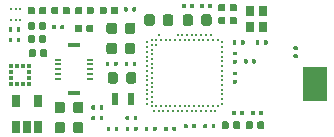
<source format=gbr>
G04 #@! TF.GenerationSoftware,KiCad,Pcbnew,(5.1.5-0-10_14)*
G04 #@! TF.CreationDate,2020-03-10T08:19:59-07:00*
G04 #@! TF.ProjectId,ARBO BT,4152424f-2042-4542-9e6b-696361645f70,rev?*
G04 #@! TF.SameCoordinates,Original*
G04 #@! TF.FileFunction,Paste,Top*
G04 #@! TF.FilePolarity,Positive*
%FSLAX46Y46*%
G04 Gerber Fmt 4.6, Leading zero omitted, Abs format (unit mm)*
G04 Created by KiCad (PCBNEW (5.1.5-0-10_14)) date 2020-03-10 08:19:59*
%MOMM*%
%LPD*%
G04 APERTURE LIST*
%ADD10C,0.200000*%
%ADD11R,2.000000X3.000000*%
%ADD12C,0.100000*%
%ADD13R,0.800000X0.900000*%
%ADD14R,1.100000X0.380000*%
%ADD15R,0.630000X0.230000*%
%ADD16R,0.180000X0.200000*%
%ADD17R,0.350000X0.375000*%
%ADD18R,0.375000X0.350000*%
%ADD19R,0.600000X1.100000*%
%ADD20R,0.650000X1.060000*%
G04 APERTURE END LIST*
D10*
X135900000Y-75450000D03*
X140900000Y-81050000D03*
X140500000Y-81050000D03*
X140100000Y-81050000D03*
X139700000Y-81050000D03*
X139300000Y-81050000D03*
X138900000Y-81050000D03*
X138500000Y-81050000D03*
X138100000Y-81050000D03*
X137700000Y-81050000D03*
X137300000Y-81050000D03*
X136900000Y-81050000D03*
X136500000Y-81050000D03*
X136100000Y-81050000D03*
X135700000Y-81050000D03*
X135100000Y-80450000D03*
X135100000Y-80050000D03*
X135100000Y-79650000D03*
X135100000Y-79250000D03*
X135100000Y-78850000D03*
X135100000Y-78450000D03*
X135100000Y-78050000D03*
X135100000Y-77650000D03*
X135100000Y-77250000D03*
X135100000Y-76850000D03*
X135100000Y-76450000D03*
X135100000Y-76050000D03*
X135100000Y-75650000D03*
X135100000Y-75250000D03*
X135900000Y-75050000D03*
X136300000Y-75050000D03*
X136700000Y-75050000D03*
X137100000Y-75050000D03*
X137500000Y-75050000D03*
X135500000Y-75050000D03*
X135500000Y-75450000D03*
X135500000Y-75850000D03*
X135500000Y-76250000D03*
X135500000Y-76650000D03*
X135500000Y-77050000D03*
X135500000Y-77450000D03*
X135500000Y-77850000D03*
X135500000Y-78250000D03*
X135500000Y-78650000D03*
X135500000Y-79050000D03*
X135500000Y-79450000D03*
X135500000Y-79850000D03*
X135500000Y-80250000D03*
X135500000Y-80650000D03*
X135900000Y-80650000D03*
X136300000Y-80650000D03*
X136700000Y-80650000D03*
X137100000Y-80650000D03*
X137500000Y-80650000D03*
X137900000Y-80650000D03*
X138300000Y-80650000D03*
X138700000Y-80650000D03*
X139100000Y-80650000D03*
X139500000Y-80650000D03*
X139900000Y-80650000D03*
X140300000Y-80650000D03*
X140700000Y-80650000D03*
X141100000Y-80650000D03*
X141500000Y-80450000D03*
X141500000Y-80050000D03*
X141500000Y-79650000D03*
X141500000Y-79250000D03*
X141500000Y-78850000D03*
X141500000Y-78450000D03*
X141500000Y-78050000D03*
X141500000Y-77650000D03*
X141500000Y-77250000D03*
X141500000Y-76850000D03*
X141500000Y-76450000D03*
X141500000Y-76050000D03*
X141500000Y-75650000D03*
X141500000Y-75250000D03*
X141100000Y-75050000D03*
X140700000Y-75050000D03*
X140300000Y-75050000D03*
X139900000Y-75050000D03*
X139500000Y-75050000D03*
X139100000Y-75050000D03*
X138700000Y-75050000D03*
X138300000Y-75050000D03*
X137900000Y-75050000D03*
X136100000Y-74650000D03*
X140500000Y-74650000D03*
X140100000Y-74650000D03*
X139700000Y-74650000D03*
X139300000Y-74650000D03*
X138900000Y-74650000D03*
X138500000Y-74650000D03*
X137700000Y-74650000D03*
X138100000Y-74650000D03*
D11*
X149300000Y-78750000D03*
D12*
G36*
X142658292Y-76026383D02*
G01*
X142666010Y-76027528D01*
X142673578Y-76029423D01*
X142680923Y-76032052D01*
X142687976Y-76035387D01*
X142694668Y-76039398D01*
X142700934Y-76044046D01*
X142706715Y-76049285D01*
X142711954Y-76055066D01*
X142716602Y-76061332D01*
X142720613Y-76068024D01*
X142723948Y-76075077D01*
X142726577Y-76082422D01*
X142728472Y-76089990D01*
X142729617Y-76097708D01*
X142730000Y-76105500D01*
X142730000Y-76264500D01*
X142729617Y-76272292D01*
X142728472Y-76280010D01*
X142726577Y-76287578D01*
X142723948Y-76294923D01*
X142720613Y-76301976D01*
X142716602Y-76308668D01*
X142711954Y-76314934D01*
X142706715Y-76320715D01*
X142700934Y-76325954D01*
X142694668Y-76330602D01*
X142687976Y-76334613D01*
X142680923Y-76337948D01*
X142673578Y-76340577D01*
X142666010Y-76342472D01*
X142658292Y-76343617D01*
X142650500Y-76344000D01*
X142449500Y-76344000D01*
X142441708Y-76343617D01*
X142433990Y-76342472D01*
X142426422Y-76340577D01*
X142419077Y-76337948D01*
X142412024Y-76334613D01*
X142405332Y-76330602D01*
X142399066Y-76325954D01*
X142393285Y-76320715D01*
X142388046Y-76314934D01*
X142383398Y-76308668D01*
X142379387Y-76301976D01*
X142376052Y-76294923D01*
X142373423Y-76287578D01*
X142371528Y-76280010D01*
X142370383Y-76272292D01*
X142370000Y-76264500D01*
X142370000Y-76105500D01*
X142370383Y-76097708D01*
X142371528Y-76089990D01*
X142373423Y-76082422D01*
X142376052Y-76075077D01*
X142379387Y-76068024D01*
X142383398Y-76061332D01*
X142388046Y-76055066D01*
X142393285Y-76049285D01*
X142399066Y-76044046D01*
X142405332Y-76039398D01*
X142412024Y-76035387D01*
X142419077Y-76032052D01*
X142426422Y-76029423D01*
X142433990Y-76027528D01*
X142441708Y-76026383D01*
X142449500Y-76026000D01*
X142650500Y-76026000D01*
X142658292Y-76026383D01*
G37*
G36*
X142658292Y-76716383D02*
G01*
X142666010Y-76717528D01*
X142673578Y-76719423D01*
X142680923Y-76722052D01*
X142687976Y-76725387D01*
X142694668Y-76729398D01*
X142700934Y-76734046D01*
X142706715Y-76739285D01*
X142711954Y-76745066D01*
X142716602Y-76751332D01*
X142720613Y-76758024D01*
X142723948Y-76765077D01*
X142726577Y-76772422D01*
X142728472Y-76779990D01*
X142729617Y-76787708D01*
X142730000Y-76795500D01*
X142730000Y-76954500D01*
X142729617Y-76962292D01*
X142728472Y-76970010D01*
X142726577Y-76977578D01*
X142723948Y-76984923D01*
X142720613Y-76991976D01*
X142716602Y-76998668D01*
X142711954Y-77004934D01*
X142706715Y-77010715D01*
X142700934Y-77015954D01*
X142694668Y-77020602D01*
X142687976Y-77024613D01*
X142680923Y-77027948D01*
X142673578Y-77030577D01*
X142666010Y-77032472D01*
X142658292Y-77033617D01*
X142650500Y-77034000D01*
X142449500Y-77034000D01*
X142441708Y-77033617D01*
X142433990Y-77032472D01*
X142426422Y-77030577D01*
X142419077Y-77027948D01*
X142412024Y-77024613D01*
X142405332Y-77020602D01*
X142399066Y-77015954D01*
X142393285Y-77010715D01*
X142388046Y-77004934D01*
X142383398Y-76998668D01*
X142379387Y-76991976D01*
X142376052Y-76984923D01*
X142373423Y-76977578D01*
X142371528Y-76970010D01*
X142370383Y-76962292D01*
X142370000Y-76954500D01*
X142370000Y-76795500D01*
X142370383Y-76787708D01*
X142371528Y-76779990D01*
X142373423Y-76772422D01*
X142376052Y-76765077D01*
X142379387Y-76758024D01*
X142383398Y-76751332D01*
X142388046Y-76745066D01*
X142393285Y-76739285D01*
X142399066Y-76734046D01*
X142405332Y-76729398D01*
X142412024Y-76725387D01*
X142419077Y-76722052D01*
X142426422Y-76719423D01*
X142433990Y-76717528D01*
X142441708Y-76716383D01*
X142449500Y-76716000D01*
X142650500Y-76716000D01*
X142658292Y-76716383D01*
G37*
D13*
X143850000Y-73950000D03*
X143850000Y-72550000D03*
X144950000Y-72550000D03*
X144950000Y-73950000D03*
D12*
G36*
X126446958Y-72230710D02*
G01*
X126461276Y-72232834D01*
X126475317Y-72236351D01*
X126488946Y-72241228D01*
X126502031Y-72247417D01*
X126514447Y-72254858D01*
X126526073Y-72263481D01*
X126536798Y-72273202D01*
X126546519Y-72283927D01*
X126555142Y-72295553D01*
X126562583Y-72307969D01*
X126568772Y-72321054D01*
X126573649Y-72334683D01*
X126577166Y-72348724D01*
X126579290Y-72363042D01*
X126580000Y-72377500D01*
X126580000Y-72722500D01*
X126579290Y-72736958D01*
X126577166Y-72751276D01*
X126573649Y-72765317D01*
X126568772Y-72778946D01*
X126562583Y-72792031D01*
X126555142Y-72804447D01*
X126546519Y-72816073D01*
X126536798Y-72826798D01*
X126526073Y-72836519D01*
X126514447Y-72845142D01*
X126502031Y-72852583D01*
X126488946Y-72858772D01*
X126475317Y-72863649D01*
X126461276Y-72867166D01*
X126446958Y-72869290D01*
X126432500Y-72870000D01*
X126137500Y-72870000D01*
X126123042Y-72869290D01*
X126108724Y-72867166D01*
X126094683Y-72863649D01*
X126081054Y-72858772D01*
X126067969Y-72852583D01*
X126055553Y-72845142D01*
X126043927Y-72836519D01*
X126033202Y-72826798D01*
X126023481Y-72816073D01*
X126014858Y-72804447D01*
X126007417Y-72792031D01*
X126001228Y-72778946D01*
X125996351Y-72765317D01*
X125992834Y-72751276D01*
X125990710Y-72736958D01*
X125990000Y-72722500D01*
X125990000Y-72377500D01*
X125990710Y-72363042D01*
X125992834Y-72348724D01*
X125996351Y-72334683D01*
X126001228Y-72321054D01*
X126007417Y-72307969D01*
X126014858Y-72295553D01*
X126023481Y-72283927D01*
X126033202Y-72273202D01*
X126043927Y-72263481D01*
X126055553Y-72254858D01*
X126067969Y-72247417D01*
X126081054Y-72241228D01*
X126094683Y-72236351D01*
X126108724Y-72232834D01*
X126123042Y-72230710D01*
X126137500Y-72230000D01*
X126432500Y-72230000D01*
X126446958Y-72230710D01*
G37*
G36*
X125476958Y-72230710D02*
G01*
X125491276Y-72232834D01*
X125505317Y-72236351D01*
X125518946Y-72241228D01*
X125532031Y-72247417D01*
X125544447Y-72254858D01*
X125556073Y-72263481D01*
X125566798Y-72273202D01*
X125576519Y-72283927D01*
X125585142Y-72295553D01*
X125592583Y-72307969D01*
X125598772Y-72321054D01*
X125603649Y-72334683D01*
X125607166Y-72348724D01*
X125609290Y-72363042D01*
X125610000Y-72377500D01*
X125610000Y-72722500D01*
X125609290Y-72736958D01*
X125607166Y-72751276D01*
X125603649Y-72765317D01*
X125598772Y-72778946D01*
X125592583Y-72792031D01*
X125585142Y-72804447D01*
X125576519Y-72816073D01*
X125566798Y-72826798D01*
X125556073Y-72836519D01*
X125544447Y-72845142D01*
X125532031Y-72852583D01*
X125518946Y-72858772D01*
X125505317Y-72863649D01*
X125491276Y-72867166D01*
X125476958Y-72869290D01*
X125462500Y-72870000D01*
X125167500Y-72870000D01*
X125153042Y-72869290D01*
X125138724Y-72867166D01*
X125124683Y-72863649D01*
X125111054Y-72858772D01*
X125097969Y-72852583D01*
X125085553Y-72845142D01*
X125073927Y-72836519D01*
X125063202Y-72826798D01*
X125053481Y-72816073D01*
X125044858Y-72804447D01*
X125037417Y-72792031D01*
X125031228Y-72778946D01*
X125026351Y-72765317D01*
X125022834Y-72751276D01*
X125020710Y-72736958D01*
X125020000Y-72722500D01*
X125020000Y-72377500D01*
X125020710Y-72363042D01*
X125022834Y-72348724D01*
X125026351Y-72334683D01*
X125031228Y-72321054D01*
X125037417Y-72307969D01*
X125044858Y-72295553D01*
X125053481Y-72283927D01*
X125063202Y-72273202D01*
X125073927Y-72263481D01*
X125085553Y-72254858D01*
X125097969Y-72247417D01*
X125111054Y-72241228D01*
X125124683Y-72236351D01*
X125138724Y-72232834D01*
X125153042Y-72230710D01*
X125167500Y-72230000D01*
X125462500Y-72230000D01*
X125476958Y-72230710D01*
G37*
G36*
X141891958Y-81930710D02*
G01*
X141906276Y-81932834D01*
X141920317Y-81936351D01*
X141933946Y-81941228D01*
X141947031Y-81947417D01*
X141959447Y-81954858D01*
X141971073Y-81963481D01*
X141981798Y-81973202D01*
X141991519Y-81983927D01*
X142000142Y-81995553D01*
X142007583Y-82007969D01*
X142013772Y-82021054D01*
X142018649Y-82034683D01*
X142022166Y-82048724D01*
X142024290Y-82063042D01*
X142025000Y-82077500D01*
X142025000Y-82422500D01*
X142024290Y-82436958D01*
X142022166Y-82451276D01*
X142018649Y-82465317D01*
X142013772Y-82478946D01*
X142007583Y-82492031D01*
X142000142Y-82504447D01*
X141991519Y-82516073D01*
X141981798Y-82526798D01*
X141971073Y-82536519D01*
X141959447Y-82545142D01*
X141947031Y-82552583D01*
X141933946Y-82558772D01*
X141920317Y-82563649D01*
X141906276Y-82567166D01*
X141891958Y-82569290D01*
X141877500Y-82570000D01*
X141582500Y-82570000D01*
X141568042Y-82569290D01*
X141553724Y-82567166D01*
X141539683Y-82563649D01*
X141526054Y-82558772D01*
X141512969Y-82552583D01*
X141500553Y-82545142D01*
X141488927Y-82536519D01*
X141478202Y-82526798D01*
X141468481Y-82516073D01*
X141459858Y-82504447D01*
X141452417Y-82492031D01*
X141446228Y-82478946D01*
X141441351Y-82465317D01*
X141437834Y-82451276D01*
X141435710Y-82436958D01*
X141435000Y-82422500D01*
X141435000Y-82077500D01*
X141435710Y-82063042D01*
X141437834Y-82048724D01*
X141441351Y-82034683D01*
X141446228Y-82021054D01*
X141452417Y-82007969D01*
X141459858Y-81995553D01*
X141468481Y-81983927D01*
X141478202Y-81973202D01*
X141488927Y-81963481D01*
X141500553Y-81954858D01*
X141512969Y-81947417D01*
X141526054Y-81941228D01*
X141539683Y-81936351D01*
X141553724Y-81932834D01*
X141568042Y-81930710D01*
X141582500Y-81930000D01*
X141877500Y-81930000D01*
X141891958Y-81930710D01*
G37*
G36*
X142861958Y-81930710D02*
G01*
X142876276Y-81932834D01*
X142890317Y-81936351D01*
X142903946Y-81941228D01*
X142917031Y-81947417D01*
X142929447Y-81954858D01*
X142941073Y-81963481D01*
X142951798Y-81973202D01*
X142961519Y-81983927D01*
X142970142Y-81995553D01*
X142977583Y-82007969D01*
X142983772Y-82021054D01*
X142988649Y-82034683D01*
X142992166Y-82048724D01*
X142994290Y-82063042D01*
X142995000Y-82077500D01*
X142995000Y-82422500D01*
X142994290Y-82436958D01*
X142992166Y-82451276D01*
X142988649Y-82465317D01*
X142983772Y-82478946D01*
X142977583Y-82492031D01*
X142970142Y-82504447D01*
X142961519Y-82516073D01*
X142951798Y-82526798D01*
X142941073Y-82536519D01*
X142929447Y-82545142D01*
X142917031Y-82552583D01*
X142903946Y-82558772D01*
X142890317Y-82563649D01*
X142876276Y-82567166D01*
X142861958Y-82569290D01*
X142847500Y-82570000D01*
X142552500Y-82570000D01*
X142538042Y-82569290D01*
X142523724Y-82567166D01*
X142509683Y-82563649D01*
X142496054Y-82558772D01*
X142482969Y-82552583D01*
X142470553Y-82545142D01*
X142458927Y-82536519D01*
X142448202Y-82526798D01*
X142438481Y-82516073D01*
X142429858Y-82504447D01*
X142422417Y-82492031D01*
X142416228Y-82478946D01*
X142411351Y-82465317D01*
X142407834Y-82451276D01*
X142405710Y-82436958D01*
X142405000Y-82422500D01*
X142405000Y-82077500D01*
X142405710Y-82063042D01*
X142407834Y-82048724D01*
X142411351Y-82034683D01*
X142416228Y-82021054D01*
X142422417Y-82007969D01*
X142429858Y-81995553D01*
X142438481Y-81983927D01*
X142448202Y-81973202D01*
X142458927Y-81963481D01*
X142470553Y-81954858D01*
X142482969Y-81947417D01*
X142496054Y-81941228D01*
X142509683Y-81936351D01*
X142523724Y-81932834D01*
X142538042Y-81930710D01*
X142552500Y-81930000D01*
X142847500Y-81930000D01*
X142861958Y-81930710D01*
G37*
G36*
X143941958Y-81930710D02*
G01*
X143956276Y-81932834D01*
X143970317Y-81936351D01*
X143983946Y-81941228D01*
X143997031Y-81947417D01*
X144009447Y-81954858D01*
X144021073Y-81963481D01*
X144031798Y-81973202D01*
X144041519Y-81983927D01*
X144050142Y-81995553D01*
X144057583Y-82007969D01*
X144063772Y-82021054D01*
X144068649Y-82034683D01*
X144072166Y-82048724D01*
X144074290Y-82063042D01*
X144075000Y-82077500D01*
X144075000Y-82422500D01*
X144074290Y-82436958D01*
X144072166Y-82451276D01*
X144068649Y-82465317D01*
X144063772Y-82478946D01*
X144057583Y-82492031D01*
X144050142Y-82504447D01*
X144041519Y-82516073D01*
X144031798Y-82526798D01*
X144021073Y-82536519D01*
X144009447Y-82545142D01*
X143997031Y-82552583D01*
X143983946Y-82558772D01*
X143970317Y-82563649D01*
X143956276Y-82567166D01*
X143941958Y-82569290D01*
X143927500Y-82570000D01*
X143632500Y-82570000D01*
X143618042Y-82569290D01*
X143603724Y-82567166D01*
X143589683Y-82563649D01*
X143576054Y-82558772D01*
X143562969Y-82552583D01*
X143550553Y-82545142D01*
X143538927Y-82536519D01*
X143528202Y-82526798D01*
X143518481Y-82516073D01*
X143509858Y-82504447D01*
X143502417Y-82492031D01*
X143496228Y-82478946D01*
X143491351Y-82465317D01*
X143487834Y-82451276D01*
X143485710Y-82436958D01*
X143485000Y-82422500D01*
X143485000Y-82077500D01*
X143485710Y-82063042D01*
X143487834Y-82048724D01*
X143491351Y-82034683D01*
X143496228Y-82021054D01*
X143502417Y-82007969D01*
X143509858Y-81995553D01*
X143518481Y-81983927D01*
X143528202Y-81973202D01*
X143538927Y-81963481D01*
X143550553Y-81954858D01*
X143562969Y-81947417D01*
X143576054Y-81941228D01*
X143589683Y-81936351D01*
X143603724Y-81932834D01*
X143618042Y-81930710D01*
X143632500Y-81930000D01*
X143927500Y-81930000D01*
X143941958Y-81930710D01*
G37*
G36*
X144911958Y-81930710D02*
G01*
X144926276Y-81932834D01*
X144940317Y-81936351D01*
X144953946Y-81941228D01*
X144967031Y-81947417D01*
X144979447Y-81954858D01*
X144991073Y-81963481D01*
X145001798Y-81973202D01*
X145011519Y-81983927D01*
X145020142Y-81995553D01*
X145027583Y-82007969D01*
X145033772Y-82021054D01*
X145038649Y-82034683D01*
X145042166Y-82048724D01*
X145044290Y-82063042D01*
X145045000Y-82077500D01*
X145045000Y-82422500D01*
X145044290Y-82436958D01*
X145042166Y-82451276D01*
X145038649Y-82465317D01*
X145033772Y-82478946D01*
X145027583Y-82492031D01*
X145020142Y-82504447D01*
X145011519Y-82516073D01*
X145001798Y-82526798D01*
X144991073Y-82536519D01*
X144979447Y-82545142D01*
X144967031Y-82552583D01*
X144953946Y-82558772D01*
X144940317Y-82563649D01*
X144926276Y-82567166D01*
X144911958Y-82569290D01*
X144897500Y-82570000D01*
X144602500Y-82570000D01*
X144588042Y-82569290D01*
X144573724Y-82567166D01*
X144559683Y-82563649D01*
X144546054Y-82558772D01*
X144532969Y-82552583D01*
X144520553Y-82545142D01*
X144508927Y-82536519D01*
X144498202Y-82526798D01*
X144488481Y-82516073D01*
X144479858Y-82504447D01*
X144472417Y-82492031D01*
X144466228Y-82478946D01*
X144461351Y-82465317D01*
X144457834Y-82451276D01*
X144455710Y-82436958D01*
X144455000Y-82422500D01*
X144455000Y-82077500D01*
X144455710Y-82063042D01*
X144457834Y-82048724D01*
X144461351Y-82034683D01*
X144466228Y-82021054D01*
X144472417Y-82007969D01*
X144479858Y-81995553D01*
X144488481Y-81983927D01*
X144498202Y-81973202D01*
X144508927Y-81963481D01*
X144520553Y-81954858D01*
X144532969Y-81947417D01*
X144546054Y-81941228D01*
X144559683Y-81936351D01*
X144573724Y-81932834D01*
X144588042Y-81930710D01*
X144602500Y-81930000D01*
X144897500Y-81930000D01*
X144911958Y-81930710D01*
G37*
D14*
X128925000Y-79540000D03*
X128925000Y-75460000D03*
D15*
X127600000Y-78300000D03*
X127600000Y-77900000D03*
X127600000Y-77500000D03*
X127600000Y-77100000D03*
X127600000Y-76700000D03*
X130250000Y-76700000D03*
X130250000Y-77100000D03*
X130250000Y-77500000D03*
X130250000Y-77900000D03*
X130250000Y-78300000D03*
D16*
X124400000Y-73350000D03*
X124000000Y-73350000D03*
X123600000Y-73350000D03*
X123600000Y-72450000D03*
X124000000Y-72450000D03*
X124400000Y-72450000D03*
D12*
G36*
X134027691Y-77776053D02*
G01*
X134048926Y-77779203D01*
X134069750Y-77784419D01*
X134089962Y-77791651D01*
X134109368Y-77800830D01*
X134127781Y-77811866D01*
X134145024Y-77824654D01*
X134160930Y-77839070D01*
X134175346Y-77854976D01*
X134188134Y-77872219D01*
X134199170Y-77890632D01*
X134208349Y-77910038D01*
X134215581Y-77930250D01*
X134220797Y-77951074D01*
X134223947Y-77972309D01*
X134225000Y-77993750D01*
X134225000Y-78506250D01*
X134223947Y-78527691D01*
X134220797Y-78548926D01*
X134215581Y-78569750D01*
X134208349Y-78589962D01*
X134199170Y-78609368D01*
X134188134Y-78627781D01*
X134175346Y-78645024D01*
X134160930Y-78660930D01*
X134145024Y-78675346D01*
X134127781Y-78688134D01*
X134109368Y-78699170D01*
X134089962Y-78708349D01*
X134069750Y-78715581D01*
X134048926Y-78720797D01*
X134027691Y-78723947D01*
X134006250Y-78725000D01*
X133568750Y-78725000D01*
X133547309Y-78723947D01*
X133526074Y-78720797D01*
X133505250Y-78715581D01*
X133485038Y-78708349D01*
X133465632Y-78699170D01*
X133447219Y-78688134D01*
X133429976Y-78675346D01*
X133414070Y-78660930D01*
X133399654Y-78645024D01*
X133386866Y-78627781D01*
X133375830Y-78609368D01*
X133366651Y-78589962D01*
X133359419Y-78569750D01*
X133354203Y-78548926D01*
X133351053Y-78527691D01*
X133350000Y-78506250D01*
X133350000Y-77993750D01*
X133351053Y-77972309D01*
X133354203Y-77951074D01*
X133359419Y-77930250D01*
X133366651Y-77910038D01*
X133375830Y-77890632D01*
X133386866Y-77872219D01*
X133399654Y-77854976D01*
X133414070Y-77839070D01*
X133429976Y-77824654D01*
X133447219Y-77811866D01*
X133465632Y-77800830D01*
X133485038Y-77791651D01*
X133505250Y-77784419D01*
X133526074Y-77779203D01*
X133547309Y-77776053D01*
X133568750Y-77775000D01*
X134006250Y-77775000D01*
X134027691Y-77776053D01*
G37*
G36*
X132452691Y-77776053D02*
G01*
X132473926Y-77779203D01*
X132494750Y-77784419D01*
X132514962Y-77791651D01*
X132534368Y-77800830D01*
X132552781Y-77811866D01*
X132570024Y-77824654D01*
X132585930Y-77839070D01*
X132600346Y-77854976D01*
X132613134Y-77872219D01*
X132624170Y-77890632D01*
X132633349Y-77910038D01*
X132640581Y-77930250D01*
X132645797Y-77951074D01*
X132648947Y-77972309D01*
X132650000Y-77993750D01*
X132650000Y-78506250D01*
X132648947Y-78527691D01*
X132645797Y-78548926D01*
X132640581Y-78569750D01*
X132633349Y-78589962D01*
X132624170Y-78609368D01*
X132613134Y-78627781D01*
X132600346Y-78645024D01*
X132585930Y-78660930D01*
X132570024Y-78675346D01*
X132552781Y-78688134D01*
X132534368Y-78699170D01*
X132514962Y-78708349D01*
X132494750Y-78715581D01*
X132473926Y-78720797D01*
X132452691Y-78723947D01*
X132431250Y-78725000D01*
X131993750Y-78725000D01*
X131972309Y-78723947D01*
X131951074Y-78720797D01*
X131930250Y-78715581D01*
X131910038Y-78708349D01*
X131890632Y-78699170D01*
X131872219Y-78688134D01*
X131854976Y-78675346D01*
X131839070Y-78660930D01*
X131824654Y-78645024D01*
X131811866Y-78627781D01*
X131800830Y-78609368D01*
X131791651Y-78589962D01*
X131784419Y-78569750D01*
X131779203Y-78548926D01*
X131776053Y-78527691D01*
X131775000Y-78506250D01*
X131775000Y-77993750D01*
X131776053Y-77972309D01*
X131779203Y-77951074D01*
X131784419Y-77930250D01*
X131791651Y-77910038D01*
X131800830Y-77890632D01*
X131811866Y-77872219D01*
X131824654Y-77854976D01*
X131839070Y-77839070D01*
X131854976Y-77824654D01*
X131872219Y-77811866D01*
X131890632Y-77800830D01*
X131910038Y-77791651D01*
X131930250Y-77784419D01*
X131951074Y-77779203D01*
X131972309Y-77776053D01*
X131993750Y-77775000D01*
X132431250Y-77775000D01*
X132452691Y-77776053D01*
G37*
G36*
X141611958Y-73080710D02*
G01*
X141626276Y-73082834D01*
X141640317Y-73086351D01*
X141653946Y-73091228D01*
X141667031Y-73097417D01*
X141679447Y-73104858D01*
X141691073Y-73113481D01*
X141701798Y-73123202D01*
X141711519Y-73133927D01*
X141720142Y-73145553D01*
X141727583Y-73157969D01*
X141733772Y-73171054D01*
X141738649Y-73184683D01*
X141742166Y-73198724D01*
X141744290Y-73213042D01*
X141745000Y-73227500D01*
X141745000Y-73572500D01*
X141744290Y-73586958D01*
X141742166Y-73601276D01*
X141738649Y-73615317D01*
X141733772Y-73628946D01*
X141727583Y-73642031D01*
X141720142Y-73654447D01*
X141711519Y-73666073D01*
X141701798Y-73676798D01*
X141691073Y-73686519D01*
X141679447Y-73695142D01*
X141667031Y-73702583D01*
X141653946Y-73708772D01*
X141640317Y-73713649D01*
X141626276Y-73717166D01*
X141611958Y-73719290D01*
X141597500Y-73720000D01*
X141302500Y-73720000D01*
X141288042Y-73719290D01*
X141273724Y-73717166D01*
X141259683Y-73713649D01*
X141246054Y-73708772D01*
X141232969Y-73702583D01*
X141220553Y-73695142D01*
X141208927Y-73686519D01*
X141198202Y-73676798D01*
X141188481Y-73666073D01*
X141179858Y-73654447D01*
X141172417Y-73642031D01*
X141166228Y-73628946D01*
X141161351Y-73615317D01*
X141157834Y-73601276D01*
X141155710Y-73586958D01*
X141155000Y-73572500D01*
X141155000Y-73227500D01*
X141155710Y-73213042D01*
X141157834Y-73198724D01*
X141161351Y-73184683D01*
X141166228Y-73171054D01*
X141172417Y-73157969D01*
X141179858Y-73145553D01*
X141188481Y-73133927D01*
X141198202Y-73123202D01*
X141208927Y-73113481D01*
X141220553Y-73104858D01*
X141232969Y-73097417D01*
X141246054Y-73091228D01*
X141259683Y-73086351D01*
X141273724Y-73082834D01*
X141288042Y-73080710D01*
X141302500Y-73080000D01*
X141597500Y-73080000D01*
X141611958Y-73080710D01*
G37*
G36*
X142581958Y-73080710D02*
G01*
X142596276Y-73082834D01*
X142610317Y-73086351D01*
X142623946Y-73091228D01*
X142637031Y-73097417D01*
X142649447Y-73104858D01*
X142661073Y-73113481D01*
X142671798Y-73123202D01*
X142681519Y-73133927D01*
X142690142Y-73145553D01*
X142697583Y-73157969D01*
X142703772Y-73171054D01*
X142708649Y-73184683D01*
X142712166Y-73198724D01*
X142714290Y-73213042D01*
X142715000Y-73227500D01*
X142715000Y-73572500D01*
X142714290Y-73586958D01*
X142712166Y-73601276D01*
X142708649Y-73615317D01*
X142703772Y-73628946D01*
X142697583Y-73642031D01*
X142690142Y-73654447D01*
X142681519Y-73666073D01*
X142671798Y-73676798D01*
X142661073Y-73686519D01*
X142649447Y-73695142D01*
X142637031Y-73702583D01*
X142623946Y-73708772D01*
X142610317Y-73713649D01*
X142596276Y-73717166D01*
X142581958Y-73719290D01*
X142567500Y-73720000D01*
X142272500Y-73720000D01*
X142258042Y-73719290D01*
X142243724Y-73717166D01*
X142229683Y-73713649D01*
X142216054Y-73708772D01*
X142202969Y-73702583D01*
X142190553Y-73695142D01*
X142178927Y-73686519D01*
X142168202Y-73676798D01*
X142158481Y-73666073D01*
X142149858Y-73654447D01*
X142142417Y-73642031D01*
X142136228Y-73628946D01*
X142131351Y-73615317D01*
X142127834Y-73601276D01*
X142125710Y-73586958D01*
X142125000Y-73572500D01*
X142125000Y-73227500D01*
X142125710Y-73213042D01*
X142127834Y-73198724D01*
X142131351Y-73184683D01*
X142136228Y-73171054D01*
X142142417Y-73157969D01*
X142149858Y-73145553D01*
X142158481Y-73133927D01*
X142168202Y-73123202D01*
X142178927Y-73113481D01*
X142190553Y-73104858D01*
X142202969Y-73097417D01*
X142216054Y-73091228D01*
X142229683Y-73086351D01*
X142243724Y-73082834D01*
X142258042Y-73080710D01*
X142272500Y-73080000D01*
X142567500Y-73080000D01*
X142581958Y-73080710D01*
G37*
G36*
X130662292Y-81470383D02*
G01*
X130670010Y-81471528D01*
X130677578Y-81473423D01*
X130684923Y-81476052D01*
X130691976Y-81479387D01*
X130698668Y-81483398D01*
X130704934Y-81488046D01*
X130710715Y-81493285D01*
X130715954Y-81499066D01*
X130720602Y-81505332D01*
X130724613Y-81512024D01*
X130727948Y-81519077D01*
X130730577Y-81526422D01*
X130732472Y-81533990D01*
X130733617Y-81541708D01*
X130734000Y-81549500D01*
X130734000Y-81750500D01*
X130733617Y-81758292D01*
X130732472Y-81766010D01*
X130730577Y-81773578D01*
X130727948Y-81780923D01*
X130724613Y-81787976D01*
X130720602Y-81794668D01*
X130715954Y-81800934D01*
X130710715Y-81806715D01*
X130704934Y-81811954D01*
X130698668Y-81816602D01*
X130691976Y-81820613D01*
X130684923Y-81823948D01*
X130677578Y-81826577D01*
X130670010Y-81828472D01*
X130662292Y-81829617D01*
X130654500Y-81830000D01*
X130495500Y-81830000D01*
X130487708Y-81829617D01*
X130479990Y-81828472D01*
X130472422Y-81826577D01*
X130465077Y-81823948D01*
X130458024Y-81820613D01*
X130451332Y-81816602D01*
X130445066Y-81811954D01*
X130439285Y-81806715D01*
X130434046Y-81800934D01*
X130429398Y-81794668D01*
X130425387Y-81787976D01*
X130422052Y-81780923D01*
X130419423Y-81773578D01*
X130417528Y-81766010D01*
X130416383Y-81758292D01*
X130416000Y-81750500D01*
X130416000Y-81549500D01*
X130416383Y-81541708D01*
X130417528Y-81533990D01*
X130419423Y-81526422D01*
X130422052Y-81519077D01*
X130425387Y-81512024D01*
X130429398Y-81505332D01*
X130434046Y-81499066D01*
X130439285Y-81493285D01*
X130445066Y-81488046D01*
X130451332Y-81483398D01*
X130458024Y-81479387D01*
X130465077Y-81476052D01*
X130472422Y-81473423D01*
X130479990Y-81471528D01*
X130487708Y-81470383D01*
X130495500Y-81470000D01*
X130654500Y-81470000D01*
X130662292Y-81470383D01*
G37*
G36*
X131352292Y-81470383D02*
G01*
X131360010Y-81471528D01*
X131367578Y-81473423D01*
X131374923Y-81476052D01*
X131381976Y-81479387D01*
X131388668Y-81483398D01*
X131394934Y-81488046D01*
X131400715Y-81493285D01*
X131405954Y-81499066D01*
X131410602Y-81505332D01*
X131414613Y-81512024D01*
X131417948Y-81519077D01*
X131420577Y-81526422D01*
X131422472Y-81533990D01*
X131423617Y-81541708D01*
X131424000Y-81549500D01*
X131424000Y-81750500D01*
X131423617Y-81758292D01*
X131422472Y-81766010D01*
X131420577Y-81773578D01*
X131417948Y-81780923D01*
X131414613Y-81787976D01*
X131410602Y-81794668D01*
X131405954Y-81800934D01*
X131400715Y-81806715D01*
X131394934Y-81811954D01*
X131388668Y-81816602D01*
X131381976Y-81820613D01*
X131374923Y-81823948D01*
X131367578Y-81826577D01*
X131360010Y-81828472D01*
X131352292Y-81829617D01*
X131344500Y-81830000D01*
X131185500Y-81830000D01*
X131177708Y-81829617D01*
X131169990Y-81828472D01*
X131162422Y-81826577D01*
X131155077Y-81823948D01*
X131148024Y-81820613D01*
X131141332Y-81816602D01*
X131135066Y-81811954D01*
X131129285Y-81806715D01*
X131124046Y-81800934D01*
X131119398Y-81794668D01*
X131115387Y-81787976D01*
X131112052Y-81780923D01*
X131109423Y-81773578D01*
X131107528Y-81766010D01*
X131106383Y-81758292D01*
X131106000Y-81750500D01*
X131106000Y-81549500D01*
X131106383Y-81541708D01*
X131107528Y-81533990D01*
X131109423Y-81526422D01*
X131112052Y-81519077D01*
X131115387Y-81512024D01*
X131119398Y-81505332D01*
X131124046Y-81499066D01*
X131129285Y-81493285D01*
X131135066Y-81488046D01*
X131141332Y-81483398D01*
X131148024Y-81479387D01*
X131155077Y-81476052D01*
X131162422Y-81473423D01*
X131169990Y-81471528D01*
X131177708Y-81470383D01*
X131185500Y-81470000D01*
X131344500Y-81470000D01*
X131352292Y-81470383D01*
G37*
G36*
X131352292Y-80570383D02*
G01*
X131360010Y-80571528D01*
X131367578Y-80573423D01*
X131374923Y-80576052D01*
X131381976Y-80579387D01*
X131388668Y-80583398D01*
X131394934Y-80588046D01*
X131400715Y-80593285D01*
X131405954Y-80599066D01*
X131410602Y-80605332D01*
X131414613Y-80612024D01*
X131417948Y-80619077D01*
X131420577Y-80626422D01*
X131422472Y-80633990D01*
X131423617Y-80641708D01*
X131424000Y-80649500D01*
X131424000Y-80850500D01*
X131423617Y-80858292D01*
X131422472Y-80866010D01*
X131420577Y-80873578D01*
X131417948Y-80880923D01*
X131414613Y-80887976D01*
X131410602Y-80894668D01*
X131405954Y-80900934D01*
X131400715Y-80906715D01*
X131394934Y-80911954D01*
X131388668Y-80916602D01*
X131381976Y-80920613D01*
X131374923Y-80923948D01*
X131367578Y-80926577D01*
X131360010Y-80928472D01*
X131352292Y-80929617D01*
X131344500Y-80930000D01*
X131185500Y-80930000D01*
X131177708Y-80929617D01*
X131169990Y-80928472D01*
X131162422Y-80926577D01*
X131155077Y-80923948D01*
X131148024Y-80920613D01*
X131141332Y-80916602D01*
X131135066Y-80911954D01*
X131129285Y-80906715D01*
X131124046Y-80900934D01*
X131119398Y-80894668D01*
X131115387Y-80887976D01*
X131112052Y-80880923D01*
X131109423Y-80873578D01*
X131107528Y-80866010D01*
X131106383Y-80858292D01*
X131106000Y-80850500D01*
X131106000Y-80649500D01*
X131106383Y-80641708D01*
X131107528Y-80633990D01*
X131109423Y-80626422D01*
X131112052Y-80619077D01*
X131115387Y-80612024D01*
X131119398Y-80605332D01*
X131124046Y-80599066D01*
X131129285Y-80593285D01*
X131135066Y-80588046D01*
X131141332Y-80583398D01*
X131148024Y-80579387D01*
X131155077Y-80576052D01*
X131162422Y-80573423D01*
X131169990Y-80571528D01*
X131177708Y-80570383D01*
X131185500Y-80570000D01*
X131344500Y-80570000D01*
X131352292Y-80570383D01*
G37*
G36*
X130662292Y-80570383D02*
G01*
X130670010Y-80571528D01*
X130677578Y-80573423D01*
X130684923Y-80576052D01*
X130691976Y-80579387D01*
X130698668Y-80583398D01*
X130704934Y-80588046D01*
X130710715Y-80593285D01*
X130715954Y-80599066D01*
X130720602Y-80605332D01*
X130724613Y-80612024D01*
X130727948Y-80619077D01*
X130730577Y-80626422D01*
X130732472Y-80633990D01*
X130733617Y-80641708D01*
X130734000Y-80649500D01*
X130734000Y-80850500D01*
X130733617Y-80858292D01*
X130732472Y-80866010D01*
X130730577Y-80873578D01*
X130727948Y-80880923D01*
X130724613Y-80887976D01*
X130720602Y-80894668D01*
X130715954Y-80900934D01*
X130710715Y-80906715D01*
X130704934Y-80911954D01*
X130698668Y-80916602D01*
X130691976Y-80920613D01*
X130684923Y-80923948D01*
X130677578Y-80926577D01*
X130670010Y-80928472D01*
X130662292Y-80929617D01*
X130654500Y-80930000D01*
X130495500Y-80930000D01*
X130487708Y-80929617D01*
X130479990Y-80928472D01*
X130472422Y-80926577D01*
X130465077Y-80923948D01*
X130458024Y-80920613D01*
X130451332Y-80916602D01*
X130445066Y-80911954D01*
X130439285Y-80906715D01*
X130434046Y-80900934D01*
X130429398Y-80894668D01*
X130425387Y-80887976D01*
X130422052Y-80880923D01*
X130419423Y-80873578D01*
X130417528Y-80866010D01*
X130416383Y-80858292D01*
X130416000Y-80850500D01*
X130416000Y-80649500D01*
X130416383Y-80641708D01*
X130417528Y-80633990D01*
X130419423Y-80626422D01*
X130422052Y-80619077D01*
X130425387Y-80612024D01*
X130429398Y-80605332D01*
X130434046Y-80599066D01*
X130439285Y-80593285D01*
X130445066Y-80588046D01*
X130451332Y-80583398D01*
X130458024Y-80579387D01*
X130465077Y-80576052D01*
X130472422Y-80573423D01*
X130479990Y-80571528D01*
X130487708Y-80570383D01*
X130495500Y-80570000D01*
X130654500Y-80570000D01*
X130662292Y-80570383D01*
G37*
G36*
X125561958Y-75830710D02*
G01*
X125576276Y-75832834D01*
X125590317Y-75836351D01*
X125603946Y-75841228D01*
X125617031Y-75847417D01*
X125629447Y-75854858D01*
X125641073Y-75863481D01*
X125651798Y-75873202D01*
X125661519Y-75883927D01*
X125670142Y-75895553D01*
X125677583Y-75907969D01*
X125683772Y-75921054D01*
X125688649Y-75934683D01*
X125692166Y-75948724D01*
X125694290Y-75963042D01*
X125695000Y-75977500D01*
X125695000Y-76322500D01*
X125694290Y-76336958D01*
X125692166Y-76351276D01*
X125688649Y-76365317D01*
X125683772Y-76378946D01*
X125677583Y-76392031D01*
X125670142Y-76404447D01*
X125661519Y-76416073D01*
X125651798Y-76426798D01*
X125641073Y-76436519D01*
X125629447Y-76445142D01*
X125617031Y-76452583D01*
X125603946Y-76458772D01*
X125590317Y-76463649D01*
X125576276Y-76467166D01*
X125561958Y-76469290D01*
X125547500Y-76470000D01*
X125252500Y-76470000D01*
X125238042Y-76469290D01*
X125223724Y-76467166D01*
X125209683Y-76463649D01*
X125196054Y-76458772D01*
X125182969Y-76452583D01*
X125170553Y-76445142D01*
X125158927Y-76436519D01*
X125148202Y-76426798D01*
X125138481Y-76416073D01*
X125129858Y-76404447D01*
X125122417Y-76392031D01*
X125116228Y-76378946D01*
X125111351Y-76365317D01*
X125107834Y-76351276D01*
X125105710Y-76336958D01*
X125105000Y-76322500D01*
X125105000Y-75977500D01*
X125105710Y-75963042D01*
X125107834Y-75948724D01*
X125111351Y-75934683D01*
X125116228Y-75921054D01*
X125122417Y-75907969D01*
X125129858Y-75895553D01*
X125138481Y-75883927D01*
X125148202Y-75873202D01*
X125158927Y-75863481D01*
X125170553Y-75854858D01*
X125182969Y-75847417D01*
X125196054Y-75841228D01*
X125209683Y-75836351D01*
X125223724Y-75832834D01*
X125238042Y-75830710D01*
X125252500Y-75830000D01*
X125547500Y-75830000D01*
X125561958Y-75830710D01*
G37*
G36*
X126531958Y-75830710D02*
G01*
X126546276Y-75832834D01*
X126560317Y-75836351D01*
X126573946Y-75841228D01*
X126587031Y-75847417D01*
X126599447Y-75854858D01*
X126611073Y-75863481D01*
X126621798Y-75873202D01*
X126631519Y-75883927D01*
X126640142Y-75895553D01*
X126647583Y-75907969D01*
X126653772Y-75921054D01*
X126658649Y-75934683D01*
X126662166Y-75948724D01*
X126664290Y-75963042D01*
X126665000Y-75977500D01*
X126665000Y-76322500D01*
X126664290Y-76336958D01*
X126662166Y-76351276D01*
X126658649Y-76365317D01*
X126653772Y-76378946D01*
X126647583Y-76392031D01*
X126640142Y-76404447D01*
X126631519Y-76416073D01*
X126621798Y-76426798D01*
X126611073Y-76436519D01*
X126599447Y-76445142D01*
X126587031Y-76452583D01*
X126573946Y-76458772D01*
X126560317Y-76463649D01*
X126546276Y-76467166D01*
X126531958Y-76469290D01*
X126517500Y-76470000D01*
X126222500Y-76470000D01*
X126208042Y-76469290D01*
X126193724Y-76467166D01*
X126179683Y-76463649D01*
X126166054Y-76458772D01*
X126152969Y-76452583D01*
X126140553Y-76445142D01*
X126128927Y-76436519D01*
X126118202Y-76426798D01*
X126108481Y-76416073D01*
X126099858Y-76404447D01*
X126092417Y-76392031D01*
X126086228Y-76378946D01*
X126081351Y-76365317D01*
X126077834Y-76351276D01*
X126075710Y-76336958D01*
X126075000Y-76322500D01*
X126075000Y-75977500D01*
X126075710Y-75963042D01*
X126077834Y-75948724D01*
X126081351Y-75934683D01*
X126086228Y-75921054D01*
X126092417Y-75907969D01*
X126099858Y-75895553D01*
X126108481Y-75883927D01*
X126118202Y-75873202D01*
X126128927Y-75863481D01*
X126140553Y-75854858D01*
X126152969Y-75847417D01*
X126166054Y-75841228D01*
X126179683Y-75836351D01*
X126193724Y-75832834D01*
X126208042Y-75830710D01*
X126222500Y-75830000D01*
X126517500Y-75830000D01*
X126531958Y-75830710D01*
G37*
D17*
X124600000Y-78750000D03*
X124100000Y-78750000D03*
X124100000Y-77225000D03*
X124600000Y-77225000D03*
D18*
X123587500Y-78737500D03*
X125112500Y-78737500D03*
X123587500Y-77237500D03*
X125112500Y-77237500D03*
X123587500Y-77737500D03*
X123587500Y-78237500D03*
X125112500Y-77737500D03*
X125112500Y-78237500D03*
D12*
G36*
X133562292Y-82370383D02*
G01*
X133570010Y-82371528D01*
X133577578Y-82373423D01*
X133584923Y-82376052D01*
X133591976Y-82379387D01*
X133598668Y-82383398D01*
X133604934Y-82388046D01*
X133610715Y-82393285D01*
X133615954Y-82399066D01*
X133620602Y-82405332D01*
X133624613Y-82412024D01*
X133627948Y-82419077D01*
X133630577Y-82426422D01*
X133632472Y-82433990D01*
X133633617Y-82441708D01*
X133634000Y-82449500D01*
X133634000Y-82650500D01*
X133633617Y-82658292D01*
X133632472Y-82666010D01*
X133630577Y-82673578D01*
X133627948Y-82680923D01*
X133624613Y-82687976D01*
X133620602Y-82694668D01*
X133615954Y-82700934D01*
X133610715Y-82706715D01*
X133604934Y-82711954D01*
X133598668Y-82716602D01*
X133591976Y-82720613D01*
X133584923Y-82723948D01*
X133577578Y-82726577D01*
X133570010Y-82728472D01*
X133562292Y-82729617D01*
X133554500Y-82730000D01*
X133395500Y-82730000D01*
X133387708Y-82729617D01*
X133379990Y-82728472D01*
X133372422Y-82726577D01*
X133365077Y-82723948D01*
X133358024Y-82720613D01*
X133351332Y-82716602D01*
X133345066Y-82711954D01*
X133339285Y-82706715D01*
X133334046Y-82700934D01*
X133329398Y-82694668D01*
X133325387Y-82687976D01*
X133322052Y-82680923D01*
X133319423Y-82673578D01*
X133317528Y-82666010D01*
X133316383Y-82658292D01*
X133316000Y-82650500D01*
X133316000Y-82449500D01*
X133316383Y-82441708D01*
X133317528Y-82433990D01*
X133319423Y-82426422D01*
X133322052Y-82419077D01*
X133325387Y-82412024D01*
X133329398Y-82405332D01*
X133334046Y-82399066D01*
X133339285Y-82393285D01*
X133345066Y-82388046D01*
X133351332Y-82383398D01*
X133358024Y-82379387D01*
X133365077Y-82376052D01*
X133372422Y-82373423D01*
X133379990Y-82371528D01*
X133387708Y-82370383D01*
X133395500Y-82370000D01*
X133554500Y-82370000D01*
X133562292Y-82370383D01*
G37*
G36*
X134252292Y-82370383D02*
G01*
X134260010Y-82371528D01*
X134267578Y-82373423D01*
X134274923Y-82376052D01*
X134281976Y-82379387D01*
X134288668Y-82383398D01*
X134294934Y-82388046D01*
X134300715Y-82393285D01*
X134305954Y-82399066D01*
X134310602Y-82405332D01*
X134314613Y-82412024D01*
X134317948Y-82419077D01*
X134320577Y-82426422D01*
X134322472Y-82433990D01*
X134323617Y-82441708D01*
X134324000Y-82449500D01*
X134324000Y-82650500D01*
X134323617Y-82658292D01*
X134322472Y-82666010D01*
X134320577Y-82673578D01*
X134317948Y-82680923D01*
X134314613Y-82687976D01*
X134310602Y-82694668D01*
X134305954Y-82700934D01*
X134300715Y-82706715D01*
X134294934Y-82711954D01*
X134288668Y-82716602D01*
X134281976Y-82720613D01*
X134274923Y-82723948D01*
X134267578Y-82726577D01*
X134260010Y-82728472D01*
X134252292Y-82729617D01*
X134244500Y-82730000D01*
X134085500Y-82730000D01*
X134077708Y-82729617D01*
X134069990Y-82728472D01*
X134062422Y-82726577D01*
X134055077Y-82723948D01*
X134048024Y-82720613D01*
X134041332Y-82716602D01*
X134035066Y-82711954D01*
X134029285Y-82706715D01*
X134024046Y-82700934D01*
X134019398Y-82694668D01*
X134015387Y-82687976D01*
X134012052Y-82680923D01*
X134009423Y-82673578D01*
X134007528Y-82666010D01*
X134006383Y-82658292D01*
X134006000Y-82650500D01*
X134006000Y-82449500D01*
X134006383Y-82441708D01*
X134007528Y-82433990D01*
X134009423Y-82426422D01*
X134012052Y-82419077D01*
X134015387Y-82412024D01*
X134019398Y-82405332D01*
X134024046Y-82399066D01*
X134029285Y-82393285D01*
X134035066Y-82388046D01*
X134041332Y-82383398D01*
X134048024Y-82379387D01*
X134055077Y-82376052D01*
X134062422Y-82373423D01*
X134069990Y-82371528D01*
X134077708Y-82370383D01*
X134085500Y-82370000D01*
X134244500Y-82370000D01*
X134252292Y-82370383D01*
G37*
G36*
X130461958Y-72230710D02*
G01*
X130476276Y-72232834D01*
X130490317Y-72236351D01*
X130503946Y-72241228D01*
X130517031Y-72247417D01*
X130529447Y-72254858D01*
X130541073Y-72263481D01*
X130551798Y-72273202D01*
X130561519Y-72283927D01*
X130570142Y-72295553D01*
X130577583Y-72307969D01*
X130583772Y-72321054D01*
X130588649Y-72334683D01*
X130592166Y-72348724D01*
X130594290Y-72363042D01*
X130595000Y-72377500D01*
X130595000Y-72722500D01*
X130594290Y-72736958D01*
X130592166Y-72751276D01*
X130588649Y-72765317D01*
X130583772Y-72778946D01*
X130577583Y-72792031D01*
X130570142Y-72804447D01*
X130561519Y-72816073D01*
X130551798Y-72826798D01*
X130541073Y-72836519D01*
X130529447Y-72845142D01*
X130517031Y-72852583D01*
X130503946Y-72858772D01*
X130490317Y-72863649D01*
X130476276Y-72867166D01*
X130461958Y-72869290D01*
X130447500Y-72870000D01*
X130152500Y-72870000D01*
X130138042Y-72869290D01*
X130123724Y-72867166D01*
X130109683Y-72863649D01*
X130096054Y-72858772D01*
X130082969Y-72852583D01*
X130070553Y-72845142D01*
X130058927Y-72836519D01*
X130048202Y-72826798D01*
X130038481Y-72816073D01*
X130029858Y-72804447D01*
X130022417Y-72792031D01*
X130016228Y-72778946D01*
X130011351Y-72765317D01*
X130007834Y-72751276D01*
X130005710Y-72736958D01*
X130005000Y-72722500D01*
X130005000Y-72377500D01*
X130005710Y-72363042D01*
X130007834Y-72348724D01*
X130011351Y-72334683D01*
X130016228Y-72321054D01*
X130022417Y-72307969D01*
X130029858Y-72295553D01*
X130038481Y-72283927D01*
X130048202Y-72273202D01*
X130058927Y-72263481D01*
X130070553Y-72254858D01*
X130082969Y-72247417D01*
X130096054Y-72241228D01*
X130109683Y-72236351D01*
X130123724Y-72232834D01*
X130138042Y-72230710D01*
X130152500Y-72230000D01*
X130447500Y-72230000D01*
X130461958Y-72230710D01*
G37*
G36*
X129491958Y-72230710D02*
G01*
X129506276Y-72232834D01*
X129520317Y-72236351D01*
X129533946Y-72241228D01*
X129547031Y-72247417D01*
X129559447Y-72254858D01*
X129571073Y-72263481D01*
X129581798Y-72273202D01*
X129591519Y-72283927D01*
X129600142Y-72295553D01*
X129607583Y-72307969D01*
X129613772Y-72321054D01*
X129618649Y-72334683D01*
X129622166Y-72348724D01*
X129624290Y-72363042D01*
X129625000Y-72377500D01*
X129625000Y-72722500D01*
X129624290Y-72736958D01*
X129622166Y-72751276D01*
X129618649Y-72765317D01*
X129613772Y-72778946D01*
X129607583Y-72792031D01*
X129600142Y-72804447D01*
X129591519Y-72816073D01*
X129581798Y-72826798D01*
X129571073Y-72836519D01*
X129559447Y-72845142D01*
X129547031Y-72852583D01*
X129533946Y-72858772D01*
X129520317Y-72863649D01*
X129506276Y-72867166D01*
X129491958Y-72869290D01*
X129477500Y-72870000D01*
X129182500Y-72870000D01*
X129168042Y-72869290D01*
X129153724Y-72867166D01*
X129139683Y-72863649D01*
X129126054Y-72858772D01*
X129112969Y-72852583D01*
X129100553Y-72845142D01*
X129088927Y-72836519D01*
X129078202Y-72826798D01*
X129068481Y-72816073D01*
X129059858Y-72804447D01*
X129052417Y-72792031D01*
X129046228Y-72778946D01*
X129041351Y-72765317D01*
X129037834Y-72751276D01*
X129035710Y-72736958D01*
X129035000Y-72722500D01*
X129035000Y-72377500D01*
X129035710Y-72363042D01*
X129037834Y-72348724D01*
X129041351Y-72334683D01*
X129046228Y-72321054D01*
X129052417Y-72307969D01*
X129059858Y-72295553D01*
X129068481Y-72283927D01*
X129078202Y-72273202D01*
X129088927Y-72263481D01*
X129100553Y-72254858D01*
X129112969Y-72247417D01*
X129126054Y-72241228D01*
X129139683Y-72236351D01*
X129153724Y-72232834D01*
X129168042Y-72230710D01*
X129182500Y-72230000D01*
X129477500Y-72230000D01*
X129491958Y-72230710D01*
G37*
D19*
X132400000Y-80050000D03*
X133800000Y-80050000D03*
D20*
X124000000Y-80200000D03*
X125900000Y-80200000D03*
X125900000Y-82400000D03*
X124950000Y-82400000D03*
X124000000Y-82400000D03*
D12*
G36*
X140142292Y-82170383D02*
G01*
X140150010Y-82171528D01*
X140157578Y-82173423D01*
X140164923Y-82176052D01*
X140171976Y-82179387D01*
X140178668Y-82183398D01*
X140184934Y-82188046D01*
X140190715Y-82193285D01*
X140195954Y-82199066D01*
X140200602Y-82205332D01*
X140204613Y-82212024D01*
X140207948Y-82219077D01*
X140210577Y-82226422D01*
X140212472Y-82233990D01*
X140213617Y-82241708D01*
X140214000Y-82249500D01*
X140214000Y-82450500D01*
X140213617Y-82458292D01*
X140212472Y-82466010D01*
X140210577Y-82473578D01*
X140207948Y-82480923D01*
X140204613Y-82487976D01*
X140200602Y-82494668D01*
X140195954Y-82500934D01*
X140190715Y-82506715D01*
X140184934Y-82511954D01*
X140178668Y-82516602D01*
X140171976Y-82520613D01*
X140164923Y-82523948D01*
X140157578Y-82526577D01*
X140150010Y-82528472D01*
X140142292Y-82529617D01*
X140134500Y-82530000D01*
X139975500Y-82530000D01*
X139967708Y-82529617D01*
X139959990Y-82528472D01*
X139952422Y-82526577D01*
X139945077Y-82523948D01*
X139938024Y-82520613D01*
X139931332Y-82516602D01*
X139925066Y-82511954D01*
X139919285Y-82506715D01*
X139914046Y-82500934D01*
X139909398Y-82494668D01*
X139905387Y-82487976D01*
X139902052Y-82480923D01*
X139899423Y-82473578D01*
X139897528Y-82466010D01*
X139896383Y-82458292D01*
X139896000Y-82450500D01*
X139896000Y-82249500D01*
X139896383Y-82241708D01*
X139897528Y-82233990D01*
X139899423Y-82226422D01*
X139902052Y-82219077D01*
X139905387Y-82212024D01*
X139909398Y-82205332D01*
X139914046Y-82199066D01*
X139919285Y-82193285D01*
X139925066Y-82188046D01*
X139931332Y-82183398D01*
X139938024Y-82179387D01*
X139945077Y-82176052D01*
X139952422Y-82173423D01*
X139959990Y-82171528D01*
X139967708Y-82170383D01*
X139975500Y-82170000D01*
X140134500Y-82170000D01*
X140142292Y-82170383D01*
G37*
G36*
X140832292Y-82170383D02*
G01*
X140840010Y-82171528D01*
X140847578Y-82173423D01*
X140854923Y-82176052D01*
X140861976Y-82179387D01*
X140868668Y-82183398D01*
X140874934Y-82188046D01*
X140880715Y-82193285D01*
X140885954Y-82199066D01*
X140890602Y-82205332D01*
X140894613Y-82212024D01*
X140897948Y-82219077D01*
X140900577Y-82226422D01*
X140902472Y-82233990D01*
X140903617Y-82241708D01*
X140904000Y-82249500D01*
X140904000Y-82450500D01*
X140903617Y-82458292D01*
X140902472Y-82466010D01*
X140900577Y-82473578D01*
X140897948Y-82480923D01*
X140894613Y-82487976D01*
X140890602Y-82494668D01*
X140885954Y-82500934D01*
X140880715Y-82506715D01*
X140874934Y-82511954D01*
X140868668Y-82516602D01*
X140861976Y-82520613D01*
X140854923Y-82523948D01*
X140847578Y-82526577D01*
X140840010Y-82528472D01*
X140832292Y-82529617D01*
X140824500Y-82530000D01*
X140665500Y-82530000D01*
X140657708Y-82529617D01*
X140649990Y-82528472D01*
X140642422Y-82526577D01*
X140635077Y-82523948D01*
X140628024Y-82520613D01*
X140621332Y-82516602D01*
X140615066Y-82511954D01*
X140609285Y-82506715D01*
X140604046Y-82500934D01*
X140599398Y-82494668D01*
X140595387Y-82487976D01*
X140592052Y-82480923D01*
X140589423Y-82473578D01*
X140587528Y-82466010D01*
X140586383Y-82458292D01*
X140586000Y-82450500D01*
X140586000Y-82249500D01*
X140586383Y-82241708D01*
X140587528Y-82233990D01*
X140589423Y-82226422D01*
X140592052Y-82219077D01*
X140595387Y-82212024D01*
X140599398Y-82205332D01*
X140604046Y-82199066D01*
X140609285Y-82193285D01*
X140615066Y-82188046D01*
X140621332Y-82183398D01*
X140628024Y-82179387D01*
X140635077Y-82176052D01*
X140642422Y-82173423D01*
X140649990Y-82171528D01*
X140657708Y-82170383D01*
X140665500Y-82170000D01*
X140824500Y-82170000D01*
X140832292Y-82170383D01*
G37*
G36*
X138492292Y-82170383D02*
G01*
X138500010Y-82171528D01*
X138507578Y-82173423D01*
X138514923Y-82176052D01*
X138521976Y-82179387D01*
X138528668Y-82183398D01*
X138534934Y-82188046D01*
X138540715Y-82193285D01*
X138545954Y-82199066D01*
X138550602Y-82205332D01*
X138554613Y-82212024D01*
X138557948Y-82219077D01*
X138560577Y-82226422D01*
X138562472Y-82233990D01*
X138563617Y-82241708D01*
X138564000Y-82249500D01*
X138564000Y-82450500D01*
X138563617Y-82458292D01*
X138562472Y-82466010D01*
X138560577Y-82473578D01*
X138557948Y-82480923D01*
X138554613Y-82487976D01*
X138550602Y-82494668D01*
X138545954Y-82500934D01*
X138540715Y-82506715D01*
X138534934Y-82511954D01*
X138528668Y-82516602D01*
X138521976Y-82520613D01*
X138514923Y-82523948D01*
X138507578Y-82526577D01*
X138500010Y-82528472D01*
X138492292Y-82529617D01*
X138484500Y-82530000D01*
X138325500Y-82530000D01*
X138317708Y-82529617D01*
X138309990Y-82528472D01*
X138302422Y-82526577D01*
X138295077Y-82523948D01*
X138288024Y-82520613D01*
X138281332Y-82516602D01*
X138275066Y-82511954D01*
X138269285Y-82506715D01*
X138264046Y-82500934D01*
X138259398Y-82494668D01*
X138255387Y-82487976D01*
X138252052Y-82480923D01*
X138249423Y-82473578D01*
X138247528Y-82466010D01*
X138246383Y-82458292D01*
X138246000Y-82450500D01*
X138246000Y-82249500D01*
X138246383Y-82241708D01*
X138247528Y-82233990D01*
X138249423Y-82226422D01*
X138252052Y-82219077D01*
X138255387Y-82212024D01*
X138259398Y-82205332D01*
X138264046Y-82199066D01*
X138269285Y-82193285D01*
X138275066Y-82188046D01*
X138281332Y-82183398D01*
X138288024Y-82179387D01*
X138295077Y-82176052D01*
X138302422Y-82173423D01*
X138309990Y-82171528D01*
X138317708Y-82170383D01*
X138325500Y-82170000D01*
X138484500Y-82170000D01*
X138492292Y-82170383D01*
G37*
G36*
X139182292Y-82170383D02*
G01*
X139190010Y-82171528D01*
X139197578Y-82173423D01*
X139204923Y-82176052D01*
X139211976Y-82179387D01*
X139218668Y-82183398D01*
X139224934Y-82188046D01*
X139230715Y-82193285D01*
X139235954Y-82199066D01*
X139240602Y-82205332D01*
X139244613Y-82212024D01*
X139247948Y-82219077D01*
X139250577Y-82226422D01*
X139252472Y-82233990D01*
X139253617Y-82241708D01*
X139254000Y-82249500D01*
X139254000Y-82450500D01*
X139253617Y-82458292D01*
X139252472Y-82466010D01*
X139250577Y-82473578D01*
X139247948Y-82480923D01*
X139244613Y-82487976D01*
X139240602Y-82494668D01*
X139235954Y-82500934D01*
X139230715Y-82506715D01*
X139224934Y-82511954D01*
X139218668Y-82516602D01*
X139211976Y-82520613D01*
X139204923Y-82523948D01*
X139197578Y-82526577D01*
X139190010Y-82528472D01*
X139182292Y-82529617D01*
X139174500Y-82530000D01*
X139015500Y-82530000D01*
X139007708Y-82529617D01*
X138999990Y-82528472D01*
X138992422Y-82526577D01*
X138985077Y-82523948D01*
X138978024Y-82520613D01*
X138971332Y-82516602D01*
X138965066Y-82511954D01*
X138959285Y-82506715D01*
X138954046Y-82500934D01*
X138949398Y-82494668D01*
X138945387Y-82487976D01*
X138942052Y-82480923D01*
X138939423Y-82473578D01*
X138937528Y-82466010D01*
X138936383Y-82458292D01*
X138936000Y-82450500D01*
X138936000Y-82249500D01*
X138936383Y-82241708D01*
X138937528Y-82233990D01*
X138939423Y-82226422D01*
X138942052Y-82219077D01*
X138945387Y-82212024D01*
X138949398Y-82205332D01*
X138954046Y-82199066D01*
X138959285Y-82193285D01*
X138965066Y-82188046D01*
X138971332Y-82183398D01*
X138978024Y-82179387D01*
X138985077Y-82176052D01*
X138992422Y-82173423D01*
X138999990Y-82171528D01*
X139007708Y-82170383D01*
X139015500Y-82170000D01*
X139174500Y-82170000D01*
X139182292Y-82170383D01*
G37*
G36*
X128032292Y-73770383D02*
G01*
X128040010Y-73771528D01*
X128047578Y-73773423D01*
X128054923Y-73776052D01*
X128061976Y-73779387D01*
X128068668Y-73783398D01*
X128074934Y-73788046D01*
X128080715Y-73793285D01*
X128085954Y-73799066D01*
X128090602Y-73805332D01*
X128094613Y-73812024D01*
X128097948Y-73819077D01*
X128100577Y-73826422D01*
X128102472Y-73833990D01*
X128103617Y-73841708D01*
X128104000Y-73849500D01*
X128104000Y-74050500D01*
X128103617Y-74058292D01*
X128102472Y-74066010D01*
X128100577Y-74073578D01*
X128097948Y-74080923D01*
X128094613Y-74087976D01*
X128090602Y-74094668D01*
X128085954Y-74100934D01*
X128080715Y-74106715D01*
X128074934Y-74111954D01*
X128068668Y-74116602D01*
X128061976Y-74120613D01*
X128054923Y-74123948D01*
X128047578Y-74126577D01*
X128040010Y-74128472D01*
X128032292Y-74129617D01*
X128024500Y-74130000D01*
X127865500Y-74130000D01*
X127857708Y-74129617D01*
X127849990Y-74128472D01*
X127842422Y-74126577D01*
X127835077Y-74123948D01*
X127828024Y-74120613D01*
X127821332Y-74116602D01*
X127815066Y-74111954D01*
X127809285Y-74106715D01*
X127804046Y-74100934D01*
X127799398Y-74094668D01*
X127795387Y-74087976D01*
X127792052Y-74080923D01*
X127789423Y-74073578D01*
X127787528Y-74066010D01*
X127786383Y-74058292D01*
X127786000Y-74050500D01*
X127786000Y-73849500D01*
X127786383Y-73841708D01*
X127787528Y-73833990D01*
X127789423Y-73826422D01*
X127792052Y-73819077D01*
X127795387Y-73812024D01*
X127799398Y-73805332D01*
X127804046Y-73799066D01*
X127809285Y-73793285D01*
X127815066Y-73788046D01*
X127821332Y-73783398D01*
X127828024Y-73779387D01*
X127835077Y-73776052D01*
X127842422Y-73773423D01*
X127849990Y-73771528D01*
X127857708Y-73770383D01*
X127865500Y-73770000D01*
X128024500Y-73770000D01*
X128032292Y-73770383D01*
G37*
G36*
X127342292Y-73770383D02*
G01*
X127350010Y-73771528D01*
X127357578Y-73773423D01*
X127364923Y-73776052D01*
X127371976Y-73779387D01*
X127378668Y-73783398D01*
X127384934Y-73788046D01*
X127390715Y-73793285D01*
X127395954Y-73799066D01*
X127400602Y-73805332D01*
X127404613Y-73812024D01*
X127407948Y-73819077D01*
X127410577Y-73826422D01*
X127412472Y-73833990D01*
X127413617Y-73841708D01*
X127414000Y-73849500D01*
X127414000Y-74050500D01*
X127413617Y-74058292D01*
X127412472Y-74066010D01*
X127410577Y-74073578D01*
X127407948Y-74080923D01*
X127404613Y-74087976D01*
X127400602Y-74094668D01*
X127395954Y-74100934D01*
X127390715Y-74106715D01*
X127384934Y-74111954D01*
X127378668Y-74116602D01*
X127371976Y-74120613D01*
X127364923Y-74123948D01*
X127357578Y-74126577D01*
X127350010Y-74128472D01*
X127342292Y-74129617D01*
X127334500Y-74130000D01*
X127175500Y-74130000D01*
X127167708Y-74129617D01*
X127159990Y-74128472D01*
X127152422Y-74126577D01*
X127145077Y-74123948D01*
X127138024Y-74120613D01*
X127131332Y-74116602D01*
X127125066Y-74111954D01*
X127119285Y-74106715D01*
X127114046Y-74100934D01*
X127109398Y-74094668D01*
X127105387Y-74087976D01*
X127102052Y-74080923D01*
X127099423Y-74073578D01*
X127097528Y-74066010D01*
X127096383Y-74058292D01*
X127096000Y-74050500D01*
X127096000Y-73849500D01*
X127096383Y-73841708D01*
X127097528Y-73833990D01*
X127099423Y-73826422D01*
X127102052Y-73819077D01*
X127105387Y-73812024D01*
X127109398Y-73805332D01*
X127114046Y-73799066D01*
X127119285Y-73793285D01*
X127125066Y-73788046D01*
X127131332Y-73783398D01*
X127138024Y-73779387D01*
X127145077Y-73776052D01*
X127152422Y-73773423D01*
X127159990Y-73771528D01*
X127167708Y-73770383D01*
X127175500Y-73770000D01*
X127334500Y-73770000D01*
X127342292Y-73770383D01*
G37*
G36*
X124332292Y-74870383D02*
G01*
X124340010Y-74871528D01*
X124347578Y-74873423D01*
X124354923Y-74876052D01*
X124361976Y-74879387D01*
X124368668Y-74883398D01*
X124374934Y-74888046D01*
X124380715Y-74893285D01*
X124385954Y-74899066D01*
X124390602Y-74905332D01*
X124394613Y-74912024D01*
X124397948Y-74919077D01*
X124400577Y-74926422D01*
X124402472Y-74933990D01*
X124403617Y-74941708D01*
X124404000Y-74949500D01*
X124404000Y-75150500D01*
X124403617Y-75158292D01*
X124402472Y-75166010D01*
X124400577Y-75173578D01*
X124397948Y-75180923D01*
X124394613Y-75187976D01*
X124390602Y-75194668D01*
X124385954Y-75200934D01*
X124380715Y-75206715D01*
X124374934Y-75211954D01*
X124368668Y-75216602D01*
X124361976Y-75220613D01*
X124354923Y-75223948D01*
X124347578Y-75226577D01*
X124340010Y-75228472D01*
X124332292Y-75229617D01*
X124324500Y-75230000D01*
X124165500Y-75230000D01*
X124157708Y-75229617D01*
X124149990Y-75228472D01*
X124142422Y-75226577D01*
X124135077Y-75223948D01*
X124128024Y-75220613D01*
X124121332Y-75216602D01*
X124115066Y-75211954D01*
X124109285Y-75206715D01*
X124104046Y-75200934D01*
X124099398Y-75194668D01*
X124095387Y-75187976D01*
X124092052Y-75180923D01*
X124089423Y-75173578D01*
X124087528Y-75166010D01*
X124086383Y-75158292D01*
X124086000Y-75150500D01*
X124086000Y-74949500D01*
X124086383Y-74941708D01*
X124087528Y-74933990D01*
X124089423Y-74926422D01*
X124092052Y-74919077D01*
X124095387Y-74912024D01*
X124099398Y-74905332D01*
X124104046Y-74899066D01*
X124109285Y-74893285D01*
X124115066Y-74888046D01*
X124121332Y-74883398D01*
X124128024Y-74879387D01*
X124135077Y-74876052D01*
X124142422Y-74873423D01*
X124149990Y-74871528D01*
X124157708Y-74870383D01*
X124165500Y-74870000D01*
X124324500Y-74870000D01*
X124332292Y-74870383D01*
G37*
G36*
X123642292Y-74870383D02*
G01*
X123650010Y-74871528D01*
X123657578Y-74873423D01*
X123664923Y-74876052D01*
X123671976Y-74879387D01*
X123678668Y-74883398D01*
X123684934Y-74888046D01*
X123690715Y-74893285D01*
X123695954Y-74899066D01*
X123700602Y-74905332D01*
X123704613Y-74912024D01*
X123707948Y-74919077D01*
X123710577Y-74926422D01*
X123712472Y-74933990D01*
X123713617Y-74941708D01*
X123714000Y-74949500D01*
X123714000Y-75150500D01*
X123713617Y-75158292D01*
X123712472Y-75166010D01*
X123710577Y-75173578D01*
X123707948Y-75180923D01*
X123704613Y-75187976D01*
X123700602Y-75194668D01*
X123695954Y-75200934D01*
X123690715Y-75206715D01*
X123684934Y-75211954D01*
X123678668Y-75216602D01*
X123671976Y-75220613D01*
X123664923Y-75223948D01*
X123657578Y-75226577D01*
X123650010Y-75228472D01*
X123642292Y-75229617D01*
X123634500Y-75230000D01*
X123475500Y-75230000D01*
X123467708Y-75229617D01*
X123459990Y-75228472D01*
X123452422Y-75226577D01*
X123445077Y-75223948D01*
X123438024Y-75220613D01*
X123431332Y-75216602D01*
X123425066Y-75211954D01*
X123419285Y-75206715D01*
X123414046Y-75200934D01*
X123409398Y-75194668D01*
X123405387Y-75187976D01*
X123402052Y-75180923D01*
X123399423Y-75173578D01*
X123397528Y-75166010D01*
X123396383Y-75158292D01*
X123396000Y-75150500D01*
X123396000Y-74949500D01*
X123396383Y-74941708D01*
X123397528Y-74933990D01*
X123399423Y-74926422D01*
X123402052Y-74919077D01*
X123405387Y-74912024D01*
X123409398Y-74905332D01*
X123414046Y-74899066D01*
X123419285Y-74893285D01*
X123425066Y-74888046D01*
X123431332Y-74883398D01*
X123438024Y-74879387D01*
X123445077Y-74876052D01*
X123452422Y-74873423D01*
X123459990Y-74871528D01*
X123467708Y-74870383D01*
X123475500Y-74870000D01*
X123634500Y-74870000D01*
X123642292Y-74870383D01*
G37*
G36*
X123642292Y-73970383D02*
G01*
X123650010Y-73971528D01*
X123657578Y-73973423D01*
X123664923Y-73976052D01*
X123671976Y-73979387D01*
X123678668Y-73983398D01*
X123684934Y-73988046D01*
X123690715Y-73993285D01*
X123695954Y-73999066D01*
X123700602Y-74005332D01*
X123704613Y-74012024D01*
X123707948Y-74019077D01*
X123710577Y-74026422D01*
X123712472Y-74033990D01*
X123713617Y-74041708D01*
X123714000Y-74049500D01*
X123714000Y-74250500D01*
X123713617Y-74258292D01*
X123712472Y-74266010D01*
X123710577Y-74273578D01*
X123707948Y-74280923D01*
X123704613Y-74287976D01*
X123700602Y-74294668D01*
X123695954Y-74300934D01*
X123690715Y-74306715D01*
X123684934Y-74311954D01*
X123678668Y-74316602D01*
X123671976Y-74320613D01*
X123664923Y-74323948D01*
X123657578Y-74326577D01*
X123650010Y-74328472D01*
X123642292Y-74329617D01*
X123634500Y-74330000D01*
X123475500Y-74330000D01*
X123467708Y-74329617D01*
X123459990Y-74328472D01*
X123452422Y-74326577D01*
X123445077Y-74323948D01*
X123438024Y-74320613D01*
X123431332Y-74316602D01*
X123425066Y-74311954D01*
X123419285Y-74306715D01*
X123414046Y-74300934D01*
X123409398Y-74294668D01*
X123405387Y-74287976D01*
X123402052Y-74280923D01*
X123399423Y-74273578D01*
X123397528Y-74266010D01*
X123396383Y-74258292D01*
X123396000Y-74250500D01*
X123396000Y-74049500D01*
X123396383Y-74041708D01*
X123397528Y-74033990D01*
X123399423Y-74026422D01*
X123402052Y-74019077D01*
X123405387Y-74012024D01*
X123409398Y-74005332D01*
X123414046Y-73999066D01*
X123419285Y-73993285D01*
X123425066Y-73988046D01*
X123431332Y-73983398D01*
X123438024Y-73979387D01*
X123445077Y-73976052D01*
X123452422Y-73973423D01*
X123459990Y-73971528D01*
X123467708Y-73970383D01*
X123475500Y-73970000D01*
X123634500Y-73970000D01*
X123642292Y-73970383D01*
G37*
G36*
X124332292Y-73970383D02*
G01*
X124340010Y-73971528D01*
X124347578Y-73973423D01*
X124354923Y-73976052D01*
X124361976Y-73979387D01*
X124368668Y-73983398D01*
X124374934Y-73988046D01*
X124380715Y-73993285D01*
X124385954Y-73999066D01*
X124390602Y-74005332D01*
X124394613Y-74012024D01*
X124397948Y-74019077D01*
X124400577Y-74026422D01*
X124402472Y-74033990D01*
X124403617Y-74041708D01*
X124404000Y-74049500D01*
X124404000Y-74250500D01*
X124403617Y-74258292D01*
X124402472Y-74266010D01*
X124400577Y-74273578D01*
X124397948Y-74280923D01*
X124394613Y-74287976D01*
X124390602Y-74294668D01*
X124385954Y-74300934D01*
X124380715Y-74306715D01*
X124374934Y-74311954D01*
X124368668Y-74316602D01*
X124361976Y-74320613D01*
X124354923Y-74323948D01*
X124347578Y-74326577D01*
X124340010Y-74328472D01*
X124332292Y-74329617D01*
X124324500Y-74330000D01*
X124165500Y-74330000D01*
X124157708Y-74329617D01*
X124149990Y-74328472D01*
X124142422Y-74326577D01*
X124135077Y-74323948D01*
X124128024Y-74320613D01*
X124121332Y-74316602D01*
X124115066Y-74311954D01*
X124109285Y-74306715D01*
X124104046Y-74300934D01*
X124099398Y-74294668D01*
X124095387Y-74287976D01*
X124092052Y-74280923D01*
X124089423Y-74273578D01*
X124087528Y-74266010D01*
X124086383Y-74258292D01*
X124086000Y-74250500D01*
X124086000Y-74049500D01*
X124086383Y-74041708D01*
X124087528Y-74033990D01*
X124089423Y-74026422D01*
X124092052Y-74019077D01*
X124095387Y-74012024D01*
X124099398Y-74005332D01*
X124104046Y-73999066D01*
X124109285Y-73993285D01*
X124115066Y-73988046D01*
X124121332Y-73983398D01*
X124128024Y-73979387D01*
X124135077Y-73976052D01*
X124142422Y-73973423D01*
X124149990Y-73971528D01*
X124157708Y-73970383D01*
X124165500Y-73970000D01*
X124324500Y-73970000D01*
X124332292Y-73970383D01*
G37*
G36*
X132552292Y-76870383D02*
G01*
X132560010Y-76871528D01*
X132567578Y-76873423D01*
X132574923Y-76876052D01*
X132581976Y-76879387D01*
X132588668Y-76883398D01*
X132594934Y-76888046D01*
X132600715Y-76893285D01*
X132605954Y-76899066D01*
X132610602Y-76905332D01*
X132614613Y-76912024D01*
X132617948Y-76919077D01*
X132620577Y-76926422D01*
X132622472Y-76933990D01*
X132623617Y-76941708D01*
X132624000Y-76949500D01*
X132624000Y-77150500D01*
X132623617Y-77158292D01*
X132622472Y-77166010D01*
X132620577Y-77173578D01*
X132617948Y-77180923D01*
X132614613Y-77187976D01*
X132610602Y-77194668D01*
X132605954Y-77200934D01*
X132600715Y-77206715D01*
X132594934Y-77211954D01*
X132588668Y-77216602D01*
X132581976Y-77220613D01*
X132574923Y-77223948D01*
X132567578Y-77226577D01*
X132560010Y-77228472D01*
X132552292Y-77229617D01*
X132544500Y-77230000D01*
X132385500Y-77230000D01*
X132377708Y-77229617D01*
X132369990Y-77228472D01*
X132362422Y-77226577D01*
X132355077Y-77223948D01*
X132348024Y-77220613D01*
X132341332Y-77216602D01*
X132335066Y-77211954D01*
X132329285Y-77206715D01*
X132324046Y-77200934D01*
X132319398Y-77194668D01*
X132315387Y-77187976D01*
X132312052Y-77180923D01*
X132309423Y-77173578D01*
X132307528Y-77166010D01*
X132306383Y-77158292D01*
X132306000Y-77150500D01*
X132306000Y-76949500D01*
X132306383Y-76941708D01*
X132307528Y-76933990D01*
X132309423Y-76926422D01*
X132312052Y-76919077D01*
X132315387Y-76912024D01*
X132319398Y-76905332D01*
X132324046Y-76899066D01*
X132329285Y-76893285D01*
X132335066Y-76888046D01*
X132341332Y-76883398D01*
X132348024Y-76879387D01*
X132355077Y-76876052D01*
X132362422Y-76873423D01*
X132369990Y-76871528D01*
X132377708Y-76870383D01*
X132385500Y-76870000D01*
X132544500Y-76870000D01*
X132552292Y-76870383D01*
G37*
G36*
X131862292Y-76870383D02*
G01*
X131870010Y-76871528D01*
X131877578Y-76873423D01*
X131884923Y-76876052D01*
X131891976Y-76879387D01*
X131898668Y-76883398D01*
X131904934Y-76888046D01*
X131910715Y-76893285D01*
X131915954Y-76899066D01*
X131920602Y-76905332D01*
X131924613Y-76912024D01*
X131927948Y-76919077D01*
X131930577Y-76926422D01*
X131932472Y-76933990D01*
X131933617Y-76941708D01*
X131934000Y-76949500D01*
X131934000Y-77150500D01*
X131933617Y-77158292D01*
X131932472Y-77166010D01*
X131930577Y-77173578D01*
X131927948Y-77180923D01*
X131924613Y-77187976D01*
X131920602Y-77194668D01*
X131915954Y-77200934D01*
X131910715Y-77206715D01*
X131904934Y-77211954D01*
X131898668Y-77216602D01*
X131891976Y-77220613D01*
X131884923Y-77223948D01*
X131877578Y-77226577D01*
X131870010Y-77228472D01*
X131862292Y-77229617D01*
X131854500Y-77230000D01*
X131695500Y-77230000D01*
X131687708Y-77229617D01*
X131679990Y-77228472D01*
X131672422Y-77226577D01*
X131665077Y-77223948D01*
X131658024Y-77220613D01*
X131651332Y-77216602D01*
X131645066Y-77211954D01*
X131639285Y-77206715D01*
X131634046Y-77200934D01*
X131629398Y-77194668D01*
X131625387Y-77187976D01*
X131622052Y-77180923D01*
X131619423Y-77173578D01*
X131617528Y-77166010D01*
X131616383Y-77158292D01*
X131616000Y-77150500D01*
X131616000Y-76949500D01*
X131616383Y-76941708D01*
X131617528Y-76933990D01*
X131619423Y-76926422D01*
X131622052Y-76919077D01*
X131625387Y-76912024D01*
X131629398Y-76905332D01*
X131634046Y-76899066D01*
X131639285Y-76893285D01*
X131645066Y-76888046D01*
X131651332Y-76883398D01*
X131658024Y-76879387D01*
X131665077Y-76876052D01*
X131672422Y-76873423D01*
X131679990Y-76871528D01*
X131687708Y-76870383D01*
X131695500Y-76870000D01*
X131854500Y-76870000D01*
X131862292Y-76870383D01*
G37*
G36*
X143562292Y-76670383D02*
G01*
X143570010Y-76671528D01*
X143577578Y-76673423D01*
X143584923Y-76676052D01*
X143591976Y-76679387D01*
X143598668Y-76683398D01*
X143604934Y-76688046D01*
X143610715Y-76693285D01*
X143615954Y-76699066D01*
X143620602Y-76705332D01*
X143624613Y-76712024D01*
X143627948Y-76719077D01*
X143630577Y-76726422D01*
X143632472Y-76733990D01*
X143633617Y-76741708D01*
X143634000Y-76749500D01*
X143634000Y-76950500D01*
X143633617Y-76958292D01*
X143632472Y-76966010D01*
X143630577Y-76973578D01*
X143627948Y-76980923D01*
X143624613Y-76987976D01*
X143620602Y-76994668D01*
X143615954Y-77000934D01*
X143610715Y-77006715D01*
X143604934Y-77011954D01*
X143598668Y-77016602D01*
X143591976Y-77020613D01*
X143584923Y-77023948D01*
X143577578Y-77026577D01*
X143570010Y-77028472D01*
X143562292Y-77029617D01*
X143554500Y-77030000D01*
X143395500Y-77030000D01*
X143387708Y-77029617D01*
X143379990Y-77028472D01*
X143372422Y-77026577D01*
X143365077Y-77023948D01*
X143358024Y-77020613D01*
X143351332Y-77016602D01*
X143345066Y-77011954D01*
X143339285Y-77006715D01*
X143334046Y-77000934D01*
X143329398Y-76994668D01*
X143325387Y-76987976D01*
X143322052Y-76980923D01*
X143319423Y-76973578D01*
X143317528Y-76966010D01*
X143316383Y-76958292D01*
X143316000Y-76950500D01*
X143316000Y-76749500D01*
X143316383Y-76741708D01*
X143317528Y-76733990D01*
X143319423Y-76726422D01*
X143322052Y-76719077D01*
X143325387Y-76712024D01*
X143329398Y-76705332D01*
X143334046Y-76699066D01*
X143339285Y-76693285D01*
X143345066Y-76688046D01*
X143351332Y-76683398D01*
X143358024Y-76679387D01*
X143365077Y-76676052D01*
X143372422Y-76673423D01*
X143379990Y-76671528D01*
X143387708Y-76670383D01*
X143395500Y-76670000D01*
X143554500Y-76670000D01*
X143562292Y-76670383D01*
G37*
G36*
X144252292Y-76670383D02*
G01*
X144260010Y-76671528D01*
X144267578Y-76673423D01*
X144274923Y-76676052D01*
X144281976Y-76679387D01*
X144288668Y-76683398D01*
X144294934Y-76688046D01*
X144300715Y-76693285D01*
X144305954Y-76699066D01*
X144310602Y-76705332D01*
X144314613Y-76712024D01*
X144317948Y-76719077D01*
X144320577Y-76726422D01*
X144322472Y-76733990D01*
X144323617Y-76741708D01*
X144324000Y-76749500D01*
X144324000Y-76950500D01*
X144323617Y-76958292D01*
X144322472Y-76966010D01*
X144320577Y-76973578D01*
X144317948Y-76980923D01*
X144314613Y-76987976D01*
X144310602Y-76994668D01*
X144305954Y-77000934D01*
X144300715Y-77006715D01*
X144294934Y-77011954D01*
X144288668Y-77016602D01*
X144281976Y-77020613D01*
X144274923Y-77023948D01*
X144267578Y-77026577D01*
X144260010Y-77028472D01*
X144252292Y-77029617D01*
X144244500Y-77030000D01*
X144085500Y-77030000D01*
X144077708Y-77029617D01*
X144069990Y-77028472D01*
X144062422Y-77026577D01*
X144055077Y-77023948D01*
X144048024Y-77020613D01*
X144041332Y-77016602D01*
X144035066Y-77011954D01*
X144029285Y-77006715D01*
X144024046Y-77000934D01*
X144019398Y-76994668D01*
X144015387Y-76987976D01*
X144012052Y-76980923D01*
X144009423Y-76973578D01*
X144007528Y-76966010D01*
X144006383Y-76958292D01*
X144006000Y-76950500D01*
X144006000Y-76749500D01*
X144006383Y-76741708D01*
X144007528Y-76733990D01*
X144009423Y-76726422D01*
X144012052Y-76719077D01*
X144015387Y-76712024D01*
X144019398Y-76705332D01*
X144024046Y-76699066D01*
X144029285Y-76693285D01*
X144035066Y-76688046D01*
X144041332Y-76683398D01*
X144048024Y-76679387D01*
X144055077Y-76676052D01*
X144062422Y-76673423D01*
X144069990Y-76671528D01*
X144077708Y-76670383D01*
X144085500Y-76670000D01*
X144244500Y-76670000D01*
X144252292Y-76670383D01*
G37*
G36*
X139862292Y-71970383D02*
G01*
X139870010Y-71971528D01*
X139877578Y-71973423D01*
X139884923Y-71976052D01*
X139891976Y-71979387D01*
X139898668Y-71983398D01*
X139904934Y-71988046D01*
X139910715Y-71993285D01*
X139915954Y-71999066D01*
X139920602Y-72005332D01*
X139924613Y-72012024D01*
X139927948Y-72019077D01*
X139930577Y-72026422D01*
X139932472Y-72033990D01*
X139933617Y-72041708D01*
X139934000Y-72049500D01*
X139934000Y-72250500D01*
X139933617Y-72258292D01*
X139932472Y-72266010D01*
X139930577Y-72273578D01*
X139927948Y-72280923D01*
X139924613Y-72287976D01*
X139920602Y-72294668D01*
X139915954Y-72300934D01*
X139910715Y-72306715D01*
X139904934Y-72311954D01*
X139898668Y-72316602D01*
X139891976Y-72320613D01*
X139884923Y-72323948D01*
X139877578Y-72326577D01*
X139870010Y-72328472D01*
X139862292Y-72329617D01*
X139854500Y-72330000D01*
X139695500Y-72330000D01*
X139687708Y-72329617D01*
X139679990Y-72328472D01*
X139672422Y-72326577D01*
X139665077Y-72323948D01*
X139658024Y-72320613D01*
X139651332Y-72316602D01*
X139645066Y-72311954D01*
X139639285Y-72306715D01*
X139634046Y-72300934D01*
X139629398Y-72294668D01*
X139625387Y-72287976D01*
X139622052Y-72280923D01*
X139619423Y-72273578D01*
X139617528Y-72266010D01*
X139616383Y-72258292D01*
X139616000Y-72250500D01*
X139616000Y-72049500D01*
X139616383Y-72041708D01*
X139617528Y-72033990D01*
X139619423Y-72026422D01*
X139622052Y-72019077D01*
X139625387Y-72012024D01*
X139629398Y-72005332D01*
X139634046Y-71999066D01*
X139639285Y-71993285D01*
X139645066Y-71988046D01*
X139651332Y-71983398D01*
X139658024Y-71979387D01*
X139665077Y-71976052D01*
X139672422Y-71973423D01*
X139679990Y-71971528D01*
X139687708Y-71970383D01*
X139695500Y-71970000D01*
X139854500Y-71970000D01*
X139862292Y-71970383D01*
G37*
G36*
X140552292Y-71970383D02*
G01*
X140560010Y-71971528D01*
X140567578Y-71973423D01*
X140574923Y-71976052D01*
X140581976Y-71979387D01*
X140588668Y-71983398D01*
X140594934Y-71988046D01*
X140600715Y-71993285D01*
X140605954Y-71999066D01*
X140610602Y-72005332D01*
X140614613Y-72012024D01*
X140617948Y-72019077D01*
X140620577Y-72026422D01*
X140622472Y-72033990D01*
X140623617Y-72041708D01*
X140624000Y-72049500D01*
X140624000Y-72250500D01*
X140623617Y-72258292D01*
X140622472Y-72266010D01*
X140620577Y-72273578D01*
X140617948Y-72280923D01*
X140614613Y-72287976D01*
X140610602Y-72294668D01*
X140605954Y-72300934D01*
X140600715Y-72306715D01*
X140594934Y-72311954D01*
X140588668Y-72316602D01*
X140581976Y-72320613D01*
X140574923Y-72323948D01*
X140567578Y-72326577D01*
X140560010Y-72328472D01*
X140552292Y-72329617D01*
X140544500Y-72330000D01*
X140385500Y-72330000D01*
X140377708Y-72329617D01*
X140369990Y-72328472D01*
X140362422Y-72326577D01*
X140355077Y-72323948D01*
X140348024Y-72320613D01*
X140341332Y-72316602D01*
X140335066Y-72311954D01*
X140329285Y-72306715D01*
X140324046Y-72300934D01*
X140319398Y-72294668D01*
X140315387Y-72287976D01*
X140312052Y-72280923D01*
X140309423Y-72273578D01*
X140307528Y-72266010D01*
X140306383Y-72258292D01*
X140306000Y-72250500D01*
X140306000Y-72049500D01*
X140306383Y-72041708D01*
X140307528Y-72033990D01*
X140309423Y-72026422D01*
X140312052Y-72019077D01*
X140315387Y-72012024D01*
X140319398Y-72005332D01*
X140324046Y-71999066D01*
X140329285Y-71993285D01*
X140335066Y-71988046D01*
X140341332Y-71983398D01*
X140348024Y-71979387D01*
X140355077Y-71976052D01*
X140362422Y-71973423D01*
X140369990Y-71971528D01*
X140377708Y-71970383D01*
X140385500Y-71970000D01*
X140544500Y-71970000D01*
X140552292Y-71970383D01*
G37*
G36*
X138815191Y-72876053D02*
G01*
X138836426Y-72879203D01*
X138857250Y-72884419D01*
X138877462Y-72891651D01*
X138896868Y-72900830D01*
X138915281Y-72911866D01*
X138932524Y-72924654D01*
X138948430Y-72939070D01*
X138962846Y-72954976D01*
X138975634Y-72972219D01*
X138986670Y-72990632D01*
X138995849Y-73010038D01*
X139003081Y-73030250D01*
X139008297Y-73051074D01*
X139011447Y-73072309D01*
X139012500Y-73093750D01*
X139012500Y-73606250D01*
X139011447Y-73627691D01*
X139008297Y-73648926D01*
X139003081Y-73669750D01*
X138995849Y-73689962D01*
X138986670Y-73709368D01*
X138975634Y-73727781D01*
X138962846Y-73745024D01*
X138948430Y-73760930D01*
X138932524Y-73775346D01*
X138915281Y-73788134D01*
X138896868Y-73799170D01*
X138877462Y-73808349D01*
X138857250Y-73815581D01*
X138836426Y-73820797D01*
X138815191Y-73823947D01*
X138793750Y-73825000D01*
X138356250Y-73825000D01*
X138334809Y-73823947D01*
X138313574Y-73820797D01*
X138292750Y-73815581D01*
X138272538Y-73808349D01*
X138253132Y-73799170D01*
X138234719Y-73788134D01*
X138217476Y-73775346D01*
X138201570Y-73760930D01*
X138187154Y-73745024D01*
X138174366Y-73727781D01*
X138163330Y-73709368D01*
X138154151Y-73689962D01*
X138146919Y-73669750D01*
X138141703Y-73648926D01*
X138138553Y-73627691D01*
X138137500Y-73606250D01*
X138137500Y-73093750D01*
X138138553Y-73072309D01*
X138141703Y-73051074D01*
X138146919Y-73030250D01*
X138154151Y-73010038D01*
X138163330Y-72990632D01*
X138174366Y-72972219D01*
X138187154Y-72954976D01*
X138201570Y-72939070D01*
X138217476Y-72924654D01*
X138234719Y-72911866D01*
X138253132Y-72900830D01*
X138272538Y-72891651D01*
X138292750Y-72884419D01*
X138313574Y-72879203D01*
X138334809Y-72876053D01*
X138356250Y-72875000D01*
X138793750Y-72875000D01*
X138815191Y-72876053D01*
G37*
G36*
X140390191Y-72876053D02*
G01*
X140411426Y-72879203D01*
X140432250Y-72884419D01*
X140452462Y-72891651D01*
X140471868Y-72900830D01*
X140490281Y-72911866D01*
X140507524Y-72924654D01*
X140523430Y-72939070D01*
X140537846Y-72954976D01*
X140550634Y-72972219D01*
X140561670Y-72990632D01*
X140570849Y-73010038D01*
X140578081Y-73030250D01*
X140583297Y-73051074D01*
X140586447Y-73072309D01*
X140587500Y-73093750D01*
X140587500Y-73606250D01*
X140586447Y-73627691D01*
X140583297Y-73648926D01*
X140578081Y-73669750D01*
X140570849Y-73689962D01*
X140561670Y-73709368D01*
X140550634Y-73727781D01*
X140537846Y-73745024D01*
X140523430Y-73760930D01*
X140507524Y-73775346D01*
X140490281Y-73788134D01*
X140471868Y-73799170D01*
X140452462Y-73808349D01*
X140432250Y-73815581D01*
X140411426Y-73820797D01*
X140390191Y-73823947D01*
X140368750Y-73825000D01*
X139931250Y-73825000D01*
X139909809Y-73823947D01*
X139888574Y-73820797D01*
X139867750Y-73815581D01*
X139847538Y-73808349D01*
X139828132Y-73799170D01*
X139809719Y-73788134D01*
X139792476Y-73775346D01*
X139776570Y-73760930D01*
X139762154Y-73745024D01*
X139749366Y-73727781D01*
X139738330Y-73709368D01*
X139729151Y-73689962D01*
X139721919Y-73669750D01*
X139716703Y-73648926D01*
X139713553Y-73627691D01*
X139712500Y-73606250D01*
X139712500Y-73093750D01*
X139713553Y-73072309D01*
X139716703Y-73051074D01*
X139721919Y-73030250D01*
X139729151Y-73010038D01*
X139738330Y-72990632D01*
X139749366Y-72972219D01*
X139762154Y-72954976D01*
X139776570Y-72939070D01*
X139792476Y-72924654D01*
X139809719Y-72911866D01*
X139828132Y-72900830D01*
X139847538Y-72891651D01*
X139867750Y-72884419D01*
X139888574Y-72879203D01*
X139909809Y-72876053D01*
X139931250Y-72875000D01*
X140368750Y-72875000D01*
X140390191Y-72876053D01*
G37*
G36*
X134112292Y-72270383D02*
G01*
X134120010Y-72271528D01*
X134127578Y-72273423D01*
X134134923Y-72276052D01*
X134141976Y-72279387D01*
X134148668Y-72283398D01*
X134154934Y-72288046D01*
X134160715Y-72293285D01*
X134165954Y-72299066D01*
X134170602Y-72305332D01*
X134174613Y-72312024D01*
X134177948Y-72319077D01*
X134180577Y-72326422D01*
X134182472Y-72333990D01*
X134183617Y-72341708D01*
X134184000Y-72349500D01*
X134184000Y-72550500D01*
X134183617Y-72558292D01*
X134182472Y-72566010D01*
X134180577Y-72573578D01*
X134177948Y-72580923D01*
X134174613Y-72587976D01*
X134170602Y-72594668D01*
X134165954Y-72600934D01*
X134160715Y-72606715D01*
X134154934Y-72611954D01*
X134148668Y-72616602D01*
X134141976Y-72620613D01*
X134134923Y-72623948D01*
X134127578Y-72626577D01*
X134120010Y-72628472D01*
X134112292Y-72629617D01*
X134104500Y-72630000D01*
X133945500Y-72630000D01*
X133937708Y-72629617D01*
X133929990Y-72628472D01*
X133922422Y-72626577D01*
X133915077Y-72623948D01*
X133908024Y-72620613D01*
X133901332Y-72616602D01*
X133895066Y-72611954D01*
X133889285Y-72606715D01*
X133884046Y-72600934D01*
X133879398Y-72594668D01*
X133875387Y-72587976D01*
X133872052Y-72580923D01*
X133869423Y-72573578D01*
X133867528Y-72566010D01*
X133866383Y-72558292D01*
X133866000Y-72550500D01*
X133866000Y-72349500D01*
X133866383Y-72341708D01*
X133867528Y-72333990D01*
X133869423Y-72326422D01*
X133872052Y-72319077D01*
X133875387Y-72312024D01*
X133879398Y-72305332D01*
X133884046Y-72299066D01*
X133889285Y-72293285D01*
X133895066Y-72288046D01*
X133901332Y-72283398D01*
X133908024Y-72279387D01*
X133915077Y-72276052D01*
X133922422Y-72273423D01*
X133929990Y-72271528D01*
X133937708Y-72270383D01*
X133945500Y-72270000D01*
X134104500Y-72270000D01*
X134112292Y-72270383D01*
G37*
G36*
X133422292Y-72270383D02*
G01*
X133430010Y-72271528D01*
X133437578Y-72273423D01*
X133444923Y-72276052D01*
X133451976Y-72279387D01*
X133458668Y-72283398D01*
X133464934Y-72288046D01*
X133470715Y-72293285D01*
X133475954Y-72299066D01*
X133480602Y-72305332D01*
X133484613Y-72312024D01*
X133487948Y-72319077D01*
X133490577Y-72326422D01*
X133492472Y-72333990D01*
X133493617Y-72341708D01*
X133494000Y-72349500D01*
X133494000Y-72550500D01*
X133493617Y-72558292D01*
X133492472Y-72566010D01*
X133490577Y-72573578D01*
X133487948Y-72580923D01*
X133484613Y-72587976D01*
X133480602Y-72594668D01*
X133475954Y-72600934D01*
X133470715Y-72606715D01*
X133464934Y-72611954D01*
X133458668Y-72616602D01*
X133451976Y-72620613D01*
X133444923Y-72623948D01*
X133437578Y-72626577D01*
X133430010Y-72628472D01*
X133422292Y-72629617D01*
X133414500Y-72630000D01*
X133255500Y-72630000D01*
X133247708Y-72629617D01*
X133239990Y-72628472D01*
X133232422Y-72626577D01*
X133225077Y-72623948D01*
X133218024Y-72620613D01*
X133211332Y-72616602D01*
X133205066Y-72611954D01*
X133199285Y-72606715D01*
X133194046Y-72600934D01*
X133189398Y-72594668D01*
X133185387Y-72587976D01*
X133182052Y-72580923D01*
X133179423Y-72573578D01*
X133177528Y-72566010D01*
X133176383Y-72558292D01*
X133176000Y-72550500D01*
X133176000Y-72349500D01*
X133176383Y-72341708D01*
X133177528Y-72333990D01*
X133179423Y-72326422D01*
X133182052Y-72319077D01*
X133185387Y-72312024D01*
X133189398Y-72305332D01*
X133194046Y-72299066D01*
X133199285Y-72293285D01*
X133205066Y-72288046D01*
X133211332Y-72283398D01*
X133218024Y-72279387D01*
X133225077Y-72276052D01*
X133232422Y-72273423D01*
X133239990Y-72271528D01*
X133247708Y-72270383D01*
X133255500Y-72270000D01*
X133414500Y-72270000D01*
X133422292Y-72270383D01*
G37*
G36*
X135565191Y-72876053D02*
G01*
X135586426Y-72879203D01*
X135607250Y-72884419D01*
X135627462Y-72891651D01*
X135646868Y-72900830D01*
X135665281Y-72911866D01*
X135682524Y-72924654D01*
X135698430Y-72939070D01*
X135712846Y-72954976D01*
X135725634Y-72972219D01*
X135736670Y-72990632D01*
X135745849Y-73010038D01*
X135753081Y-73030250D01*
X135758297Y-73051074D01*
X135761447Y-73072309D01*
X135762500Y-73093750D01*
X135762500Y-73606250D01*
X135761447Y-73627691D01*
X135758297Y-73648926D01*
X135753081Y-73669750D01*
X135745849Y-73689962D01*
X135736670Y-73709368D01*
X135725634Y-73727781D01*
X135712846Y-73745024D01*
X135698430Y-73760930D01*
X135682524Y-73775346D01*
X135665281Y-73788134D01*
X135646868Y-73799170D01*
X135627462Y-73808349D01*
X135607250Y-73815581D01*
X135586426Y-73820797D01*
X135565191Y-73823947D01*
X135543750Y-73825000D01*
X135106250Y-73825000D01*
X135084809Y-73823947D01*
X135063574Y-73820797D01*
X135042750Y-73815581D01*
X135022538Y-73808349D01*
X135003132Y-73799170D01*
X134984719Y-73788134D01*
X134967476Y-73775346D01*
X134951570Y-73760930D01*
X134937154Y-73745024D01*
X134924366Y-73727781D01*
X134913330Y-73709368D01*
X134904151Y-73689962D01*
X134896919Y-73669750D01*
X134891703Y-73648926D01*
X134888553Y-73627691D01*
X134887500Y-73606250D01*
X134887500Y-73093750D01*
X134888553Y-73072309D01*
X134891703Y-73051074D01*
X134896919Y-73030250D01*
X134904151Y-73010038D01*
X134913330Y-72990632D01*
X134924366Y-72972219D01*
X134937154Y-72954976D01*
X134951570Y-72939070D01*
X134967476Y-72924654D01*
X134984719Y-72911866D01*
X135003132Y-72900830D01*
X135022538Y-72891651D01*
X135042750Y-72884419D01*
X135063574Y-72879203D01*
X135084809Y-72876053D01*
X135106250Y-72875000D01*
X135543750Y-72875000D01*
X135565191Y-72876053D01*
G37*
G36*
X137140191Y-72876053D02*
G01*
X137161426Y-72879203D01*
X137182250Y-72884419D01*
X137202462Y-72891651D01*
X137221868Y-72900830D01*
X137240281Y-72911866D01*
X137257524Y-72924654D01*
X137273430Y-72939070D01*
X137287846Y-72954976D01*
X137300634Y-72972219D01*
X137311670Y-72990632D01*
X137320849Y-73010038D01*
X137328081Y-73030250D01*
X137333297Y-73051074D01*
X137336447Y-73072309D01*
X137337500Y-73093750D01*
X137337500Y-73606250D01*
X137336447Y-73627691D01*
X137333297Y-73648926D01*
X137328081Y-73669750D01*
X137320849Y-73689962D01*
X137311670Y-73709368D01*
X137300634Y-73727781D01*
X137287846Y-73745024D01*
X137273430Y-73760930D01*
X137257524Y-73775346D01*
X137240281Y-73788134D01*
X137221868Y-73799170D01*
X137202462Y-73808349D01*
X137182250Y-73815581D01*
X137161426Y-73820797D01*
X137140191Y-73823947D01*
X137118750Y-73825000D01*
X136681250Y-73825000D01*
X136659809Y-73823947D01*
X136638574Y-73820797D01*
X136617750Y-73815581D01*
X136597538Y-73808349D01*
X136578132Y-73799170D01*
X136559719Y-73788134D01*
X136542476Y-73775346D01*
X136526570Y-73760930D01*
X136512154Y-73745024D01*
X136499366Y-73727781D01*
X136488330Y-73709368D01*
X136479151Y-73689962D01*
X136471919Y-73669750D01*
X136466703Y-73648926D01*
X136463553Y-73627691D01*
X136462500Y-73606250D01*
X136462500Y-73093750D01*
X136463553Y-73072309D01*
X136466703Y-73051074D01*
X136471919Y-73030250D01*
X136479151Y-73010038D01*
X136488330Y-72990632D01*
X136499366Y-72972219D01*
X136512154Y-72954976D01*
X136526570Y-72939070D01*
X136542476Y-72924654D01*
X136559719Y-72911866D01*
X136578132Y-72900830D01*
X136597538Y-72891651D01*
X136617750Y-72884419D01*
X136638574Y-72879203D01*
X136659809Y-72876053D01*
X136681250Y-72875000D01*
X137118750Y-72875000D01*
X137140191Y-72876053D01*
G37*
G36*
X129540191Y-81976053D02*
G01*
X129561426Y-81979203D01*
X129582250Y-81984419D01*
X129602462Y-81991651D01*
X129621868Y-82000830D01*
X129640281Y-82011866D01*
X129657524Y-82024654D01*
X129673430Y-82039070D01*
X129687846Y-82054976D01*
X129700634Y-82072219D01*
X129711670Y-82090632D01*
X129720849Y-82110038D01*
X129728081Y-82130250D01*
X129733297Y-82151074D01*
X129736447Y-82172309D01*
X129737500Y-82193750D01*
X129737500Y-82706250D01*
X129736447Y-82727691D01*
X129733297Y-82748926D01*
X129728081Y-82769750D01*
X129720849Y-82789962D01*
X129711670Y-82809368D01*
X129700634Y-82827781D01*
X129687846Y-82845024D01*
X129673430Y-82860930D01*
X129657524Y-82875346D01*
X129640281Y-82888134D01*
X129621868Y-82899170D01*
X129602462Y-82908349D01*
X129582250Y-82915581D01*
X129561426Y-82920797D01*
X129540191Y-82923947D01*
X129518750Y-82925000D01*
X129081250Y-82925000D01*
X129059809Y-82923947D01*
X129038574Y-82920797D01*
X129017750Y-82915581D01*
X128997538Y-82908349D01*
X128978132Y-82899170D01*
X128959719Y-82888134D01*
X128942476Y-82875346D01*
X128926570Y-82860930D01*
X128912154Y-82845024D01*
X128899366Y-82827781D01*
X128888330Y-82809368D01*
X128879151Y-82789962D01*
X128871919Y-82769750D01*
X128866703Y-82748926D01*
X128863553Y-82727691D01*
X128862500Y-82706250D01*
X128862500Y-82193750D01*
X128863553Y-82172309D01*
X128866703Y-82151074D01*
X128871919Y-82130250D01*
X128879151Y-82110038D01*
X128888330Y-82090632D01*
X128899366Y-82072219D01*
X128912154Y-82054976D01*
X128926570Y-82039070D01*
X128942476Y-82024654D01*
X128959719Y-82011866D01*
X128978132Y-82000830D01*
X128997538Y-81991651D01*
X129017750Y-81984419D01*
X129038574Y-81979203D01*
X129059809Y-81976053D01*
X129081250Y-81975000D01*
X129518750Y-81975000D01*
X129540191Y-81976053D01*
G37*
G36*
X127965191Y-81976053D02*
G01*
X127986426Y-81979203D01*
X128007250Y-81984419D01*
X128027462Y-81991651D01*
X128046868Y-82000830D01*
X128065281Y-82011866D01*
X128082524Y-82024654D01*
X128098430Y-82039070D01*
X128112846Y-82054976D01*
X128125634Y-82072219D01*
X128136670Y-82090632D01*
X128145849Y-82110038D01*
X128153081Y-82130250D01*
X128158297Y-82151074D01*
X128161447Y-82172309D01*
X128162500Y-82193750D01*
X128162500Y-82706250D01*
X128161447Y-82727691D01*
X128158297Y-82748926D01*
X128153081Y-82769750D01*
X128145849Y-82789962D01*
X128136670Y-82809368D01*
X128125634Y-82827781D01*
X128112846Y-82845024D01*
X128098430Y-82860930D01*
X128082524Y-82875346D01*
X128065281Y-82888134D01*
X128046868Y-82899170D01*
X128027462Y-82908349D01*
X128007250Y-82915581D01*
X127986426Y-82920797D01*
X127965191Y-82923947D01*
X127943750Y-82925000D01*
X127506250Y-82925000D01*
X127484809Y-82923947D01*
X127463574Y-82920797D01*
X127442750Y-82915581D01*
X127422538Y-82908349D01*
X127403132Y-82899170D01*
X127384719Y-82888134D01*
X127367476Y-82875346D01*
X127351570Y-82860930D01*
X127337154Y-82845024D01*
X127324366Y-82827781D01*
X127313330Y-82809368D01*
X127304151Y-82789962D01*
X127296919Y-82769750D01*
X127291703Y-82748926D01*
X127288553Y-82727691D01*
X127287500Y-82706250D01*
X127287500Y-82193750D01*
X127288553Y-82172309D01*
X127291703Y-82151074D01*
X127296919Y-82130250D01*
X127304151Y-82110038D01*
X127313330Y-82090632D01*
X127324366Y-82072219D01*
X127337154Y-82054976D01*
X127351570Y-82039070D01*
X127367476Y-82024654D01*
X127384719Y-82011866D01*
X127403132Y-82000830D01*
X127422538Y-81991651D01*
X127442750Y-81984419D01*
X127463574Y-81979203D01*
X127484809Y-81976053D01*
X127506250Y-81975000D01*
X127943750Y-81975000D01*
X127965191Y-81976053D01*
G37*
G36*
X129540191Y-80276053D02*
G01*
X129561426Y-80279203D01*
X129582250Y-80284419D01*
X129602462Y-80291651D01*
X129621868Y-80300830D01*
X129640281Y-80311866D01*
X129657524Y-80324654D01*
X129673430Y-80339070D01*
X129687846Y-80354976D01*
X129700634Y-80372219D01*
X129711670Y-80390632D01*
X129720849Y-80410038D01*
X129728081Y-80430250D01*
X129733297Y-80451074D01*
X129736447Y-80472309D01*
X129737500Y-80493750D01*
X129737500Y-81006250D01*
X129736447Y-81027691D01*
X129733297Y-81048926D01*
X129728081Y-81069750D01*
X129720849Y-81089962D01*
X129711670Y-81109368D01*
X129700634Y-81127781D01*
X129687846Y-81145024D01*
X129673430Y-81160930D01*
X129657524Y-81175346D01*
X129640281Y-81188134D01*
X129621868Y-81199170D01*
X129602462Y-81208349D01*
X129582250Y-81215581D01*
X129561426Y-81220797D01*
X129540191Y-81223947D01*
X129518750Y-81225000D01*
X129081250Y-81225000D01*
X129059809Y-81223947D01*
X129038574Y-81220797D01*
X129017750Y-81215581D01*
X128997538Y-81208349D01*
X128978132Y-81199170D01*
X128959719Y-81188134D01*
X128942476Y-81175346D01*
X128926570Y-81160930D01*
X128912154Y-81145024D01*
X128899366Y-81127781D01*
X128888330Y-81109368D01*
X128879151Y-81089962D01*
X128871919Y-81069750D01*
X128866703Y-81048926D01*
X128863553Y-81027691D01*
X128862500Y-81006250D01*
X128862500Y-80493750D01*
X128863553Y-80472309D01*
X128866703Y-80451074D01*
X128871919Y-80430250D01*
X128879151Y-80410038D01*
X128888330Y-80390632D01*
X128899366Y-80372219D01*
X128912154Y-80354976D01*
X128926570Y-80339070D01*
X128942476Y-80324654D01*
X128959719Y-80311866D01*
X128978132Y-80300830D01*
X128997538Y-80291651D01*
X129017750Y-80284419D01*
X129038574Y-80279203D01*
X129059809Y-80276053D01*
X129081250Y-80275000D01*
X129518750Y-80275000D01*
X129540191Y-80276053D01*
G37*
G36*
X127965191Y-80276053D02*
G01*
X127986426Y-80279203D01*
X128007250Y-80284419D01*
X128027462Y-80291651D01*
X128046868Y-80300830D01*
X128065281Y-80311866D01*
X128082524Y-80324654D01*
X128098430Y-80339070D01*
X128112846Y-80354976D01*
X128125634Y-80372219D01*
X128136670Y-80390632D01*
X128145849Y-80410038D01*
X128153081Y-80430250D01*
X128158297Y-80451074D01*
X128161447Y-80472309D01*
X128162500Y-80493750D01*
X128162500Y-81006250D01*
X128161447Y-81027691D01*
X128158297Y-81048926D01*
X128153081Y-81069750D01*
X128145849Y-81089962D01*
X128136670Y-81109368D01*
X128125634Y-81127781D01*
X128112846Y-81145024D01*
X128098430Y-81160930D01*
X128082524Y-81175346D01*
X128065281Y-81188134D01*
X128046868Y-81199170D01*
X128027462Y-81208349D01*
X128007250Y-81215581D01*
X127986426Y-81220797D01*
X127965191Y-81223947D01*
X127943750Y-81225000D01*
X127506250Y-81225000D01*
X127484809Y-81223947D01*
X127463574Y-81220797D01*
X127442750Y-81215581D01*
X127422538Y-81208349D01*
X127403132Y-81199170D01*
X127384719Y-81188134D01*
X127367476Y-81175346D01*
X127351570Y-81160930D01*
X127337154Y-81145024D01*
X127324366Y-81127781D01*
X127313330Y-81109368D01*
X127304151Y-81089962D01*
X127296919Y-81069750D01*
X127291703Y-81048926D01*
X127288553Y-81027691D01*
X127287500Y-81006250D01*
X127287500Y-80493750D01*
X127288553Y-80472309D01*
X127291703Y-80451074D01*
X127296919Y-80430250D01*
X127304151Y-80410038D01*
X127313330Y-80390632D01*
X127324366Y-80372219D01*
X127337154Y-80354976D01*
X127351570Y-80339070D01*
X127367476Y-80324654D01*
X127384719Y-80311866D01*
X127403132Y-80300830D01*
X127422538Y-80291651D01*
X127442750Y-80284419D01*
X127463574Y-80279203D01*
X127484809Y-80276053D01*
X127506250Y-80275000D01*
X127943750Y-80275000D01*
X127965191Y-80276053D01*
G37*
G36*
X126446958Y-73530710D02*
G01*
X126461276Y-73532834D01*
X126475317Y-73536351D01*
X126488946Y-73541228D01*
X126502031Y-73547417D01*
X126514447Y-73554858D01*
X126526073Y-73563481D01*
X126536798Y-73573202D01*
X126546519Y-73583927D01*
X126555142Y-73595553D01*
X126562583Y-73607969D01*
X126568772Y-73621054D01*
X126573649Y-73634683D01*
X126577166Y-73648724D01*
X126579290Y-73663042D01*
X126580000Y-73677500D01*
X126580000Y-74022500D01*
X126579290Y-74036958D01*
X126577166Y-74051276D01*
X126573649Y-74065317D01*
X126568772Y-74078946D01*
X126562583Y-74092031D01*
X126555142Y-74104447D01*
X126546519Y-74116073D01*
X126536798Y-74126798D01*
X126526073Y-74136519D01*
X126514447Y-74145142D01*
X126502031Y-74152583D01*
X126488946Y-74158772D01*
X126475317Y-74163649D01*
X126461276Y-74167166D01*
X126446958Y-74169290D01*
X126432500Y-74170000D01*
X126137500Y-74170000D01*
X126123042Y-74169290D01*
X126108724Y-74167166D01*
X126094683Y-74163649D01*
X126081054Y-74158772D01*
X126067969Y-74152583D01*
X126055553Y-74145142D01*
X126043927Y-74136519D01*
X126033202Y-74126798D01*
X126023481Y-74116073D01*
X126014858Y-74104447D01*
X126007417Y-74092031D01*
X126001228Y-74078946D01*
X125996351Y-74065317D01*
X125992834Y-74051276D01*
X125990710Y-74036958D01*
X125990000Y-74022500D01*
X125990000Y-73677500D01*
X125990710Y-73663042D01*
X125992834Y-73648724D01*
X125996351Y-73634683D01*
X126001228Y-73621054D01*
X126007417Y-73607969D01*
X126014858Y-73595553D01*
X126023481Y-73583927D01*
X126033202Y-73573202D01*
X126043927Y-73563481D01*
X126055553Y-73554858D01*
X126067969Y-73547417D01*
X126081054Y-73541228D01*
X126094683Y-73536351D01*
X126108724Y-73532834D01*
X126123042Y-73530710D01*
X126137500Y-73530000D01*
X126432500Y-73530000D01*
X126446958Y-73530710D01*
G37*
G36*
X125476958Y-73530710D02*
G01*
X125491276Y-73532834D01*
X125505317Y-73536351D01*
X125518946Y-73541228D01*
X125532031Y-73547417D01*
X125544447Y-73554858D01*
X125556073Y-73563481D01*
X125566798Y-73573202D01*
X125576519Y-73583927D01*
X125585142Y-73595553D01*
X125592583Y-73607969D01*
X125598772Y-73621054D01*
X125603649Y-73634683D01*
X125607166Y-73648724D01*
X125609290Y-73663042D01*
X125610000Y-73677500D01*
X125610000Y-74022500D01*
X125609290Y-74036958D01*
X125607166Y-74051276D01*
X125603649Y-74065317D01*
X125598772Y-74078946D01*
X125592583Y-74092031D01*
X125585142Y-74104447D01*
X125576519Y-74116073D01*
X125566798Y-74126798D01*
X125556073Y-74136519D01*
X125544447Y-74145142D01*
X125532031Y-74152583D01*
X125518946Y-74158772D01*
X125505317Y-74163649D01*
X125491276Y-74167166D01*
X125476958Y-74169290D01*
X125462500Y-74170000D01*
X125167500Y-74170000D01*
X125153042Y-74169290D01*
X125138724Y-74167166D01*
X125124683Y-74163649D01*
X125111054Y-74158772D01*
X125097969Y-74152583D01*
X125085553Y-74145142D01*
X125073927Y-74136519D01*
X125063202Y-74126798D01*
X125053481Y-74116073D01*
X125044858Y-74104447D01*
X125037417Y-74092031D01*
X125031228Y-74078946D01*
X125026351Y-74065317D01*
X125022834Y-74051276D01*
X125020710Y-74036958D01*
X125020000Y-74022500D01*
X125020000Y-73677500D01*
X125020710Y-73663042D01*
X125022834Y-73648724D01*
X125026351Y-73634683D01*
X125031228Y-73621054D01*
X125037417Y-73607969D01*
X125044858Y-73595553D01*
X125053481Y-73583927D01*
X125063202Y-73573202D01*
X125073927Y-73563481D01*
X125085553Y-73554858D01*
X125097969Y-73547417D01*
X125111054Y-73541228D01*
X125124683Y-73536351D01*
X125138724Y-73532834D01*
X125153042Y-73530710D01*
X125167500Y-73530000D01*
X125462500Y-73530000D01*
X125476958Y-73530710D01*
G37*
G36*
X147808292Y-75566383D02*
G01*
X147816010Y-75567528D01*
X147823578Y-75569423D01*
X147830923Y-75572052D01*
X147837976Y-75575387D01*
X147844668Y-75579398D01*
X147850934Y-75584046D01*
X147856715Y-75589285D01*
X147861954Y-75595066D01*
X147866602Y-75601332D01*
X147870613Y-75608024D01*
X147873948Y-75615077D01*
X147876577Y-75622422D01*
X147878472Y-75629990D01*
X147879617Y-75637708D01*
X147880000Y-75645500D01*
X147880000Y-75804500D01*
X147879617Y-75812292D01*
X147878472Y-75820010D01*
X147876577Y-75827578D01*
X147873948Y-75834923D01*
X147870613Y-75841976D01*
X147866602Y-75848668D01*
X147861954Y-75854934D01*
X147856715Y-75860715D01*
X147850934Y-75865954D01*
X147844668Y-75870602D01*
X147837976Y-75874613D01*
X147830923Y-75877948D01*
X147823578Y-75880577D01*
X147816010Y-75882472D01*
X147808292Y-75883617D01*
X147800500Y-75884000D01*
X147599500Y-75884000D01*
X147591708Y-75883617D01*
X147583990Y-75882472D01*
X147576422Y-75880577D01*
X147569077Y-75877948D01*
X147562024Y-75874613D01*
X147555332Y-75870602D01*
X147549066Y-75865954D01*
X147543285Y-75860715D01*
X147538046Y-75854934D01*
X147533398Y-75848668D01*
X147529387Y-75841976D01*
X147526052Y-75834923D01*
X147523423Y-75827578D01*
X147521528Y-75820010D01*
X147520383Y-75812292D01*
X147520000Y-75804500D01*
X147520000Y-75645500D01*
X147520383Y-75637708D01*
X147521528Y-75629990D01*
X147523423Y-75622422D01*
X147526052Y-75615077D01*
X147529387Y-75608024D01*
X147533398Y-75601332D01*
X147538046Y-75595066D01*
X147543285Y-75589285D01*
X147549066Y-75584046D01*
X147555332Y-75579398D01*
X147562024Y-75575387D01*
X147569077Y-75572052D01*
X147576422Y-75569423D01*
X147583990Y-75567528D01*
X147591708Y-75566383D01*
X147599500Y-75566000D01*
X147800500Y-75566000D01*
X147808292Y-75566383D01*
G37*
G36*
X147808292Y-76256383D02*
G01*
X147816010Y-76257528D01*
X147823578Y-76259423D01*
X147830923Y-76262052D01*
X147837976Y-76265387D01*
X147844668Y-76269398D01*
X147850934Y-76274046D01*
X147856715Y-76279285D01*
X147861954Y-76285066D01*
X147866602Y-76291332D01*
X147870613Y-76298024D01*
X147873948Y-76305077D01*
X147876577Y-76312422D01*
X147878472Y-76319990D01*
X147879617Y-76327708D01*
X147880000Y-76335500D01*
X147880000Y-76494500D01*
X147879617Y-76502292D01*
X147878472Y-76510010D01*
X147876577Y-76517578D01*
X147873948Y-76524923D01*
X147870613Y-76531976D01*
X147866602Y-76538668D01*
X147861954Y-76544934D01*
X147856715Y-76550715D01*
X147850934Y-76555954D01*
X147844668Y-76560602D01*
X147837976Y-76564613D01*
X147830923Y-76567948D01*
X147823578Y-76570577D01*
X147816010Y-76572472D01*
X147808292Y-76573617D01*
X147800500Y-76574000D01*
X147599500Y-76574000D01*
X147591708Y-76573617D01*
X147583990Y-76572472D01*
X147576422Y-76570577D01*
X147569077Y-76567948D01*
X147562024Y-76564613D01*
X147555332Y-76560602D01*
X147549066Y-76555954D01*
X147543285Y-76550715D01*
X147538046Y-76544934D01*
X147533398Y-76538668D01*
X147529387Y-76531976D01*
X147526052Y-76524923D01*
X147523423Y-76517578D01*
X147521528Y-76510010D01*
X147520383Y-76502292D01*
X147520000Y-76494500D01*
X147520000Y-76335500D01*
X147520383Y-76327708D01*
X147521528Y-76319990D01*
X147523423Y-76312422D01*
X147526052Y-76305077D01*
X147529387Y-76298024D01*
X147533398Y-76291332D01*
X147538046Y-76285066D01*
X147543285Y-76279285D01*
X147549066Y-76274046D01*
X147555332Y-76269398D01*
X147562024Y-76265387D01*
X147569077Y-76262052D01*
X147576422Y-76259423D01*
X147583990Y-76257528D01*
X147591708Y-76256383D01*
X147599500Y-76256000D01*
X147800500Y-76256000D01*
X147808292Y-76256383D01*
G37*
G36*
X143312292Y-75070383D02*
G01*
X143320010Y-75071528D01*
X143327578Y-75073423D01*
X143334923Y-75076052D01*
X143341976Y-75079387D01*
X143348668Y-75083398D01*
X143354934Y-75088046D01*
X143360715Y-75093285D01*
X143365954Y-75099066D01*
X143370602Y-75105332D01*
X143374613Y-75112024D01*
X143377948Y-75119077D01*
X143380577Y-75126422D01*
X143382472Y-75133990D01*
X143383617Y-75141708D01*
X143384000Y-75149500D01*
X143384000Y-75350500D01*
X143383617Y-75358292D01*
X143382472Y-75366010D01*
X143380577Y-75373578D01*
X143377948Y-75380923D01*
X143374613Y-75387976D01*
X143370602Y-75394668D01*
X143365954Y-75400934D01*
X143360715Y-75406715D01*
X143354934Y-75411954D01*
X143348668Y-75416602D01*
X143341976Y-75420613D01*
X143334923Y-75423948D01*
X143327578Y-75426577D01*
X143320010Y-75428472D01*
X143312292Y-75429617D01*
X143304500Y-75430000D01*
X143145500Y-75430000D01*
X143137708Y-75429617D01*
X143129990Y-75428472D01*
X143122422Y-75426577D01*
X143115077Y-75423948D01*
X143108024Y-75420613D01*
X143101332Y-75416602D01*
X143095066Y-75411954D01*
X143089285Y-75406715D01*
X143084046Y-75400934D01*
X143079398Y-75394668D01*
X143075387Y-75387976D01*
X143072052Y-75380923D01*
X143069423Y-75373578D01*
X143067528Y-75366010D01*
X143066383Y-75358292D01*
X143066000Y-75350500D01*
X143066000Y-75149500D01*
X143066383Y-75141708D01*
X143067528Y-75133990D01*
X143069423Y-75126422D01*
X143072052Y-75119077D01*
X143075387Y-75112024D01*
X143079398Y-75105332D01*
X143084046Y-75099066D01*
X143089285Y-75093285D01*
X143095066Y-75088046D01*
X143101332Y-75083398D01*
X143108024Y-75079387D01*
X143115077Y-75076052D01*
X143122422Y-75073423D01*
X143129990Y-75071528D01*
X143137708Y-75070383D01*
X143145500Y-75070000D01*
X143304500Y-75070000D01*
X143312292Y-75070383D01*
G37*
G36*
X142622292Y-75070383D02*
G01*
X142630010Y-75071528D01*
X142637578Y-75073423D01*
X142644923Y-75076052D01*
X142651976Y-75079387D01*
X142658668Y-75083398D01*
X142664934Y-75088046D01*
X142670715Y-75093285D01*
X142675954Y-75099066D01*
X142680602Y-75105332D01*
X142684613Y-75112024D01*
X142687948Y-75119077D01*
X142690577Y-75126422D01*
X142692472Y-75133990D01*
X142693617Y-75141708D01*
X142694000Y-75149500D01*
X142694000Y-75350500D01*
X142693617Y-75358292D01*
X142692472Y-75366010D01*
X142690577Y-75373578D01*
X142687948Y-75380923D01*
X142684613Y-75387976D01*
X142680602Y-75394668D01*
X142675954Y-75400934D01*
X142670715Y-75406715D01*
X142664934Y-75411954D01*
X142658668Y-75416602D01*
X142651976Y-75420613D01*
X142644923Y-75423948D01*
X142637578Y-75426577D01*
X142630010Y-75428472D01*
X142622292Y-75429617D01*
X142614500Y-75430000D01*
X142455500Y-75430000D01*
X142447708Y-75429617D01*
X142439990Y-75428472D01*
X142432422Y-75426577D01*
X142425077Y-75423948D01*
X142418024Y-75420613D01*
X142411332Y-75416602D01*
X142405066Y-75411954D01*
X142399285Y-75406715D01*
X142394046Y-75400934D01*
X142389398Y-75394668D01*
X142385387Y-75387976D01*
X142382052Y-75380923D01*
X142379423Y-75373578D01*
X142377528Y-75366010D01*
X142376383Y-75358292D01*
X142376000Y-75350500D01*
X142376000Y-75149500D01*
X142376383Y-75141708D01*
X142377528Y-75133990D01*
X142379423Y-75126422D01*
X142382052Y-75119077D01*
X142385387Y-75112024D01*
X142389398Y-75105332D01*
X142394046Y-75099066D01*
X142399285Y-75093285D01*
X142405066Y-75088046D01*
X142411332Y-75083398D01*
X142418024Y-75079387D01*
X142425077Y-75076052D01*
X142432422Y-75073423D01*
X142439990Y-75071528D01*
X142447708Y-75070383D01*
X142455500Y-75070000D01*
X142614500Y-75070000D01*
X142622292Y-75070383D01*
G37*
G36*
X142658292Y-77716383D02*
G01*
X142666010Y-77717528D01*
X142673578Y-77719423D01*
X142680923Y-77722052D01*
X142687976Y-77725387D01*
X142694668Y-77729398D01*
X142700934Y-77734046D01*
X142706715Y-77739285D01*
X142711954Y-77745066D01*
X142716602Y-77751332D01*
X142720613Y-77758024D01*
X142723948Y-77765077D01*
X142726577Y-77772422D01*
X142728472Y-77779990D01*
X142729617Y-77787708D01*
X142730000Y-77795500D01*
X142730000Y-77954500D01*
X142729617Y-77962292D01*
X142728472Y-77970010D01*
X142726577Y-77977578D01*
X142723948Y-77984923D01*
X142720613Y-77991976D01*
X142716602Y-77998668D01*
X142711954Y-78004934D01*
X142706715Y-78010715D01*
X142700934Y-78015954D01*
X142694668Y-78020602D01*
X142687976Y-78024613D01*
X142680923Y-78027948D01*
X142673578Y-78030577D01*
X142666010Y-78032472D01*
X142658292Y-78033617D01*
X142650500Y-78034000D01*
X142449500Y-78034000D01*
X142441708Y-78033617D01*
X142433990Y-78032472D01*
X142426422Y-78030577D01*
X142419077Y-78027948D01*
X142412024Y-78024613D01*
X142405332Y-78020602D01*
X142399066Y-78015954D01*
X142393285Y-78010715D01*
X142388046Y-78004934D01*
X142383398Y-77998668D01*
X142379387Y-77991976D01*
X142376052Y-77984923D01*
X142373423Y-77977578D01*
X142371528Y-77970010D01*
X142370383Y-77962292D01*
X142370000Y-77954500D01*
X142370000Y-77795500D01*
X142370383Y-77787708D01*
X142371528Y-77779990D01*
X142373423Y-77772422D01*
X142376052Y-77765077D01*
X142379387Y-77758024D01*
X142383398Y-77751332D01*
X142388046Y-77745066D01*
X142393285Y-77739285D01*
X142399066Y-77734046D01*
X142405332Y-77729398D01*
X142412024Y-77725387D01*
X142419077Y-77722052D01*
X142426422Y-77719423D01*
X142433990Y-77717528D01*
X142441708Y-77716383D01*
X142449500Y-77716000D01*
X142650500Y-77716000D01*
X142658292Y-77716383D01*
G37*
G36*
X142658292Y-78406383D02*
G01*
X142666010Y-78407528D01*
X142673578Y-78409423D01*
X142680923Y-78412052D01*
X142687976Y-78415387D01*
X142694668Y-78419398D01*
X142700934Y-78424046D01*
X142706715Y-78429285D01*
X142711954Y-78435066D01*
X142716602Y-78441332D01*
X142720613Y-78448024D01*
X142723948Y-78455077D01*
X142726577Y-78462422D01*
X142728472Y-78469990D01*
X142729617Y-78477708D01*
X142730000Y-78485500D01*
X142730000Y-78644500D01*
X142729617Y-78652292D01*
X142728472Y-78660010D01*
X142726577Y-78667578D01*
X142723948Y-78674923D01*
X142720613Y-78681976D01*
X142716602Y-78688668D01*
X142711954Y-78694934D01*
X142706715Y-78700715D01*
X142700934Y-78705954D01*
X142694668Y-78710602D01*
X142687976Y-78714613D01*
X142680923Y-78717948D01*
X142673578Y-78720577D01*
X142666010Y-78722472D01*
X142658292Y-78723617D01*
X142650500Y-78724000D01*
X142449500Y-78724000D01*
X142441708Y-78723617D01*
X142433990Y-78722472D01*
X142426422Y-78720577D01*
X142419077Y-78717948D01*
X142412024Y-78714613D01*
X142405332Y-78710602D01*
X142399066Y-78705954D01*
X142393285Y-78700715D01*
X142388046Y-78694934D01*
X142383398Y-78688668D01*
X142379387Y-78681976D01*
X142376052Y-78674923D01*
X142373423Y-78667578D01*
X142371528Y-78660010D01*
X142370383Y-78652292D01*
X142370000Y-78644500D01*
X142370000Y-78485500D01*
X142370383Y-78477708D01*
X142371528Y-78469990D01*
X142373423Y-78462422D01*
X142376052Y-78455077D01*
X142379387Y-78448024D01*
X142383398Y-78441332D01*
X142388046Y-78435066D01*
X142393285Y-78429285D01*
X142399066Y-78424046D01*
X142405332Y-78419398D01*
X142412024Y-78415387D01*
X142419077Y-78412052D01*
X142426422Y-78409423D01*
X142433990Y-78407528D01*
X142441708Y-78406383D01*
X142449500Y-78406000D01*
X142650500Y-78406000D01*
X142658292Y-78406383D01*
G37*
G36*
X144862292Y-81020383D02*
G01*
X144870010Y-81021528D01*
X144877578Y-81023423D01*
X144884923Y-81026052D01*
X144891976Y-81029387D01*
X144898668Y-81033398D01*
X144904934Y-81038046D01*
X144910715Y-81043285D01*
X144915954Y-81049066D01*
X144920602Y-81055332D01*
X144924613Y-81062024D01*
X144927948Y-81069077D01*
X144930577Y-81076422D01*
X144932472Y-81083990D01*
X144933617Y-81091708D01*
X144934000Y-81099500D01*
X144934000Y-81300500D01*
X144933617Y-81308292D01*
X144932472Y-81316010D01*
X144930577Y-81323578D01*
X144927948Y-81330923D01*
X144924613Y-81337976D01*
X144920602Y-81344668D01*
X144915954Y-81350934D01*
X144910715Y-81356715D01*
X144904934Y-81361954D01*
X144898668Y-81366602D01*
X144891976Y-81370613D01*
X144884923Y-81373948D01*
X144877578Y-81376577D01*
X144870010Y-81378472D01*
X144862292Y-81379617D01*
X144854500Y-81380000D01*
X144695500Y-81380000D01*
X144687708Y-81379617D01*
X144679990Y-81378472D01*
X144672422Y-81376577D01*
X144665077Y-81373948D01*
X144658024Y-81370613D01*
X144651332Y-81366602D01*
X144645066Y-81361954D01*
X144639285Y-81356715D01*
X144634046Y-81350934D01*
X144629398Y-81344668D01*
X144625387Y-81337976D01*
X144622052Y-81330923D01*
X144619423Y-81323578D01*
X144617528Y-81316010D01*
X144616383Y-81308292D01*
X144616000Y-81300500D01*
X144616000Y-81099500D01*
X144616383Y-81091708D01*
X144617528Y-81083990D01*
X144619423Y-81076422D01*
X144622052Y-81069077D01*
X144625387Y-81062024D01*
X144629398Y-81055332D01*
X144634046Y-81049066D01*
X144639285Y-81043285D01*
X144645066Y-81038046D01*
X144651332Y-81033398D01*
X144658024Y-81029387D01*
X144665077Y-81026052D01*
X144672422Y-81023423D01*
X144679990Y-81021528D01*
X144687708Y-81020383D01*
X144695500Y-81020000D01*
X144854500Y-81020000D01*
X144862292Y-81020383D01*
G37*
G36*
X144172292Y-81020383D02*
G01*
X144180010Y-81021528D01*
X144187578Y-81023423D01*
X144194923Y-81026052D01*
X144201976Y-81029387D01*
X144208668Y-81033398D01*
X144214934Y-81038046D01*
X144220715Y-81043285D01*
X144225954Y-81049066D01*
X144230602Y-81055332D01*
X144234613Y-81062024D01*
X144237948Y-81069077D01*
X144240577Y-81076422D01*
X144242472Y-81083990D01*
X144243617Y-81091708D01*
X144244000Y-81099500D01*
X144244000Y-81300500D01*
X144243617Y-81308292D01*
X144242472Y-81316010D01*
X144240577Y-81323578D01*
X144237948Y-81330923D01*
X144234613Y-81337976D01*
X144230602Y-81344668D01*
X144225954Y-81350934D01*
X144220715Y-81356715D01*
X144214934Y-81361954D01*
X144208668Y-81366602D01*
X144201976Y-81370613D01*
X144194923Y-81373948D01*
X144187578Y-81376577D01*
X144180010Y-81378472D01*
X144172292Y-81379617D01*
X144164500Y-81380000D01*
X144005500Y-81380000D01*
X143997708Y-81379617D01*
X143989990Y-81378472D01*
X143982422Y-81376577D01*
X143975077Y-81373948D01*
X143968024Y-81370613D01*
X143961332Y-81366602D01*
X143955066Y-81361954D01*
X143949285Y-81356715D01*
X143944046Y-81350934D01*
X143939398Y-81344668D01*
X143935387Y-81337976D01*
X143932052Y-81330923D01*
X143929423Y-81323578D01*
X143927528Y-81316010D01*
X143926383Y-81308292D01*
X143926000Y-81300500D01*
X143926000Y-81099500D01*
X143926383Y-81091708D01*
X143927528Y-81083990D01*
X143929423Y-81076422D01*
X143932052Y-81069077D01*
X143935387Y-81062024D01*
X143939398Y-81055332D01*
X143944046Y-81049066D01*
X143949285Y-81043285D01*
X143955066Y-81038046D01*
X143961332Y-81033398D01*
X143968024Y-81029387D01*
X143975077Y-81026052D01*
X143982422Y-81023423D01*
X143989990Y-81021528D01*
X143997708Y-81020383D01*
X144005500Y-81020000D01*
X144164500Y-81020000D01*
X144172292Y-81020383D01*
G37*
G36*
X128446958Y-72230710D02*
G01*
X128461276Y-72232834D01*
X128475317Y-72236351D01*
X128488946Y-72241228D01*
X128502031Y-72247417D01*
X128514447Y-72254858D01*
X128526073Y-72263481D01*
X128536798Y-72273202D01*
X128546519Y-72283927D01*
X128555142Y-72295553D01*
X128562583Y-72307969D01*
X128568772Y-72321054D01*
X128573649Y-72334683D01*
X128577166Y-72348724D01*
X128579290Y-72363042D01*
X128580000Y-72377500D01*
X128580000Y-72722500D01*
X128579290Y-72736958D01*
X128577166Y-72751276D01*
X128573649Y-72765317D01*
X128568772Y-72778946D01*
X128562583Y-72792031D01*
X128555142Y-72804447D01*
X128546519Y-72816073D01*
X128536798Y-72826798D01*
X128526073Y-72836519D01*
X128514447Y-72845142D01*
X128502031Y-72852583D01*
X128488946Y-72858772D01*
X128475317Y-72863649D01*
X128461276Y-72867166D01*
X128446958Y-72869290D01*
X128432500Y-72870000D01*
X128137500Y-72870000D01*
X128123042Y-72869290D01*
X128108724Y-72867166D01*
X128094683Y-72863649D01*
X128081054Y-72858772D01*
X128067969Y-72852583D01*
X128055553Y-72845142D01*
X128043927Y-72836519D01*
X128033202Y-72826798D01*
X128023481Y-72816073D01*
X128014858Y-72804447D01*
X128007417Y-72792031D01*
X128001228Y-72778946D01*
X127996351Y-72765317D01*
X127992834Y-72751276D01*
X127990710Y-72736958D01*
X127990000Y-72722500D01*
X127990000Y-72377500D01*
X127990710Y-72363042D01*
X127992834Y-72348724D01*
X127996351Y-72334683D01*
X128001228Y-72321054D01*
X128007417Y-72307969D01*
X128014858Y-72295553D01*
X128023481Y-72283927D01*
X128033202Y-72273202D01*
X128043927Y-72263481D01*
X128055553Y-72254858D01*
X128067969Y-72247417D01*
X128081054Y-72241228D01*
X128094683Y-72236351D01*
X128108724Y-72232834D01*
X128123042Y-72230710D01*
X128137500Y-72230000D01*
X128432500Y-72230000D01*
X128446958Y-72230710D01*
G37*
G36*
X127476958Y-72230710D02*
G01*
X127491276Y-72232834D01*
X127505317Y-72236351D01*
X127518946Y-72241228D01*
X127532031Y-72247417D01*
X127544447Y-72254858D01*
X127556073Y-72263481D01*
X127566798Y-72273202D01*
X127576519Y-72283927D01*
X127585142Y-72295553D01*
X127592583Y-72307969D01*
X127598772Y-72321054D01*
X127603649Y-72334683D01*
X127607166Y-72348724D01*
X127609290Y-72363042D01*
X127610000Y-72377500D01*
X127610000Y-72722500D01*
X127609290Y-72736958D01*
X127607166Y-72751276D01*
X127603649Y-72765317D01*
X127598772Y-72778946D01*
X127592583Y-72792031D01*
X127585142Y-72804447D01*
X127576519Y-72816073D01*
X127566798Y-72826798D01*
X127556073Y-72836519D01*
X127544447Y-72845142D01*
X127532031Y-72852583D01*
X127518946Y-72858772D01*
X127505317Y-72863649D01*
X127491276Y-72867166D01*
X127476958Y-72869290D01*
X127462500Y-72870000D01*
X127167500Y-72870000D01*
X127153042Y-72869290D01*
X127138724Y-72867166D01*
X127124683Y-72863649D01*
X127111054Y-72858772D01*
X127097969Y-72852583D01*
X127085553Y-72845142D01*
X127073927Y-72836519D01*
X127063202Y-72826798D01*
X127053481Y-72816073D01*
X127044858Y-72804447D01*
X127037417Y-72792031D01*
X127031228Y-72778946D01*
X127026351Y-72765317D01*
X127022834Y-72751276D01*
X127020710Y-72736958D01*
X127020000Y-72722500D01*
X127020000Y-72377500D01*
X127020710Y-72363042D01*
X127022834Y-72348724D01*
X127026351Y-72334683D01*
X127031228Y-72321054D01*
X127037417Y-72307969D01*
X127044858Y-72295553D01*
X127053481Y-72283927D01*
X127063202Y-72273202D01*
X127073927Y-72263481D01*
X127085553Y-72254858D01*
X127097969Y-72247417D01*
X127111054Y-72241228D01*
X127124683Y-72236351D01*
X127138724Y-72232834D01*
X127153042Y-72230710D01*
X127167500Y-72230000D01*
X127462500Y-72230000D01*
X127476958Y-72230710D01*
G37*
G36*
X136822292Y-82370383D02*
G01*
X136830010Y-82371528D01*
X136837578Y-82373423D01*
X136844923Y-82376052D01*
X136851976Y-82379387D01*
X136858668Y-82383398D01*
X136864934Y-82388046D01*
X136870715Y-82393285D01*
X136875954Y-82399066D01*
X136880602Y-82405332D01*
X136884613Y-82412024D01*
X136887948Y-82419077D01*
X136890577Y-82426422D01*
X136892472Y-82433990D01*
X136893617Y-82441708D01*
X136894000Y-82449500D01*
X136894000Y-82650500D01*
X136893617Y-82658292D01*
X136892472Y-82666010D01*
X136890577Y-82673578D01*
X136887948Y-82680923D01*
X136884613Y-82687976D01*
X136880602Y-82694668D01*
X136875954Y-82700934D01*
X136870715Y-82706715D01*
X136864934Y-82711954D01*
X136858668Y-82716602D01*
X136851976Y-82720613D01*
X136844923Y-82723948D01*
X136837578Y-82726577D01*
X136830010Y-82728472D01*
X136822292Y-82729617D01*
X136814500Y-82730000D01*
X136655500Y-82730000D01*
X136647708Y-82729617D01*
X136639990Y-82728472D01*
X136632422Y-82726577D01*
X136625077Y-82723948D01*
X136618024Y-82720613D01*
X136611332Y-82716602D01*
X136605066Y-82711954D01*
X136599285Y-82706715D01*
X136594046Y-82700934D01*
X136589398Y-82694668D01*
X136585387Y-82687976D01*
X136582052Y-82680923D01*
X136579423Y-82673578D01*
X136577528Y-82666010D01*
X136576383Y-82658292D01*
X136576000Y-82650500D01*
X136576000Y-82449500D01*
X136576383Y-82441708D01*
X136577528Y-82433990D01*
X136579423Y-82426422D01*
X136582052Y-82419077D01*
X136585387Y-82412024D01*
X136589398Y-82405332D01*
X136594046Y-82399066D01*
X136599285Y-82393285D01*
X136605066Y-82388046D01*
X136611332Y-82383398D01*
X136618024Y-82379387D01*
X136625077Y-82376052D01*
X136632422Y-82373423D01*
X136639990Y-82371528D01*
X136647708Y-82370383D01*
X136655500Y-82370000D01*
X136814500Y-82370000D01*
X136822292Y-82370383D01*
G37*
G36*
X137512292Y-82370383D02*
G01*
X137520010Y-82371528D01*
X137527578Y-82373423D01*
X137534923Y-82376052D01*
X137541976Y-82379387D01*
X137548668Y-82383398D01*
X137554934Y-82388046D01*
X137560715Y-82393285D01*
X137565954Y-82399066D01*
X137570602Y-82405332D01*
X137574613Y-82412024D01*
X137577948Y-82419077D01*
X137580577Y-82426422D01*
X137582472Y-82433990D01*
X137583617Y-82441708D01*
X137584000Y-82449500D01*
X137584000Y-82650500D01*
X137583617Y-82658292D01*
X137582472Y-82666010D01*
X137580577Y-82673578D01*
X137577948Y-82680923D01*
X137574613Y-82687976D01*
X137570602Y-82694668D01*
X137565954Y-82700934D01*
X137560715Y-82706715D01*
X137554934Y-82711954D01*
X137548668Y-82716602D01*
X137541976Y-82720613D01*
X137534923Y-82723948D01*
X137527578Y-82726577D01*
X137520010Y-82728472D01*
X137512292Y-82729617D01*
X137504500Y-82730000D01*
X137345500Y-82730000D01*
X137337708Y-82729617D01*
X137329990Y-82728472D01*
X137322422Y-82726577D01*
X137315077Y-82723948D01*
X137308024Y-82720613D01*
X137301332Y-82716602D01*
X137295066Y-82711954D01*
X137289285Y-82706715D01*
X137284046Y-82700934D01*
X137279398Y-82694668D01*
X137275387Y-82687976D01*
X137272052Y-82680923D01*
X137269423Y-82673578D01*
X137267528Y-82666010D01*
X137266383Y-82658292D01*
X137266000Y-82650500D01*
X137266000Y-82449500D01*
X137266383Y-82441708D01*
X137267528Y-82433990D01*
X137269423Y-82426422D01*
X137272052Y-82419077D01*
X137275387Y-82412024D01*
X137279398Y-82405332D01*
X137284046Y-82399066D01*
X137289285Y-82393285D01*
X137295066Y-82388046D01*
X137301332Y-82383398D01*
X137308024Y-82379387D01*
X137315077Y-82376052D01*
X137322422Y-82373423D01*
X137329990Y-82371528D01*
X137337708Y-82370383D01*
X137345500Y-82370000D01*
X137504500Y-82370000D01*
X137512292Y-82370383D01*
G37*
G36*
X126446958Y-74630710D02*
G01*
X126461276Y-74632834D01*
X126475317Y-74636351D01*
X126488946Y-74641228D01*
X126502031Y-74647417D01*
X126514447Y-74654858D01*
X126526073Y-74663481D01*
X126536798Y-74673202D01*
X126546519Y-74683927D01*
X126555142Y-74695553D01*
X126562583Y-74707969D01*
X126568772Y-74721054D01*
X126573649Y-74734683D01*
X126577166Y-74748724D01*
X126579290Y-74763042D01*
X126580000Y-74777500D01*
X126580000Y-75122500D01*
X126579290Y-75136958D01*
X126577166Y-75151276D01*
X126573649Y-75165317D01*
X126568772Y-75178946D01*
X126562583Y-75192031D01*
X126555142Y-75204447D01*
X126546519Y-75216073D01*
X126536798Y-75226798D01*
X126526073Y-75236519D01*
X126514447Y-75245142D01*
X126502031Y-75252583D01*
X126488946Y-75258772D01*
X126475317Y-75263649D01*
X126461276Y-75267166D01*
X126446958Y-75269290D01*
X126432500Y-75270000D01*
X126137500Y-75270000D01*
X126123042Y-75269290D01*
X126108724Y-75267166D01*
X126094683Y-75263649D01*
X126081054Y-75258772D01*
X126067969Y-75252583D01*
X126055553Y-75245142D01*
X126043927Y-75236519D01*
X126033202Y-75226798D01*
X126023481Y-75216073D01*
X126014858Y-75204447D01*
X126007417Y-75192031D01*
X126001228Y-75178946D01*
X125996351Y-75165317D01*
X125992834Y-75151276D01*
X125990710Y-75136958D01*
X125990000Y-75122500D01*
X125990000Y-74777500D01*
X125990710Y-74763042D01*
X125992834Y-74748724D01*
X125996351Y-74734683D01*
X126001228Y-74721054D01*
X126007417Y-74707969D01*
X126014858Y-74695553D01*
X126023481Y-74683927D01*
X126033202Y-74673202D01*
X126043927Y-74663481D01*
X126055553Y-74654858D01*
X126067969Y-74647417D01*
X126081054Y-74641228D01*
X126094683Y-74636351D01*
X126108724Y-74632834D01*
X126123042Y-74630710D01*
X126137500Y-74630000D01*
X126432500Y-74630000D01*
X126446958Y-74630710D01*
G37*
G36*
X125476958Y-74630710D02*
G01*
X125491276Y-74632834D01*
X125505317Y-74636351D01*
X125518946Y-74641228D01*
X125532031Y-74647417D01*
X125544447Y-74654858D01*
X125556073Y-74663481D01*
X125566798Y-74673202D01*
X125576519Y-74683927D01*
X125585142Y-74695553D01*
X125592583Y-74707969D01*
X125598772Y-74721054D01*
X125603649Y-74734683D01*
X125607166Y-74748724D01*
X125609290Y-74763042D01*
X125610000Y-74777500D01*
X125610000Y-75122500D01*
X125609290Y-75136958D01*
X125607166Y-75151276D01*
X125603649Y-75165317D01*
X125598772Y-75178946D01*
X125592583Y-75192031D01*
X125585142Y-75204447D01*
X125576519Y-75216073D01*
X125566798Y-75226798D01*
X125556073Y-75236519D01*
X125544447Y-75245142D01*
X125532031Y-75252583D01*
X125518946Y-75258772D01*
X125505317Y-75263649D01*
X125491276Y-75267166D01*
X125476958Y-75269290D01*
X125462500Y-75270000D01*
X125167500Y-75270000D01*
X125153042Y-75269290D01*
X125138724Y-75267166D01*
X125124683Y-75263649D01*
X125111054Y-75258772D01*
X125097969Y-75252583D01*
X125085553Y-75245142D01*
X125073927Y-75236519D01*
X125063202Y-75226798D01*
X125053481Y-75216073D01*
X125044858Y-75204447D01*
X125037417Y-75192031D01*
X125031228Y-75178946D01*
X125026351Y-75165317D01*
X125022834Y-75151276D01*
X125020710Y-75136958D01*
X125020000Y-75122500D01*
X125020000Y-74777500D01*
X125020710Y-74763042D01*
X125022834Y-74748724D01*
X125026351Y-74734683D01*
X125031228Y-74721054D01*
X125037417Y-74707969D01*
X125044858Y-74695553D01*
X125053481Y-74683927D01*
X125063202Y-74673202D01*
X125073927Y-74663481D01*
X125085553Y-74654858D01*
X125097969Y-74647417D01*
X125111054Y-74641228D01*
X125124683Y-74636351D01*
X125138724Y-74632834D01*
X125153042Y-74630710D01*
X125167500Y-74630000D01*
X125462500Y-74630000D01*
X125476958Y-74630710D01*
G37*
G36*
X135162292Y-82370383D02*
G01*
X135170010Y-82371528D01*
X135177578Y-82373423D01*
X135184923Y-82376052D01*
X135191976Y-82379387D01*
X135198668Y-82383398D01*
X135204934Y-82388046D01*
X135210715Y-82393285D01*
X135215954Y-82399066D01*
X135220602Y-82405332D01*
X135224613Y-82412024D01*
X135227948Y-82419077D01*
X135230577Y-82426422D01*
X135232472Y-82433990D01*
X135233617Y-82441708D01*
X135234000Y-82449500D01*
X135234000Y-82650500D01*
X135233617Y-82658292D01*
X135232472Y-82666010D01*
X135230577Y-82673578D01*
X135227948Y-82680923D01*
X135224613Y-82687976D01*
X135220602Y-82694668D01*
X135215954Y-82700934D01*
X135210715Y-82706715D01*
X135204934Y-82711954D01*
X135198668Y-82716602D01*
X135191976Y-82720613D01*
X135184923Y-82723948D01*
X135177578Y-82726577D01*
X135170010Y-82728472D01*
X135162292Y-82729617D01*
X135154500Y-82730000D01*
X134995500Y-82730000D01*
X134987708Y-82729617D01*
X134979990Y-82728472D01*
X134972422Y-82726577D01*
X134965077Y-82723948D01*
X134958024Y-82720613D01*
X134951332Y-82716602D01*
X134945066Y-82711954D01*
X134939285Y-82706715D01*
X134934046Y-82700934D01*
X134929398Y-82694668D01*
X134925387Y-82687976D01*
X134922052Y-82680923D01*
X134919423Y-82673578D01*
X134917528Y-82666010D01*
X134916383Y-82658292D01*
X134916000Y-82650500D01*
X134916000Y-82449500D01*
X134916383Y-82441708D01*
X134917528Y-82433990D01*
X134919423Y-82426422D01*
X134922052Y-82419077D01*
X134925387Y-82412024D01*
X134929398Y-82405332D01*
X134934046Y-82399066D01*
X134939285Y-82393285D01*
X134945066Y-82388046D01*
X134951332Y-82383398D01*
X134958024Y-82379387D01*
X134965077Y-82376052D01*
X134972422Y-82373423D01*
X134979990Y-82371528D01*
X134987708Y-82370383D01*
X134995500Y-82370000D01*
X135154500Y-82370000D01*
X135162292Y-82370383D01*
G37*
G36*
X135852292Y-82370383D02*
G01*
X135860010Y-82371528D01*
X135867578Y-82373423D01*
X135874923Y-82376052D01*
X135881976Y-82379387D01*
X135888668Y-82383398D01*
X135894934Y-82388046D01*
X135900715Y-82393285D01*
X135905954Y-82399066D01*
X135910602Y-82405332D01*
X135914613Y-82412024D01*
X135917948Y-82419077D01*
X135920577Y-82426422D01*
X135922472Y-82433990D01*
X135923617Y-82441708D01*
X135924000Y-82449500D01*
X135924000Y-82650500D01*
X135923617Y-82658292D01*
X135922472Y-82666010D01*
X135920577Y-82673578D01*
X135917948Y-82680923D01*
X135914613Y-82687976D01*
X135910602Y-82694668D01*
X135905954Y-82700934D01*
X135900715Y-82706715D01*
X135894934Y-82711954D01*
X135888668Y-82716602D01*
X135881976Y-82720613D01*
X135874923Y-82723948D01*
X135867578Y-82726577D01*
X135860010Y-82728472D01*
X135852292Y-82729617D01*
X135844500Y-82730000D01*
X135685500Y-82730000D01*
X135677708Y-82729617D01*
X135669990Y-82728472D01*
X135662422Y-82726577D01*
X135655077Y-82723948D01*
X135648024Y-82720613D01*
X135641332Y-82716602D01*
X135635066Y-82711954D01*
X135629285Y-82706715D01*
X135624046Y-82700934D01*
X135619398Y-82694668D01*
X135615387Y-82687976D01*
X135612052Y-82680923D01*
X135609423Y-82673578D01*
X135607528Y-82666010D01*
X135606383Y-82658292D01*
X135606000Y-82650500D01*
X135606000Y-82449500D01*
X135606383Y-82441708D01*
X135607528Y-82433990D01*
X135609423Y-82426422D01*
X135612052Y-82419077D01*
X135615387Y-82412024D01*
X135619398Y-82405332D01*
X135624046Y-82399066D01*
X135629285Y-82393285D01*
X135635066Y-82388046D01*
X135641332Y-82383398D01*
X135648024Y-82379387D01*
X135655077Y-82376052D01*
X135662422Y-82373423D01*
X135669990Y-82371528D01*
X135677708Y-82370383D01*
X135685500Y-82370000D01*
X135844500Y-82370000D01*
X135852292Y-82370383D01*
G37*
G36*
X132632292Y-82370383D02*
G01*
X132640010Y-82371528D01*
X132647578Y-82373423D01*
X132654923Y-82376052D01*
X132661976Y-82379387D01*
X132668668Y-82383398D01*
X132674934Y-82388046D01*
X132680715Y-82393285D01*
X132685954Y-82399066D01*
X132690602Y-82405332D01*
X132694613Y-82412024D01*
X132697948Y-82419077D01*
X132700577Y-82426422D01*
X132702472Y-82433990D01*
X132703617Y-82441708D01*
X132704000Y-82449500D01*
X132704000Y-82650500D01*
X132703617Y-82658292D01*
X132702472Y-82666010D01*
X132700577Y-82673578D01*
X132697948Y-82680923D01*
X132694613Y-82687976D01*
X132690602Y-82694668D01*
X132685954Y-82700934D01*
X132680715Y-82706715D01*
X132674934Y-82711954D01*
X132668668Y-82716602D01*
X132661976Y-82720613D01*
X132654923Y-82723948D01*
X132647578Y-82726577D01*
X132640010Y-82728472D01*
X132632292Y-82729617D01*
X132624500Y-82730000D01*
X132465500Y-82730000D01*
X132457708Y-82729617D01*
X132449990Y-82728472D01*
X132442422Y-82726577D01*
X132435077Y-82723948D01*
X132428024Y-82720613D01*
X132421332Y-82716602D01*
X132415066Y-82711954D01*
X132409285Y-82706715D01*
X132404046Y-82700934D01*
X132399398Y-82694668D01*
X132395387Y-82687976D01*
X132392052Y-82680923D01*
X132389423Y-82673578D01*
X132387528Y-82666010D01*
X132386383Y-82658292D01*
X132386000Y-82650500D01*
X132386000Y-82449500D01*
X132386383Y-82441708D01*
X132387528Y-82433990D01*
X132389423Y-82426422D01*
X132392052Y-82419077D01*
X132395387Y-82412024D01*
X132399398Y-82405332D01*
X132404046Y-82399066D01*
X132409285Y-82393285D01*
X132415066Y-82388046D01*
X132421332Y-82383398D01*
X132428024Y-82379387D01*
X132435077Y-82376052D01*
X132442422Y-82373423D01*
X132449990Y-82371528D01*
X132457708Y-82370383D01*
X132465500Y-82370000D01*
X132624500Y-82370000D01*
X132632292Y-82370383D01*
G37*
G36*
X131942292Y-82370383D02*
G01*
X131950010Y-82371528D01*
X131957578Y-82373423D01*
X131964923Y-82376052D01*
X131971976Y-82379387D01*
X131978668Y-82383398D01*
X131984934Y-82388046D01*
X131990715Y-82393285D01*
X131995954Y-82399066D01*
X132000602Y-82405332D01*
X132004613Y-82412024D01*
X132007948Y-82419077D01*
X132010577Y-82426422D01*
X132012472Y-82433990D01*
X132013617Y-82441708D01*
X132014000Y-82449500D01*
X132014000Y-82650500D01*
X132013617Y-82658292D01*
X132012472Y-82666010D01*
X132010577Y-82673578D01*
X132007948Y-82680923D01*
X132004613Y-82687976D01*
X132000602Y-82694668D01*
X131995954Y-82700934D01*
X131990715Y-82706715D01*
X131984934Y-82711954D01*
X131978668Y-82716602D01*
X131971976Y-82720613D01*
X131964923Y-82723948D01*
X131957578Y-82726577D01*
X131950010Y-82728472D01*
X131942292Y-82729617D01*
X131934500Y-82730000D01*
X131775500Y-82730000D01*
X131767708Y-82729617D01*
X131759990Y-82728472D01*
X131752422Y-82726577D01*
X131745077Y-82723948D01*
X131738024Y-82720613D01*
X131731332Y-82716602D01*
X131725066Y-82711954D01*
X131719285Y-82706715D01*
X131714046Y-82700934D01*
X131709398Y-82694668D01*
X131705387Y-82687976D01*
X131702052Y-82680923D01*
X131699423Y-82673578D01*
X131697528Y-82666010D01*
X131696383Y-82658292D01*
X131696000Y-82650500D01*
X131696000Y-82449500D01*
X131696383Y-82441708D01*
X131697528Y-82433990D01*
X131699423Y-82426422D01*
X131702052Y-82419077D01*
X131705387Y-82412024D01*
X131709398Y-82405332D01*
X131714046Y-82399066D01*
X131719285Y-82393285D01*
X131725066Y-82388046D01*
X131731332Y-82383398D01*
X131738024Y-82379387D01*
X131745077Y-82376052D01*
X131752422Y-82373423D01*
X131759990Y-82371528D01*
X131767708Y-82370383D01*
X131775500Y-82370000D01*
X131934500Y-82370000D01*
X131942292Y-82370383D01*
G37*
G36*
X133542292Y-81470383D02*
G01*
X133550010Y-81471528D01*
X133557578Y-81473423D01*
X133564923Y-81476052D01*
X133571976Y-81479387D01*
X133578668Y-81483398D01*
X133584934Y-81488046D01*
X133590715Y-81493285D01*
X133595954Y-81499066D01*
X133600602Y-81505332D01*
X133604613Y-81512024D01*
X133607948Y-81519077D01*
X133610577Y-81526422D01*
X133612472Y-81533990D01*
X133613617Y-81541708D01*
X133614000Y-81549500D01*
X133614000Y-81750500D01*
X133613617Y-81758292D01*
X133612472Y-81766010D01*
X133610577Y-81773578D01*
X133607948Y-81780923D01*
X133604613Y-81787976D01*
X133600602Y-81794668D01*
X133595954Y-81800934D01*
X133590715Y-81806715D01*
X133584934Y-81811954D01*
X133578668Y-81816602D01*
X133571976Y-81820613D01*
X133564923Y-81823948D01*
X133557578Y-81826577D01*
X133550010Y-81828472D01*
X133542292Y-81829617D01*
X133534500Y-81830000D01*
X133375500Y-81830000D01*
X133367708Y-81829617D01*
X133359990Y-81828472D01*
X133352422Y-81826577D01*
X133345077Y-81823948D01*
X133338024Y-81820613D01*
X133331332Y-81816602D01*
X133325066Y-81811954D01*
X133319285Y-81806715D01*
X133314046Y-81800934D01*
X133309398Y-81794668D01*
X133305387Y-81787976D01*
X133302052Y-81780923D01*
X133299423Y-81773578D01*
X133297528Y-81766010D01*
X133296383Y-81758292D01*
X133296000Y-81750500D01*
X133296000Y-81549500D01*
X133296383Y-81541708D01*
X133297528Y-81533990D01*
X133299423Y-81526422D01*
X133302052Y-81519077D01*
X133305387Y-81512024D01*
X133309398Y-81505332D01*
X133314046Y-81499066D01*
X133319285Y-81493285D01*
X133325066Y-81488046D01*
X133331332Y-81483398D01*
X133338024Y-81479387D01*
X133345077Y-81476052D01*
X133352422Y-81473423D01*
X133359990Y-81471528D01*
X133367708Y-81470383D01*
X133375500Y-81470000D01*
X133534500Y-81470000D01*
X133542292Y-81470383D01*
G37*
G36*
X134232292Y-81470383D02*
G01*
X134240010Y-81471528D01*
X134247578Y-81473423D01*
X134254923Y-81476052D01*
X134261976Y-81479387D01*
X134268668Y-81483398D01*
X134274934Y-81488046D01*
X134280715Y-81493285D01*
X134285954Y-81499066D01*
X134290602Y-81505332D01*
X134294613Y-81512024D01*
X134297948Y-81519077D01*
X134300577Y-81526422D01*
X134302472Y-81533990D01*
X134303617Y-81541708D01*
X134304000Y-81549500D01*
X134304000Y-81750500D01*
X134303617Y-81758292D01*
X134302472Y-81766010D01*
X134300577Y-81773578D01*
X134297948Y-81780923D01*
X134294613Y-81787976D01*
X134290602Y-81794668D01*
X134285954Y-81800934D01*
X134280715Y-81806715D01*
X134274934Y-81811954D01*
X134268668Y-81816602D01*
X134261976Y-81820613D01*
X134254923Y-81823948D01*
X134247578Y-81826577D01*
X134240010Y-81828472D01*
X134232292Y-81829617D01*
X134224500Y-81830000D01*
X134065500Y-81830000D01*
X134057708Y-81829617D01*
X134049990Y-81828472D01*
X134042422Y-81826577D01*
X134035077Y-81823948D01*
X134028024Y-81820613D01*
X134021332Y-81816602D01*
X134015066Y-81811954D01*
X134009285Y-81806715D01*
X134004046Y-81800934D01*
X133999398Y-81794668D01*
X133995387Y-81787976D01*
X133992052Y-81780923D01*
X133989423Y-81773578D01*
X133987528Y-81766010D01*
X133986383Y-81758292D01*
X133986000Y-81750500D01*
X133986000Y-81549500D01*
X133986383Y-81541708D01*
X133987528Y-81533990D01*
X133989423Y-81526422D01*
X133992052Y-81519077D01*
X133995387Y-81512024D01*
X133999398Y-81505332D01*
X134004046Y-81499066D01*
X134009285Y-81493285D01*
X134015066Y-81488046D01*
X134021332Y-81483398D01*
X134028024Y-81479387D01*
X134035077Y-81476052D01*
X134042422Y-81473423D01*
X134049990Y-81471528D01*
X134057708Y-81470383D01*
X134065500Y-81470000D01*
X134224500Y-81470000D01*
X134232292Y-81470383D01*
G37*
G36*
X133462292Y-76870383D02*
G01*
X133470010Y-76871528D01*
X133477578Y-76873423D01*
X133484923Y-76876052D01*
X133491976Y-76879387D01*
X133498668Y-76883398D01*
X133504934Y-76888046D01*
X133510715Y-76893285D01*
X133515954Y-76899066D01*
X133520602Y-76905332D01*
X133524613Y-76912024D01*
X133527948Y-76919077D01*
X133530577Y-76926422D01*
X133532472Y-76933990D01*
X133533617Y-76941708D01*
X133534000Y-76949500D01*
X133534000Y-77150500D01*
X133533617Y-77158292D01*
X133532472Y-77166010D01*
X133530577Y-77173578D01*
X133527948Y-77180923D01*
X133524613Y-77187976D01*
X133520602Y-77194668D01*
X133515954Y-77200934D01*
X133510715Y-77206715D01*
X133504934Y-77211954D01*
X133498668Y-77216602D01*
X133491976Y-77220613D01*
X133484923Y-77223948D01*
X133477578Y-77226577D01*
X133470010Y-77228472D01*
X133462292Y-77229617D01*
X133454500Y-77230000D01*
X133295500Y-77230000D01*
X133287708Y-77229617D01*
X133279990Y-77228472D01*
X133272422Y-77226577D01*
X133265077Y-77223948D01*
X133258024Y-77220613D01*
X133251332Y-77216602D01*
X133245066Y-77211954D01*
X133239285Y-77206715D01*
X133234046Y-77200934D01*
X133229398Y-77194668D01*
X133225387Y-77187976D01*
X133222052Y-77180923D01*
X133219423Y-77173578D01*
X133217528Y-77166010D01*
X133216383Y-77158292D01*
X133216000Y-77150500D01*
X133216000Y-76949500D01*
X133216383Y-76941708D01*
X133217528Y-76933990D01*
X133219423Y-76926422D01*
X133222052Y-76919077D01*
X133225387Y-76912024D01*
X133229398Y-76905332D01*
X133234046Y-76899066D01*
X133239285Y-76893285D01*
X133245066Y-76888046D01*
X133251332Y-76883398D01*
X133258024Y-76879387D01*
X133265077Y-76876052D01*
X133272422Y-76873423D01*
X133279990Y-76871528D01*
X133287708Y-76870383D01*
X133295500Y-76870000D01*
X133454500Y-76870000D01*
X133462292Y-76870383D01*
G37*
G36*
X134152292Y-76870383D02*
G01*
X134160010Y-76871528D01*
X134167578Y-76873423D01*
X134174923Y-76876052D01*
X134181976Y-76879387D01*
X134188668Y-76883398D01*
X134194934Y-76888046D01*
X134200715Y-76893285D01*
X134205954Y-76899066D01*
X134210602Y-76905332D01*
X134214613Y-76912024D01*
X134217948Y-76919077D01*
X134220577Y-76926422D01*
X134222472Y-76933990D01*
X134223617Y-76941708D01*
X134224000Y-76949500D01*
X134224000Y-77150500D01*
X134223617Y-77158292D01*
X134222472Y-77166010D01*
X134220577Y-77173578D01*
X134217948Y-77180923D01*
X134214613Y-77187976D01*
X134210602Y-77194668D01*
X134205954Y-77200934D01*
X134200715Y-77206715D01*
X134194934Y-77211954D01*
X134188668Y-77216602D01*
X134181976Y-77220613D01*
X134174923Y-77223948D01*
X134167578Y-77226577D01*
X134160010Y-77228472D01*
X134152292Y-77229617D01*
X134144500Y-77230000D01*
X133985500Y-77230000D01*
X133977708Y-77229617D01*
X133969990Y-77228472D01*
X133962422Y-77226577D01*
X133955077Y-77223948D01*
X133948024Y-77220613D01*
X133941332Y-77216602D01*
X133935066Y-77211954D01*
X133929285Y-77206715D01*
X133924046Y-77200934D01*
X133919398Y-77194668D01*
X133915387Y-77187976D01*
X133912052Y-77180923D01*
X133909423Y-77173578D01*
X133907528Y-77166010D01*
X133906383Y-77158292D01*
X133906000Y-77150500D01*
X133906000Y-76949500D01*
X133906383Y-76941708D01*
X133907528Y-76933990D01*
X133909423Y-76926422D01*
X133912052Y-76919077D01*
X133915387Y-76912024D01*
X133919398Y-76905332D01*
X133924046Y-76899066D01*
X133929285Y-76893285D01*
X133935066Y-76888046D01*
X133941332Y-76883398D01*
X133948024Y-76879387D01*
X133955077Y-76876052D01*
X133962422Y-76873423D01*
X133969990Y-76871528D01*
X133977708Y-76870383D01*
X133985500Y-76870000D01*
X134144500Y-76870000D01*
X134152292Y-76870383D01*
G37*
G36*
X145252292Y-75070383D02*
G01*
X145260010Y-75071528D01*
X145267578Y-75073423D01*
X145274923Y-75076052D01*
X145281976Y-75079387D01*
X145288668Y-75083398D01*
X145294934Y-75088046D01*
X145300715Y-75093285D01*
X145305954Y-75099066D01*
X145310602Y-75105332D01*
X145314613Y-75112024D01*
X145317948Y-75119077D01*
X145320577Y-75126422D01*
X145322472Y-75133990D01*
X145323617Y-75141708D01*
X145324000Y-75149500D01*
X145324000Y-75350500D01*
X145323617Y-75358292D01*
X145322472Y-75366010D01*
X145320577Y-75373578D01*
X145317948Y-75380923D01*
X145314613Y-75387976D01*
X145310602Y-75394668D01*
X145305954Y-75400934D01*
X145300715Y-75406715D01*
X145294934Y-75411954D01*
X145288668Y-75416602D01*
X145281976Y-75420613D01*
X145274923Y-75423948D01*
X145267578Y-75426577D01*
X145260010Y-75428472D01*
X145252292Y-75429617D01*
X145244500Y-75430000D01*
X145085500Y-75430000D01*
X145077708Y-75429617D01*
X145069990Y-75428472D01*
X145062422Y-75426577D01*
X145055077Y-75423948D01*
X145048024Y-75420613D01*
X145041332Y-75416602D01*
X145035066Y-75411954D01*
X145029285Y-75406715D01*
X145024046Y-75400934D01*
X145019398Y-75394668D01*
X145015387Y-75387976D01*
X145012052Y-75380923D01*
X145009423Y-75373578D01*
X145007528Y-75366010D01*
X145006383Y-75358292D01*
X145006000Y-75350500D01*
X145006000Y-75149500D01*
X145006383Y-75141708D01*
X145007528Y-75133990D01*
X145009423Y-75126422D01*
X145012052Y-75119077D01*
X145015387Y-75112024D01*
X145019398Y-75105332D01*
X145024046Y-75099066D01*
X145029285Y-75093285D01*
X145035066Y-75088046D01*
X145041332Y-75083398D01*
X145048024Y-75079387D01*
X145055077Y-75076052D01*
X145062422Y-75073423D01*
X145069990Y-75071528D01*
X145077708Y-75070383D01*
X145085500Y-75070000D01*
X145244500Y-75070000D01*
X145252292Y-75070383D01*
G37*
G36*
X144562292Y-75070383D02*
G01*
X144570010Y-75071528D01*
X144577578Y-75073423D01*
X144584923Y-75076052D01*
X144591976Y-75079387D01*
X144598668Y-75083398D01*
X144604934Y-75088046D01*
X144610715Y-75093285D01*
X144615954Y-75099066D01*
X144620602Y-75105332D01*
X144624613Y-75112024D01*
X144627948Y-75119077D01*
X144630577Y-75126422D01*
X144632472Y-75133990D01*
X144633617Y-75141708D01*
X144634000Y-75149500D01*
X144634000Y-75350500D01*
X144633617Y-75358292D01*
X144632472Y-75366010D01*
X144630577Y-75373578D01*
X144627948Y-75380923D01*
X144624613Y-75387976D01*
X144620602Y-75394668D01*
X144615954Y-75400934D01*
X144610715Y-75406715D01*
X144604934Y-75411954D01*
X144598668Y-75416602D01*
X144591976Y-75420613D01*
X144584923Y-75423948D01*
X144577578Y-75426577D01*
X144570010Y-75428472D01*
X144562292Y-75429617D01*
X144554500Y-75430000D01*
X144395500Y-75430000D01*
X144387708Y-75429617D01*
X144379990Y-75428472D01*
X144372422Y-75426577D01*
X144365077Y-75423948D01*
X144358024Y-75420613D01*
X144351332Y-75416602D01*
X144345066Y-75411954D01*
X144339285Y-75406715D01*
X144334046Y-75400934D01*
X144329398Y-75394668D01*
X144325387Y-75387976D01*
X144322052Y-75380923D01*
X144319423Y-75373578D01*
X144317528Y-75366010D01*
X144316383Y-75358292D01*
X144316000Y-75350500D01*
X144316000Y-75149500D01*
X144316383Y-75141708D01*
X144317528Y-75133990D01*
X144319423Y-75126422D01*
X144322052Y-75119077D01*
X144325387Y-75112024D01*
X144329398Y-75105332D01*
X144334046Y-75099066D01*
X144339285Y-75093285D01*
X144345066Y-75088046D01*
X144351332Y-75083398D01*
X144358024Y-75079387D01*
X144365077Y-75076052D01*
X144372422Y-75073423D01*
X144379990Y-75071528D01*
X144387708Y-75070383D01*
X144395500Y-75070000D01*
X144554500Y-75070000D01*
X144562292Y-75070383D01*
G37*
G36*
X142572292Y-81020383D02*
G01*
X142580010Y-81021528D01*
X142587578Y-81023423D01*
X142594923Y-81026052D01*
X142601976Y-81029387D01*
X142608668Y-81033398D01*
X142614934Y-81038046D01*
X142620715Y-81043285D01*
X142625954Y-81049066D01*
X142630602Y-81055332D01*
X142634613Y-81062024D01*
X142637948Y-81069077D01*
X142640577Y-81076422D01*
X142642472Y-81083990D01*
X142643617Y-81091708D01*
X142644000Y-81099500D01*
X142644000Y-81300500D01*
X142643617Y-81308292D01*
X142642472Y-81316010D01*
X142640577Y-81323578D01*
X142637948Y-81330923D01*
X142634613Y-81337976D01*
X142630602Y-81344668D01*
X142625954Y-81350934D01*
X142620715Y-81356715D01*
X142614934Y-81361954D01*
X142608668Y-81366602D01*
X142601976Y-81370613D01*
X142594923Y-81373948D01*
X142587578Y-81376577D01*
X142580010Y-81378472D01*
X142572292Y-81379617D01*
X142564500Y-81380000D01*
X142405500Y-81380000D01*
X142397708Y-81379617D01*
X142389990Y-81378472D01*
X142382422Y-81376577D01*
X142375077Y-81373948D01*
X142368024Y-81370613D01*
X142361332Y-81366602D01*
X142355066Y-81361954D01*
X142349285Y-81356715D01*
X142344046Y-81350934D01*
X142339398Y-81344668D01*
X142335387Y-81337976D01*
X142332052Y-81330923D01*
X142329423Y-81323578D01*
X142327528Y-81316010D01*
X142326383Y-81308292D01*
X142326000Y-81300500D01*
X142326000Y-81099500D01*
X142326383Y-81091708D01*
X142327528Y-81083990D01*
X142329423Y-81076422D01*
X142332052Y-81069077D01*
X142335387Y-81062024D01*
X142339398Y-81055332D01*
X142344046Y-81049066D01*
X142349285Y-81043285D01*
X142355066Y-81038046D01*
X142361332Y-81033398D01*
X142368024Y-81029387D01*
X142375077Y-81026052D01*
X142382422Y-81023423D01*
X142389990Y-81021528D01*
X142397708Y-81020383D01*
X142405500Y-81020000D01*
X142564500Y-81020000D01*
X142572292Y-81020383D01*
G37*
G36*
X143262292Y-81020383D02*
G01*
X143270010Y-81021528D01*
X143277578Y-81023423D01*
X143284923Y-81026052D01*
X143291976Y-81029387D01*
X143298668Y-81033398D01*
X143304934Y-81038046D01*
X143310715Y-81043285D01*
X143315954Y-81049066D01*
X143320602Y-81055332D01*
X143324613Y-81062024D01*
X143327948Y-81069077D01*
X143330577Y-81076422D01*
X143332472Y-81083990D01*
X143333617Y-81091708D01*
X143334000Y-81099500D01*
X143334000Y-81300500D01*
X143333617Y-81308292D01*
X143332472Y-81316010D01*
X143330577Y-81323578D01*
X143327948Y-81330923D01*
X143324613Y-81337976D01*
X143320602Y-81344668D01*
X143315954Y-81350934D01*
X143310715Y-81356715D01*
X143304934Y-81361954D01*
X143298668Y-81366602D01*
X143291976Y-81370613D01*
X143284923Y-81373948D01*
X143277578Y-81376577D01*
X143270010Y-81378472D01*
X143262292Y-81379617D01*
X143254500Y-81380000D01*
X143095500Y-81380000D01*
X143087708Y-81379617D01*
X143079990Y-81378472D01*
X143072422Y-81376577D01*
X143065077Y-81373948D01*
X143058024Y-81370613D01*
X143051332Y-81366602D01*
X143045066Y-81361954D01*
X143039285Y-81356715D01*
X143034046Y-81350934D01*
X143029398Y-81344668D01*
X143025387Y-81337976D01*
X143022052Y-81330923D01*
X143019423Y-81323578D01*
X143017528Y-81316010D01*
X143016383Y-81308292D01*
X143016000Y-81300500D01*
X143016000Y-81099500D01*
X143016383Y-81091708D01*
X143017528Y-81083990D01*
X143019423Y-81076422D01*
X143022052Y-81069077D01*
X143025387Y-81062024D01*
X143029398Y-81055332D01*
X143034046Y-81049066D01*
X143039285Y-81043285D01*
X143045066Y-81038046D01*
X143051332Y-81033398D01*
X143058024Y-81029387D01*
X143065077Y-81026052D01*
X143072422Y-81023423D01*
X143079990Y-81021528D01*
X143087708Y-81020383D01*
X143095500Y-81020000D01*
X143254500Y-81020000D01*
X143262292Y-81020383D01*
G37*
G36*
X132365191Y-75276053D02*
G01*
X132386426Y-75279203D01*
X132407250Y-75284419D01*
X132427462Y-75291651D01*
X132446868Y-75300830D01*
X132465281Y-75311866D01*
X132482524Y-75324654D01*
X132498430Y-75339070D01*
X132512846Y-75354976D01*
X132525634Y-75372219D01*
X132536670Y-75390632D01*
X132545849Y-75410038D01*
X132553081Y-75430250D01*
X132558297Y-75451074D01*
X132561447Y-75472309D01*
X132562500Y-75493750D01*
X132562500Y-76006250D01*
X132561447Y-76027691D01*
X132558297Y-76048926D01*
X132553081Y-76069750D01*
X132545849Y-76089962D01*
X132536670Y-76109368D01*
X132525634Y-76127781D01*
X132512846Y-76145024D01*
X132498430Y-76160930D01*
X132482524Y-76175346D01*
X132465281Y-76188134D01*
X132446868Y-76199170D01*
X132427462Y-76208349D01*
X132407250Y-76215581D01*
X132386426Y-76220797D01*
X132365191Y-76223947D01*
X132343750Y-76225000D01*
X131906250Y-76225000D01*
X131884809Y-76223947D01*
X131863574Y-76220797D01*
X131842750Y-76215581D01*
X131822538Y-76208349D01*
X131803132Y-76199170D01*
X131784719Y-76188134D01*
X131767476Y-76175346D01*
X131751570Y-76160930D01*
X131737154Y-76145024D01*
X131724366Y-76127781D01*
X131713330Y-76109368D01*
X131704151Y-76089962D01*
X131696919Y-76069750D01*
X131691703Y-76048926D01*
X131688553Y-76027691D01*
X131687500Y-76006250D01*
X131687500Y-75493750D01*
X131688553Y-75472309D01*
X131691703Y-75451074D01*
X131696919Y-75430250D01*
X131704151Y-75410038D01*
X131713330Y-75390632D01*
X131724366Y-75372219D01*
X131737154Y-75354976D01*
X131751570Y-75339070D01*
X131767476Y-75324654D01*
X131784719Y-75311866D01*
X131803132Y-75300830D01*
X131822538Y-75291651D01*
X131842750Y-75284419D01*
X131863574Y-75279203D01*
X131884809Y-75276053D01*
X131906250Y-75275000D01*
X132343750Y-75275000D01*
X132365191Y-75276053D01*
G37*
G36*
X133940191Y-75276053D02*
G01*
X133961426Y-75279203D01*
X133982250Y-75284419D01*
X134002462Y-75291651D01*
X134021868Y-75300830D01*
X134040281Y-75311866D01*
X134057524Y-75324654D01*
X134073430Y-75339070D01*
X134087846Y-75354976D01*
X134100634Y-75372219D01*
X134111670Y-75390632D01*
X134120849Y-75410038D01*
X134128081Y-75430250D01*
X134133297Y-75451074D01*
X134136447Y-75472309D01*
X134137500Y-75493750D01*
X134137500Y-76006250D01*
X134136447Y-76027691D01*
X134133297Y-76048926D01*
X134128081Y-76069750D01*
X134120849Y-76089962D01*
X134111670Y-76109368D01*
X134100634Y-76127781D01*
X134087846Y-76145024D01*
X134073430Y-76160930D01*
X134057524Y-76175346D01*
X134040281Y-76188134D01*
X134021868Y-76199170D01*
X134002462Y-76208349D01*
X133982250Y-76215581D01*
X133961426Y-76220797D01*
X133940191Y-76223947D01*
X133918750Y-76225000D01*
X133481250Y-76225000D01*
X133459809Y-76223947D01*
X133438574Y-76220797D01*
X133417750Y-76215581D01*
X133397538Y-76208349D01*
X133378132Y-76199170D01*
X133359719Y-76188134D01*
X133342476Y-76175346D01*
X133326570Y-76160930D01*
X133312154Y-76145024D01*
X133299366Y-76127781D01*
X133288330Y-76109368D01*
X133279151Y-76089962D01*
X133271919Y-76069750D01*
X133266703Y-76048926D01*
X133263553Y-76027691D01*
X133262500Y-76006250D01*
X133262500Y-75493750D01*
X133263553Y-75472309D01*
X133266703Y-75451074D01*
X133271919Y-75430250D01*
X133279151Y-75410038D01*
X133288330Y-75390632D01*
X133299366Y-75372219D01*
X133312154Y-75354976D01*
X133326570Y-75339070D01*
X133342476Y-75324654D01*
X133359719Y-75311866D01*
X133378132Y-75300830D01*
X133397538Y-75291651D01*
X133417750Y-75284419D01*
X133438574Y-75279203D01*
X133459809Y-75276053D01*
X133481250Y-75275000D01*
X133918750Y-75275000D01*
X133940191Y-75276053D01*
G37*
G36*
X133940191Y-73576053D02*
G01*
X133961426Y-73579203D01*
X133982250Y-73584419D01*
X134002462Y-73591651D01*
X134021868Y-73600830D01*
X134040281Y-73611866D01*
X134057524Y-73624654D01*
X134073430Y-73639070D01*
X134087846Y-73654976D01*
X134100634Y-73672219D01*
X134111670Y-73690632D01*
X134120849Y-73710038D01*
X134128081Y-73730250D01*
X134133297Y-73751074D01*
X134136447Y-73772309D01*
X134137500Y-73793750D01*
X134137500Y-74306250D01*
X134136447Y-74327691D01*
X134133297Y-74348926D01*
X134128081Y-74369750D01*
X134120849Y-74389962D01*
X134111670Y-74409368D01*
X134100634Y-74427781D01*
X134087846Y-74445024D01*
X134073430Y-74460930D01*
X134057524Y-74475346D01*
X134040281Y-74488134D01*
X134021868Y-74499170D01*
X134002462Y-74508349D01*
X133982250Y-74515581D01*
X133961426Y-74520797D01*
X133940191Y-74523947D01*
X133918750Y-74525000D01*
X133481250Y-74525000D01*
X133459809Y-74523947D01*
X133438574Y-74520797D01*
X133417750Y-74515581D01*
X133397538Y-74508349D01*
X133378132Y-74499170D01*
X133359719Y-74488134D01*
X133342476Y-74475346D01*
X133326570Y-74460930D01*
X133312154Y-74445024D01*
X133299366Y-74427781D01*
X133288330Y-74409368D01*
X133279151Y-74389962D01*
X133271919Y-74369750D01*
X133266703Y-74348926D01*
X133263553Y-74327691D01*
X133262500Y-74306250D01*
X133262500Y-73793750D01*
X133263553Y-73772309D01*
X133266703Y-73751074D01*
X133271919Y-73730250D01*
X133279151Y-73710038D01*
X133288330Y-73690632D01*
X133299366Y-73672219D01*
X133312154Y-73654976D01*
X133326570Y-73639070D01*
X133342476Y-73624654D01*
X133359719Y-73611866D01*
X133378132Y-73600830D01*
X133397538Y-73591651D01*
X133417750Y-73584419D01*
X133438574Y-73579203D01*
X133459809Y-73576053D01*
X133481250Y-73575000D01*
X133918750Y-73575000D01*
X133940191Y-73576053D01*
G37*
G36*
X132365191Y-73576053D02*
G01*
X132386426Y-73579203D01*
X132407250Y-73584419D01*
X132427462Y-73591651D01*
X132446868Y-73600830D01*
X132465281Y-73611866D01*
X132482524Y-73624654D01*
X132498430Y-73639070D01*
X132512846Y-73654976D01*
X132525634Y-73672219D01*
X132536670Y-73690632D01*
X132545849Y-73710038D01*
X132553081Y-73730250D01*
X132558297Y-73751074D01*
X132561447Y-73772309D01*
X132562500Y-73793750D01*
X132562500Y-74306250D01*
X132561447Y-74327691D01*
X132558297Y-74348926D01*
X132553081Y-74369750D01*
X132545849Y-74389962D01*
X132536670Y-74409368D01*
X132525634Y-74427781D01*
X132512846Y-74445024D01*
X132498430Y-74460930D01*
X132482524Y-74475346D01*
X132465281Y-74488134D01*
X132446868Y-74499170D01*
X132427462Y-74508349D01*
X132407250Y-74515581D01*
X132386426Y-74520797D01*
X132365191Y-74523947D01*
X132343750Y-74525000D01*
X131906250Y-74525000D01*
X131884809Y-74523947D01*
X131863574Y-74520797D01*
X131842750Y-74515581D01*
X131822538Y-74508349D01*
X131803132Y-74499170D01*
X131784719Y-74488134D01*
X131767476Y-74475346D01*
X131751570Y-74460930D01*
X131737154Y-74445024D01*
X131724366Y-74427781D01*
X131713330Y-74409368D01*
X131704151Y-74389962D01*
X131696919Y-74369750D01*
X131691703Y-74348926D01*
X131688553Y-74327691D01*
X131687500Y-74306250D01*
X131687500Y-73793750D01*
X131688553Y-73772309D01*
X131691703Y-73751074D01*
X131696919Y-73730250D01*
X131704151Y-73710038D01*
X131713330Y-73690632D01*
X131724366Y-73672219D01*
X131737154Y-73654976D01*
X131751570Y-73639070D01*
X131767476Y-73624654D01*
X131784719Y-73611866D01*
X131803132Y-73600830D01*
X131822538Y-73591651D01*
X131842750Y-73584419D01*
X131863574Y-73579203D01*
X131884809Y-73576053D01*
X131906250Y-73575000D01*
X132343750Y-73575000D01*
X132365191Y-73576053D01*
G37*
G36*
X129476958Y-73730710D02*
G01*
X129491276Y-73732834D01*
X129505317Y-73736351D01*
X129518946Y-73741228D01*
X129532031Y-73747417D01*
X129544447Y-73754858D01*
X129556073Y-73763481D01*
X129566798Y-73773202D01*
X129576519Y-73783927D01*
X129585142Y-73795553D01*
X129592583Y-73807969D01*
X129598772Y-73821054D01*
X129603649Y-73834683D01*
X129607166Y-73848724D01*
X129609290Y-73863042D01*
X129610000Y-73877500D01*
X129610000Y-74222500D01*
X129609290Y-74236958D01*
X129607166Y-74251276D01*
X129603649Y-74265317D01*
X129598772Y-74278946D01*
X129592583Y-74292031D01*
X129585142Y-74304447D01*
X129576519Y-74316073D01*
X129566798Y-74326798D01*
X129556073Y-74336519D01*
X129544447Y-74345142D01*
X129532031Y-74352583D01*
X129518946Y-74358772D01*
X129505317Y-74363649D01*
X129491276Y-74367166D01*
X129476958Y-74369290D01*
X129462500Y-74370000D01*
X129167500Y-74370000D01*
X129153042Y-74369290D01*
X129138724Y-74367166D01*
X129124683Y-74363649D01*
X129111054Y-74358772D01*
X129097969Y-74352583D01*
X129085553Y-74345142D01*
X129073927Y-74336519D01*
X129063202Y-74326798D01*
X129053481Y-74316073D01*
X129044858Y-74304447D01*
X129037417Y-74292031D01*
X129031228Y-74278946D01*
X129026351Y-74265317D01*
X129022834Y-74251276D01*
X129020710Y-74236958D01*
X129020000Y-74222500D01*
X129020000Y-73877500D01*
X129020710Y-73863042D01*
X129022834Y-73848724D01*
X129026351Y-73834683D01*
X129031228Y-73821054D01*
X129037417Y-73807969D01*
X129044858Y-73795553D01*
X129053481Y-73783927D01*
X129063202Y-73773202D01*
X129073927Y-73763481D01*
X129085553Y-73754858D01*
X129097969Y-73747417D01*
X129111054Y-73741228D01*
X129124683Y-73736351D01*
X129138724Y-73732834D01*
X129153042Y-73730710D01*
X129167500Y-73730000D01*
X129462500Y-73730000D01*
X129476958Y-73730710D01*
G37*
G36*
X130446958Y-73730710D02*
G01*
X130461276Y-73732834D01*
X130475317Y-73736351D01*
X130488946Y-73741228D01*
X130502031Y-73747417D01*
X130514447Y-73754858D01*
X130526073Y-73763481D01*
X130536798Y-73773202D01*
X130546519Y-73783927D01*
X130555142Y-73795553D01*
X130562583Y-73807969D01*
X130568772Y-73821054D01*
X130573649Y-73834683D01*
X130577166Y-73848724D01*
X130579290Y-73863042D01*
X130580000Y-73877500D01*
X130580000Y-74222500D01*
X130579290Y-74236958D01*
X130577166Y-74251276D01*
X130573649Y-74265317D01*
X130568772Y-74278946D01*
X130562583Y-74292031D01*
X130555142Y-74304447D01*
X130546519Y-74316073D01*
X130536798Y-74326798D01*
X130526073Y-74336519D01*
X130514447Y-74345142D01*
X130502031Y-74352583D01*
X130488946Y-74358772D01*
X130475317Y-74363649D01*
X130461276Y-74367166D01*
X130446958Y-74369290D01*
X130432500Y-74370000D01*
X130137500Y-74370000D01*
X130123042Y-74369290D01*
X130108724Y-74367166D01*
X130094683Y-74363649D01*
X130081054Y-74358772D01*
X130067969Y-74352583D01*
X130055553Y-74345142D01*
X130043927Y-74336519D01*
X130033202Y-74326798D01*
X130023481Y-74316073D01*
X130014858Y-74304447D01*
X130007417Y-74292031D01*
X130001228Y-74278946D01*
X129996351Y-74265317D01*
X129992834Y-74251276D01*
X129990710Y-74236958D01*
X129990000Y-74222500D01*
X129990000Y-73877500D01*
X129990710Y-73863042D01*
X129992834Y-73848724D01*
X129996351Y-73834683D01*
X130001228Y-73821054D01*
X130007417Y-73807969D01*
X130014858Y-73795553D01*
X130023481Y-73783927D01*
X130033202Y-73773202D01*
X130043927Y-73763481D01*
X130055553Y-73754858D01*
X130067969Y-73747417D01*
X130081054Y-73741228D01*
X130094683Y-73736351D01*
X130108724Y-73732834D01*
X130123042Y-73730710D01*
X130137500Y-73730000D01*
X130432500Y-73730000D01*
X130446958Y-73730710D01*
G37*
G36*
X132531958Y-72230710D02*
G01*
X132546276Y-72232834D01*
X132560317Y-72236351D01*
X132573946Y-72241228D01*
X132587031Y-72247417D01*
X132599447Y-72254858D01*
X132611073Y-72263481D01*
X132621798Y-72273202D01*
X132631519Y-72283927D01*
X132640142Y-72295553D01*
X132647583Y-72307969D01*
X132653772Y-72321054D01*
X132658649Y-72334683D01*
X132662166Y-72348724D01*
X132664290Y-72363042D01*
X132665000Y-72377500D01*
X132665000Y-72722500D01*
X132664290Y-72736958D01*
X132662166Y-72751276D01*
X132658649Y-72765317D01*
X132653772Y-72778946D01*
X132647583Y-72792031D01*
X132640142Y-72804447D01*
X132631519Y-72816073D01*
X132621798Y-72826798D01*
X132611073Y-72836519D01*
X132599447Y-72845142D01*
X132587031Y-72852583D01*
X132573946Y-72858772D01*
X132560317Y-72863649D01*
X132546276Y-72867166D01*
X132531958Y-72869290D01*
X132517500Y-72870000D01*
X132222500Y-72870000D01*
X132208042Y-72869290D01*
X132193724Y-72867166D01*
X132179683Y-72863649D01*
X132166054Y-72858772D01*
X132152969Y-72852583D01*
X132140553Y-72845142D01*
X132128927Y-72836519D01*
X132118202Y-72826798D01*
X132108481Y-72816073D01*
X132099858Y-72804447D01*
X132092417Y-72792031D01*
X132086228Y-72778946D01*
X132081351Y-72765317D01*
X132077834Y-72751276D01*
X132075710Y-72736958D01*
X132075000Y-72722500D01*
X132075000Y-72377500D01*
X132075710Y-72363042D01*
X132077834Y-72348724D01*
X132081351Y-72334683D01*
X132086228Y-72321054D01*
X132092417Y-72307969D01*
X132099858Y-72295553D01*
X132108481Y-72283927D01*
X132118202Y-72273202D01*
X132128927Y-72263481D01*
X132140553Y-72254858D01*
X132152969Y-72247417D01*
X132166054Y-72241228D01*
X132179683Y-72236351D01*
X132193724Y-72232834D01*
X132208042Y-72230710D01*
X132222500Y-72230000D01*
X132517500Y-72230000D01*
X132531958Y-72230710D01*
G37*
G36*
X131561958Y-72230710D02*
G01*
X131576276Y-72232834D01*
X131590317Y-72236351D01*
X131603946Y-72241228D01*
X131617031Y-72247417D01*
X131629447Y-72254858D01*
X131641073Y-72263481D01*
X131651798Y-72273202D01*
X131661519Y-72283927D01*
X131670142Y-72295553D01*
X131677583Y-72307969D01*
X131683772Y-72321054D01*
X131688649Y-72334683D01*
X131692166Y-72348724D01*
X131694290Y-72363042D01*
X131695000Y-72377500D01*
X131695000Y-72722500D01*
X131694290Y-72736958D01*
X131692166Y-72751276D01*
X131688649Y-72765317D01*
X131683772Y-72778946D01*
X131677583Y-72792031D01*
X131670142Y-72804447D01*
X131661519Y-72816073D01*
X131651798Y-72826798D01*
X131641073Y-72836519D01*
X131629447Y-72845142D01*
X131617031Y-72852583D01*
X131603946Y-72858772D01*
X131590317Y-72863649D01*
X131576276Y-72867166D01*
X131561958Y-72869290D01*
X131547500Y-72870000D01*
X131252500Y-72870000D01*
X131238042Y-72869290D01*
X131223724Y-72867166D01*
X131209683Y-72863649D01*
X131196054Y-72858772D01*
X131182969Y-72852583D01*
X131170553Y-72845142D01*
X131158927Y-72836519D01*
X131148202Y-72826798D01*
X131138481Y-72816073D01*
X131129858Y-72804447D01*
X131122417Y-72792031D01*
X131116228Y-72778946D01*
X131111351Y-72765317D01*
X131107834Y-72751276D01*
X131105710Y-72736958D01*
X131105000Y-72722500D01*
X131105000Y-72377500D01*
X131105710Y-72363042D01*
X131107834Y-72348724D01*
X131111351Y-72334683D01*
X131116228Y-72321054D01*
X131122417Y-72307969D01*
X131129858Y-72295553D01*
X131138481Y-72283927D01*
X131148202Y-72273202D01*
X131158927Y-72263481D01*
X131170553Y-72254858D01*
X131182969Y-72247417D01*
X131196054Y-72241228D01*
X131209683Y-72236351D01*
X131223724Y-72232834D01*
X131238042Y-72230710D01*
X131252500Y-72230000D01*
X131547500Y-72230000D01*
X131561958Y-72230710D01*
G37*
G36*
X142581958Y-71980710D02*
G01*
X142596276Y-71982834D01*
X142610317Y-71986351D01*
X142623946Y-71991228D01*
X142637031Y-71997417D01*
X142649447Y-72004858D01*
X142661073Y-72013481D01*
X142671798Y-72023202D01*
X142681519Y-72033927D01*
X142690142Y-72045553D01*
X142697583Y-72057969D01*
X142703772Y-72071054D01*
X142708649Y-72084683D01*
X142712166Y-72098724D01*
X142714290Y-72113042D01*
X142715000Y-72127500D01*
X142715000Y-72472500D01*
X142714290Y-72486958D01*
X142712166Y-72501276D01*
X142708649Y-72515317D01*
X142703772Y-72528946D01*
X142697583Y-72542031D01*
X142690142Y-72554447D01*
X142681519Y-72566073D01*
X142671798Y-72576798D01*
X142661073Y-72586519D01*
X142649447Y-72595142D01*
X142637031Y-72602583D01*
X142623946Y-72608772D01*
X142610317Y-72613649D01*
X142596276Y-72617166D01*
X142581958Y-72619290D01*
X142567500Y-72620000D01*
X142272500Y-72620000D01*
X142258042Y-72619290D01*
X142243724Y-72617166D01*
X142229683Y-72613649D01*
X142216054Y-72608772D01*
X142202969Y-72602583D01*
X142190553Y-72595142D01*
X142178927Y-72586519D01*
X142168202Y-72576798D01*
X142158481Y-72566073D01*
X142149858Y-72554447D01*
X142142417Y-72542031D01*
X142136228Y-72528946D01*
X142131351Y-72515317D01*
X142127834Y-72501276D01*
X142125710Y-72486958D01*
X142125000Y-72472500D01*
X142125000Y-72127500D01*
X142125710Y-72113042D01*
X142127834Y-72098724D01*
X142131351Y-72084683D01*
X142136228Y-72071054D01*
X142142417Y-72057969D01*
X142149858Y-72045553D01*
X142158481Y-72033927D01*
X142168202Y-72023202D01*
X142178927Y-72013481D01*
X142190553Y-72004858D01*
X142202969Y-71997417D01*
X142216054Y-71991228D01*
X142229683Y-71986351D01*
X142243724Y-71982834D01*
X142258042Y-71980710D01*
X142272500Y-71980000D01*
X142567500Y-71980000D01*
X142581958Y-71980710D01*
G37*
G36*
X141611958Y-71980710D02*
G01*
X141626276Y-71982834D01*
X141640317Y-71986351D01*
X141653946Y-71991228D01*
X141667031Y-71997417D01*
X141679447Y-72004858D01*
X141691073Y-72013481D01*
X141701798Y-72023202D01*
X141711519Y-72033927D01*
X141720142Y-72045553D01*
X141727583Y-72057969D01*
X141733772Y-72071054D01*
X141738649Y-72084683D01*
X141742166Y-72098724D01*
X141744290Y-72113042D01*
X141745000Y-72127500D01*
X141745000Y-72472500D01*
X141744290Y-72486958D01*
X141742166Y-72501276D01*
X141738649Y-72515317D01*
X141733772Y-72528946D01*
X141727583Y-72542031D01*
X141720142Y-72554447D01*
X141711519Y-72566073D01*
X141701798Y-72576798D01*
X141691073Y-72586519D01*
X141679447Y-72595142D01*
X141667031Y-72602583D01*
X141653946Y-72608772D01*
X141640317Y-72613649D01*
X141626276Y-72617166D01*
X141611958Y-72619290D01*
X141597500Y-72620000D01*
X141302500Y-72620000D01*
X141288042Y-72619290D01*
X141273724Y-72617166D01*
X141259683Y-72613649D01*
X141246054Y-72608772D01*
X141232969Y-72602583D01*
X141220553Y-72595142D01*
X141208927Y-72586519D01*
X141198202Y-72576798D01*
X141188481Y-72566073D01*
X141179858Y-72554447D01*
X141172417Y-72542031D01*
X141166228Y-72528946D01*
X141161351Y-72515317D01*
X141157834Y-72501276D01*
X141155710Y-72486958D01*
X141155000Y-72472500D01*
X141155000Y-72127500D01*
X141155710Y-72113042D01*
X141157834Y-72098724D01*
X141161351Y-72084683D01*
X141166228Y-72071054D01*
X141172417Y-72057969D01*
X141179858Y-72045553D01*
X141188481Y-72033927D01*
X141198202Y-72023202D01*
X141208927Y-72013481D01*
X141220553Y-72004858D01*
X141232969Y-71997417D01*
X141246054Y-71991228D01*
X141259683Y-71986351D01*
X141273724Y-71982834D01*
X141288042Y-71980710D01*
X141302500Y-71980000D01*
X141597500Y-71980000D01*
X141611958Y-71980710D01*
G37*
G36*
X138322292Y-71970383D02*
G01*
X138330010Y-71971528D01*
X138337578Y-71973423D01*
X138344923Y-71976052D01*
X138351976Y-71979387D01*
X138358668Y-71983398D01*
X138364934Y-71988046D01*
X138370715Y-71993285D01*
X138375954Y-71999066D01*
X138380602Y-72005332D01*
X138384613Y-72012024D01*
X138387948Y-72019077D01*
X138390577Y-72026422D01*
X138392472Y-72033990D01*
X138393617Y-72041708D01*
X138394000Y-72049500D01*
X138394000Y-72250500D01*
X138393617Y-72258292D01*
X138392472Y-72266010D01*
X138390577Y-72273578D01*
X138387948Y-72280923D01*
X138384613Y-72287976D01*
X138380602Y-72294668D01*
X138375954Y-72300934D01*
X138370715Y-72306715D01*
X138364934Y-72311954D01*
X138358668Y-72316602D01*
X138351976Y-72320613D01*
X138344923Y-72323948D01*
X138337578Y-72326577D01*
X138330010Y-72328472D01*
X138322292Y-72329617D01*
X138314500Y-72330000D01*
X138155500Y-72330000D01*
X138147708Y-72329617D01*
X138139990Y-72328472D01*
X138132422Y-72326577D01*
X138125077Y-72323948D01*
X138118024Y-72320613D01*
X138111332Y-72316602D01*
X138105066Y-72311954D01*
X138099285Y-72306715D01*
X138094046Y-72300934D01*
X138089398Y-72294668D01*
X138085387Y-72287976D01*
X138082052Y-72280923D01*
X138079423Y-72273578D01*
X138077528Y-72266010D01*
X138076383Y-72258292D01*
X138076000Y-72250500D01*
X138076000Y-72049500D01*
X138076383Y-72041708D01*
X138077528Y-72033990D01*
X138079423Y-72026422D01*
X138082052Y-72019077D01*
X138085387Y-72012024D01*
X138089398Y-72005332D01*
X138094046Y-71999066D01*
X138099285Y-71993285D01*
X138105066Y-71988046D01*
X138111332Y-71983398D01*
X138118024Y-71979387D01*
X138125077Y-71976052D01*
X138132422Y-71973423D01*
X138139990Y-71971528D01*
X138147708Y-71970383D01*
X138155500Y-71970000D01*
X138314500Y-71970000D01*
X138322292Y-71970383D01*
G37*
G36*
X139012292Y-71970383D02*
G01*
X139020010Y-71971528D01*
X139027578Y-71973423D01*
X139034923Y-71976052D01*
X139041976Y-71979387D01*
X139048668Y-71983398D01*
X139054934Y-71988046D01*
X139060715Y-71993285D01*
X139065954Y-71999066D01*
X139070602Y-72005332D01*
X139074613Y-72012024D01*
X139077948Y-72019077D01*
X139080577Y-72026422D01*
X139082472Y-72033990D01*
X139083617Y-72041708D01*
X139084000Y-72049500D01*
X139084000Y-72250500D01*
X139083617Y-72258292D01*
X139082472Y-72266010D01*
X139080577Y-72273578D01*
X139077948Y-72280923D01*
X139074613Y-72287976D01*
X139070602Y-72294668D01*
X139065954Y-72300934D01*
X139060715Y-72306715D01*
X139054934Y-72311954D01*
X139048668Y-72316602D01*
X139041976Y-72320613D01*
X139034923Y-72323948D01*
X139027578Y-72326577D01*
X139020010Y-72328472D01*
X139012292Y-72329617D01*
X139004500Y-72330000D01*
X138845500Y-72330000D01*
X138837708Y-72329617D01*
X138829990Y-72328472D01*
X138822422Y-72326577D01*
X138815077Y-72323948D01*
X138808024Y-72320613D01*
X138801332Y-72316602D01*
X138795066Y-72311954D01*
X138789285Y-72306715D01*
X138784046Y-72300934D01*
X138779398Y-72294668D01*
X138775387Y-72287976D01*
X138772052Y-72280923D01*
X138769423Y-72273578D01*
X138767528Y-72266010D01*
X138766383Y-72258292D01*
X138766000Y-72250500D01*
X138766000Y-72049500D01*
X138766383Y-72041708D01*
X138767528Y-72033990D01*
X138769423Y-72026422D01*
X138772052Y-72019077D01*
X138775387Y-72012024D01*
X138779398Y-72005332D01*
X138784046Y-71999066D01*
X138789285Y-71993285D01*
X138795066Y-71988046D01*
X138801332Y-71983398D01*
X138808024Y-71979387D01*
X138815077Y-71976052D01*
X138822422Y-71973423D01*
X138829990Y-71971528D01*
X138837708Y-71970383D01*
X138845500Y-71970000D01*
X139004500Y-71970000D01*
X139012292Y-71970383D01*
G37*
M02*

</source>
